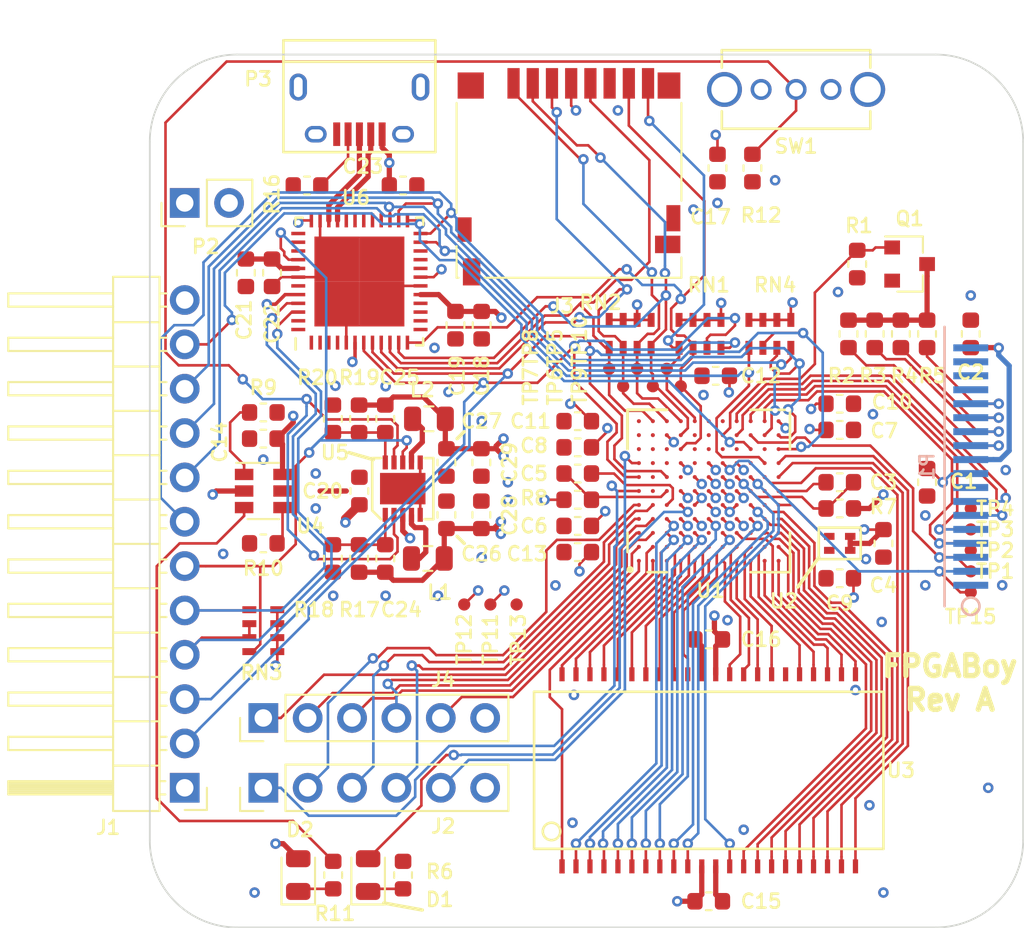
<source format=kicad_pcb>
(kicad_pcb (version 20171130) (host pcbnew 5.0.1-33cea8e~68~ubuntu18.10.1)
  (layers (0 F.Cu signal) (1 In1.Cu power hide) (2 In2.Cu power hide) (31 B.Cu signal) (34 B.Paste user hide) (35 F.Paste user hide) (36 B.SilkS user hide) (37 F.SilkS user) (38 B.Mask user hide) (39 F.Mask user) (44 Edge.Cuts user))
  (net 0 "")
  (net 1 GND)
  (net 2 +3V3)
  (net 3 +BATT)
  (net 4 "Net-(C3-Pad2)")
  (net 5 /VCCPLL0)
  (net 6 /VCCPLL1)
  (net 7 "Net-(C5-Pad2)")
  (net 8 +1V2)
  (net 9 +5V)
  (net 10 GNDPWR)
  (net 11 /VDDCORE)
  (net 12 "Net-(C24-Pad2)")
  (net 13 "Net-(C25-Pad2)")
  (net 14 /FPGA_UART_RX)
  (net 15 /FPGA_UART_TX)
  (net 16 /uC_SWD)
  (net 17 /uC_SWCLK)
  (net 18 /uC_~RST)
  (net 19 /FPGA_CFG_~RST)
  (net 20 /FPGA_CFG_DONE)
  (net 21 /FPGA_CFG_~SS)
  (net 22 /FPGA_CFG_SCK)
  (net 23 /FPGA_CFG_SI)
  (net 24 /GPIO_SW4)
  (net 25 /GPIO_SW3)
  (net 26 /GPIO_SW2)
  (net 27 /GPIO_SW1)
  (net 28 /GPIO_SW0)
  (net 29 /uSD_DAT1)
  (net 30 "Net-(J3-Pad9)")
  (net 31 /uSD_DAT0)
  (net 32 /uSD_CLK)
  (net 33 /uSD_CMD)
  (net 34 /uSD_DAT3)
  (net 35 /uSD_DAT2)
  (net 36 "Net-(J3-Pad10)")
  (net 37 /GPIO_SW5)
  (net 38 /GPIO_SW6)
  (net 39 /GPIO_SW7)
  (net 40 /GPIO_SW8)
  (net 41 /GPIO_SW9)
  (net 42 /LCD_RESET)
  (net 43 /LCD_SCL)
  (net 44 /LCD_CS)
  (net 45 /LCD_SDA)
  (net 46 /LCD_SDO)
  (net 47 "Net-(P1-Pad11)")
  (net 48 "Net-(P1-Pad12)")
  (net 49 "Net-(P1-Pad13)")
  (net 50 "Net-(P1-Pad14)")
  (net 51 "Net-(P1-Pad15)")
  (net 52 "Net-(P1-Pad16)")
  (net 53 "Net-(P1-Pad17)")
  (net 54 "Net-(P1-Pad18)")
  (net 55 /USB_DM)
  (net 56 /USB_DP)
  (net 57 "Net-(P3-Pad4)")
  (net 58 "Net-(R12-Pad1)")
  (net 59 /SRAM_DQ11)
  (net 60 /SRAM_DQ16)
  (net 61 /SRAM_A1)
  (net 62 /SRAM_A0)
  (net 63 /SRAM_A6)
  (net 64 /SRAM_A12)
  (net 65 /SRAM_A14)
  (net 66 /SRAM_A15)
  (net 67 /SRAM_DQ12)
  (net 68 /SRAM_DQ15)
  (net 69 /SRAM_A2)
  (net 70 /SRAM_A4)
  (net 71 /SRAM_A7)
  (net 72 /SRAM_A9)
  (net 73 /SRAM_A13)
  (net 74 /SRAM_A17)
  (net 75 /SRAM_A16)
  (net 76 /SRAM_~CE)
  (net 77 /SRAM_DQ14)
  (net 78 /SRAM_A3)
  (net 79 /SRAM_A5)
  (net 80 "Net-(U1-PadF3)")
  (net 81 /SRAM_A10)
  (net 82 /SRAM_A11)
  (net 83 "Net-(U1-PadJ3)")
  (net 84 /SRAM_~WE)
  (net 85 /SRAM_~UB)
  (net 86 /SRAM_DQ13)
  (net 87 /SRAM_A8)
  (net 88 /SRAM_~OE)
  (net 89 /SRAM_DQ1)
  (net 90 /SRAM_~LB)
  (net 91 /SRAM_DQ2)
  (net 92 /SRAM_DQ3)
  (net 93 /CLK_OSC)
  (net 94 "Net-(U1-PadB6)")
  (net 95 "Net-(U1-PadK6)")
  (net 96 "Net-(U1-PadB7)")
  (net 97 "Net-(U1-PadD7)")
  (net 98 /SRAM_DQ5)
  (net 99 /SRAM_DQ4)
  (net 100 /SRAM_DQ6)
  (net 101 /SRAM_DQ8)
  (net 102 /FPGA_HEARTBEAT)
  (net 103 "Net-(U1-PadB8)")
  (net 104 "Net-(U1-PadC8)")
  (net 105 /LCD_PWM)
  (net 106 /SRAM_DQ7)
  (net 107 /SRAM_DQ9)
  (net 108 "Net-(U1-PadA9)")
  (net 109 "Net-(U1-PadB9)")
  (net 110 "Net-(U1-PadC9)")
  (net 111 "Net-(U1-PadE9)")
  (net 112 "Net-(U1-PadF9)")
  (net 113 /SRAM_DQ10)
  (net 114 "Net-(U1-PadA10)")
  (net 115 "Net-(U1-PadB10)")
  (net 116 "Net-(U1-PadE10)")
  (net 117 "Net-(U1-PadF10)")
  (net 118 "Net-(U1-PadA11)")
  (net 119 "Net-(U1-PadF11)")
  (net 120 "Net-(U1-PadG11)")
  (net 121 "Net-(U3-Pad28)")
  (net 122 "Net-(L1-Pad1)")
  (net 123 "Net-(L2-Pad1)")
  (net 124 "Net-(U6-Pad1)")
  (net 125 "Net-(U6-Pad2)")
  (net 126 "Net-(U6-Pad3)")
  (net 127 "Net-(U6-Pad4)")
  (net 128 "Net-(U6-Pad13)")
  (net 129 "Net-(U6-Pad14)")
  (net 130 "Net-(U6-Pad15)")
  (net 131 "Net-(U6-Pad16)")
  (net 132 "Net-(U6-Pad20)")
  (net 133 "Net-(U6-Pad21)")
  (net 134 "Net-(U6-Pad22)")
  (net 135 "Net-(U6-Pad29)")
  (net 136 "Net-(U6-Pad30)")
  (net 137 "Net-(U6-Pad31)")
  (net 138 "Net-(U6-Pad32)")
  (net 139 "Net-(U6-Pad37)")
  (net 140 "Net-(U6-Pad38)")
  (net 141 "Net-(U6-Pad39)")
  (net 142 "Net-(U6-Pad43)")
  (net 143 "Net-(U6-Pad47)")
  (net 144 "Net-(U6-Pad48)")
  (net 145 "Net-(D1-Pad1)")
  (net 146 "Net-(D2-Pad1)")
  (net 147 "Net-(Q1-Pad3)")
  (net 148 "Net-(R9-Pad1)")
  (net 149 "Net-(R10-Pad1)")
  (net 150 /CHARGE)
  (net 151 "Net-(U1-PadE8)")
  (net 152 "Net-(U1-PadG9)")
  (net 153 "Net-(U1-PadH9)")
  (net 154 "Net-(U1-PadJ8)")
  (net 155 /LCD_D~C~)
  (net 156 "Net-(U1-PadK9)")
  (net 157 "Net-(U6-Pad28)")
  (module Capacitor_SMD:C_0603_1608Metric (layer F.Cu) (at 169.5 110 180)
    (fp_text reference C9 (at 0 -1.43 180) (layer F.SilkS) (effects (font (size 0.8 0.8))))
    (fp_text value 0.1u)
    (pad 2 smd roundrect (at 0.7875 0 180) (size 0.875 0.95) (layers F.Cu F.Paste F.Mask) (net 1 GND))
    (pad 1 smd roundrect (at -0.7875 0 180) (size 0.875 0.95) (layers F.Cu F.Paste F.Mask) (net 8 +1V2))
  )
  (module fpgaboy_parts:BGA-121_11x11_9.0x9.0mm (layer F.Cu) (at 162 105 90)
    (fp_text reference U1 (at -5.7 0.1 180) (layer F.SilkS) (effects (font (size 0.8 0.8))))
    (fp_text value iCE40-HX8k-BG121)
    (pad A1 smd circle (at -4 -4 90) (size 0.23 0.23) (layers F.Cu F.Paste F.Mask) (net 41 /GPIO_SW9))
    (pad B1 smd circle (at -4 -3.2 90) (size 0.23 0.23) (layers F.Cu F.Paste F.Mask) (net 79 /SRAM_A5))
    (pad C1 smd circle (at -4 -2.4 90) (size 0.23 0.23) (layers F.Cu F.Paste F.Mask) (net 71 /SRAM_A7))
    (pad D1 smd circle (at -4 -1.6 90) (size 0.23 0.23) (layers F.Cu F.Paste F.Mask) (net 85 /SRAM_~UB))
    (pad E1 smd circle (at -4 -0.8 90) (size 0.23 0.23) (layers F.Cu F.Paste F.Mask) (net 60 /SRAM_DQ16))
    (pad F1 smd circle (at -4 0 90) (size 0.23 0.23) (layers F.Cu F.Paste F.Mask) (net 77 /SRAM_DQ14))
    (pad G1 smd circle (at -4 0.8 90) (size 0.23 0.23) (layers F.Cu F.Paste F.Mask) (net 67 /SRAM_DQ12))
    (pad H1 smd circle (at -4 1.6 90) (size 0.23 0.23) (layers F.Cu F.Paste F.Mask) (net 113 /SRAM_DQ10))
    (pad J1 smd circle (at -4 2.4 90) (size 0.23 0.23) (layers F.Cu F.Paste F.Mask) (net 87 /SRAM_A8))
    (pad K1 smd circle (at -4 3.2 90) (size 0.23 0.23) (layers F.Cu F.Paste F.Mask) (net 81 /SRAM_A10))
    (pad L1 smd circle (at -4 4 90) (size 0.23 0.23) (layers F.Cu F.Paste F.Mask) (net 74 /SRAM_A17))
    (pad A2 smd circle (at -3.2 -4 90) (size 0.23 0.23) (layers F.Cu F.Paste F.Mask) (net 39 /GPIO_SW7))
    (pad B2 smd circle (at -3.2 -3.2 90) (size 0.23 0.23) (layers F.Cu F.Paste F.Mask) (net 70 /SRAM_A4))
    (pad C2 smd circle (at -3.2 -2.4 90) (size 0.23 0.23) (layers F.Cu F.Paste F.Mask) (net 63 /SRAM_A6))
    (pad D2 smd circle (at -3.2 -1.6 90) (size 0.23 0.23) (layers F.Cu F.Paste F.Mask) (net 88 /SRAM_~OE))
    (pad E2 smd circle (at -3.2 -0.8 90) (size 0.23 0.23) (layers F.Cu F.Paste F.Mask) (net 90 /SRAM_~LB))
    (pad F2 smd circle (at -3.2 0 90) (size 0.23 0.23) (layers F.Cu F.Paste F.Mask) (net 68 /SRAM_DQ15))
    (pad G2 smd circle (at -3.2 0.8 90) (size 0.23 0.23) (layers F.Cu F.Paste F.Mask) (net 86 /SRAM_DQ13))
    (pad H2 smd circle (at -3.2 1.6 90) (size 0.23 0.23) (layers F.Cu F.Paste F.Mask) (net 59 /SRAM_DQ11))
    (pad J2 smd circle (at -3.2 2.4 90) (size 0.23 0.23) (layers F.Cu F.Paste F.Mask) (net 107 /SRAM_DQ9))
    (pad K2 smd circle (at -3.2 3.2 90) (size 0.23 0.23) (layers F.Cu F.Paste F.Mask) (net 72 /SRAM_A9))
    (pad L2 smd circle (at -3.2 4 90) (size 0.23 0.23) (layers F.Cu F.Paste F.Mask) (net 100 /SRAM_DQ6))
    (pad A3 smd circle (at -2.4 -4 90) (size 0.23 0.23) (layers F.Cu F.Paste F.Mask) (net 40 /GPIO_SW8))
    (pad B3 smd circle (at -2.4 -3.2 90) (size 0.23 0.23) (layers F.Cu F.Paste F.Mask) (net 38 /GPIO_SW6))
    (pad C3 smd circle (at -2.4 -2.4 90) (size 0.23 0.23) (layers F.Cu F.Paste F.Mask) (net 69 /SRAM_A2))
    (pad D3 smd circle (at -2.4 -1.6 90) (size 0.23 0.23) (layers F.Cu F.Paste F.Mask) (net 61 /SRAM_A1))
    (pad E3 smd circle (at -2.4 -0.8 90) (size 0.23 0.23) (layers F.Cu F.Paste F.Mask) (net 62 /SRAM_A0))
    (pad F3 smd circle (at -2.4 0 90) (size 0.23 0.23) (layers F.Cu F.Paste F.Mask) (net 80 "Net-(U1-PadF3)"))
    (pad G3 smd circle (at -2.4 0.8 90) (size 0.23 0.23) (layers F.Cu F.Paste F.Mask) (net 89 /SRAM_DQ1))
    (pad H3 smd circle (at -2.4 1.6 90) (size 0.23 0.23) (layers F.Cu F.Paste F.Mask) (net 82 /SRAM_A11))
    (pad J3 smd circle (at -2.4 2.4 90) (size 0.23 0.23) (layers F.Cu F.Paste F.Mask) (net 83 "Net-(U1-PadJ3)"))
    (pad K3 smd circle (at -2.4 3.2 90) (size 0.23 0.23) (layers F.Cu F.Paste F.Mask) (net 106 /SRAM_DQ7))
    (pad L3 smd circle (at -2.4 4 90) (size 0.23 0.23) (layers F.Cu F.Paste F.Mask) (net 101 /SRAM_DQ8))
    (pad A4 smd circle (at -1.6 -4 90) (size 0.23 0.23) (layers F.Cu F.Paste F.Mask) (net 25 /GPIO_SW3))
    (pad B4 smd circle (at -1.6 -3.2 90) (size 0.23 0.23) (layers F.Cu F.Paste F.Mask) (net 37 /GPIO_SW5))
    (pad C4 smd circle (at -1.6 -2.4 90) (size 0.23 0.23) (layers F.Cu F.Paste F.Mask) (net 78 /SRAM_A3))
    (pad D4 smd circle (at -1.6 -1.6 90) (size 0.23 0.23) (layers F.Cu F.Paste F.Mask) (net 8 +1V2))
    (pad E4 smd circle (at -1.6 -0.8 90) (size 0.23 0.23) (layers F.Cu F.Paste F.Mask) (net 2 +3V3))
    (pad F4 smd circle (at -1.6 0 90) (size 0.23 0.23) (layers F.Cu F.Paste F.Mask) (net 76 /SRAM_~CE))
    (pad G4 smd circle (at -1.6 0.8 90) (size 0.23 0.23) (layers F.Cu F.Paste F.Mask) (net 2 +3V3))
    (pad H4 smd circle (at -1.6 1.6 90) (size 0.23 0.23) (layers F.Cu F.Paste F.Mask) (net 8 +1V2))
    (pad J4 smd circle (at -1.6 2.4 90) (size 0.23 0.23) (layers F.Cu F.Paste F.Mask) (net 91 /SRAM_DQ2))
    (pad K4 smd circle (at -1.6 3.2 90) (size 0.23 0.23) (layers F.Cu F.Paste F.Mask) (net 84 /SRAM_~WE))
    (pad L4 smd circle (at -1.6 4 90) (size 0.23 0.23) (layers F.Cu F.Paste F.Mask) (net 66 /SRAM_A15))
    (pad A5 smd circle (at -0.8 -4 90) (size 0.23 0.23) (layers F.Cu F.Paste F.Mask) (net 27 /GPIO_SW1))
    (pad B5 smd circle (at -0.8 -3.2 90) (size 0.23 0.23) (layers F.Cu F.Paste F.Mask) (net 26 /GPIO_SW2))
    (pad C5 smd circle (at -0.8 -2.4 90) (size 0.23 0.23) (layers F.Cu F.Paste F.Mask) (net 7 "Net-(C5-Pad2)"))
    (pad D5 smd circle (at -0.8 -1.6 90) (size 0.23 0.23) (layers F.Cu F.Paste F.Mask) (net 24 /GPIO_SW4))
    (pad E5 smd circle (at -0.8 -0.8 90) (size 0.23 0.23) (layers F.Cu F.Paste F.Mask) (net 1 GND))
    (pad F5 smd circle (at -0.8 0 90) (size 0.23 0.23) (layers F.Cu F.Paste F.Mask) (net 1 GND))
    (pad G5 smd circle (at -0.8 0.8 90) (size 0.23 0.23) (layers F.Cu F.Paste F.Mask) (net 1 GND))
    (pad H5 smd circle (at -0.8 1.6 90) (size 0.23 0.23) (layers F.Cu F.Paste F.Mask) (net 1 GND))
    (pad J5 smd circle (at -0.8 2.4 90) (size 0.23 0.23) (layers F.Cu F.Paste F.Mask) (net 92 /SRAM_DQ3))
    (pad K5 smd circle (at -0.8 3.2 90) (size 0.23 0.23) (layers F.Cu F.Paste F.Mask) (net 65 /SRAM_A14))
    (pad L5 smd circle (at -0.8 4 90) (size 0.23 0.23) (layers F.Cu F.Paste F.Mask) (net 93 /CLK_OSC))
    (pad A6 smd circle (at 0 -4 90) (size 0.23 0.23) (layers F.Cu F.Paste F.Mask) (net 28 /GPIO_SW0))
    (pad B6 smd circle (at 0 -3.2 90) (size 0.23 0.23) (layers F.Cu F.Paste F.Mask) (net 94 "Net-(U1-PadB6)"))
    (pad C6 smd circle (at 0 -2.4 90) (size 0.23 0.23) (layers F.Cu F.Paste F.Mask) (net 6 /VCCPLL1))
    (pad D6 smd circle (at 0 -1.6 90) (size 0.23 0.23) (layers F.Cu F.Paste F.Mask) (net 2 +3V3))
    (pad E6 smd circle (at 0 -0.8 90) (size 0.23 0.23) (layers F.Cu F.Paste F.Mask) (net 1 GND))
    (pad F6 smd circle (at 0 0 90) (size 0.23 0.23) (layers F.Cu F.Paste F.Mask) (net 1 GND))
    (pad G6 smd circle (at 0 0.8 90) (size 0.23 0.23) (layers F.Cu F.Paste F.Mask) (net 1 GND))
    (pad H6 smd circle (at 0 1.6 90) (size 0.23 0.23) (layers F.Cu F.Paste F.Mask) (net 2 +3V3))
    (pad J6 smd circle (at 0 2.4 90) (size 0.23 0.23) (layers F.Cu F.Paste F.Mask) (net 5 /VCCPLL0))
    (pad K6 smd circle (at 0 3.2 90) (size 0.23 0.23) (layers F.Cu F.Paste F.Mask) (net 95 "Net-(U1-PadK6)"))
    (pad L6 smd circle (at 0 4 90) (size 0.23 0.23) (layers F.Cu F.Paste F.Mask) (net 4 "Net-(C3-Pad2)"))
    (pad A7 smd circle (at 0.8 -4 90) (size 0.23 0.23) (layers F.Cu F.Paste F.Mask) (net 15 /FPGA_UART_TX))
    (pad B7 smd circle (at 0.8 -3.2 90) (size 0.23 0.23) (layers F.Cu F.Paste F.Mask) (net 96 "Net-(U1-PadB7)"))
    (pad C7 smd circle (at 0.8 -2.4 90) (size 0.23 0.23) (layers F.Cu F.Paste F.Mask) (net 14 /FPGA_UART_RX))
    (pad D7 smd circle (at 0.8 -1.6 90) (size 0.23 0.23) (layers F.Cu F.Paste F.Mask) (net 97 "Net-(U1-PadD7)"))
    (pad E7 smd circle (at 0.8 -0.8 90) (size 0.23 0.23) (layers F.Cu F.Paste F.Mask) (net 1 GND))
    (pad F7 smd circle (at 0.8 0 90) (size 0.23 0.23) (layers F.Cu F.Paste F.Mask) (net 1 GND))
    (pad G7 smd circle (at 0.8 0.8 90) (size 0.23 0.23) (layers F.Cu F.Paste F.Mask) (net 1 GND))
    (pad H7 smd circle (at 0.8 1.6 90) (size 0.23 0.23) (layers F.Cu F.Paste F.Mask) (net 99 /SRAM_DQ4))
    (pad J7 smd circle (at 0.8 2.4 90) (size 0.23 0.23) (layers F.Cu F.Paste F.Mask) (net 98 /SRAM_DQ5))
    (pad K7 smd circle (at 0.8 3.2 90) (size 0.23 0.23) (layers F.Cu F.Paste F.Mask) (net 73 /SRAM_A13))
    (pad L7 smd circle (at 0.8 4 90) (size 0.23 0.23) (layers F.Cu F.Paste F.Mask) (net 64 /SRAM_A12))
    (pad A8 smd circle (at 1.6 -4 90) (size 0.23 0.23) (layers F.Cu F.Paste F.Mask) (net 102 /FPGA_HEARTBEAT))
    (pad B8 smd circle (at 1.6 -3.2 90) (size 0.23 0.23) (layers F.Cu F.Paste F.Mask) (net 103 "Net-(U1-PadB8)"))
    (pad C8 smd circle (at 1.6 -2.4 90) (size 0.23 0.23) (layers F.Cu F.Paste F.Mask) (net 104 "Net-(U1-PadC8)"))
    (pad D8 smd circle (at 1.6 -1.6 90) (size 0.23 0.23) (layers F.Cu F.Paste F.Mask) (net 8 +1V2))
    (pad E8 smd circle (at 1.6 -0.8 90) (size 0.23 0.23) (layers F.Cu F.Paste F.Mask) (net 151 "Net-(U1-PadE8)"))
    (pad F8 smd circle (at 1.6 0 90) (size 0.23 0.23) (layers F.Cu F.Paste F.Mask) (net 2 +3V3))
    (pad G8 smd circle (at 1.6 0.8 90) (size 0.23 0.23) (layers F.Cu F.Paste F.Mask) (net 42 /LCD_RESET))
    (pad H8 smd circle (at 1.6 1.6 90) (size 0.23 0.23) (layers F.Cu F.Paste F.Mask) (net 8 +1V2))
    (pad J8 smd circle (at 1.6 2.4 90) (size 0.23 0.23) (layers F.Cu F.Paste F.Mask) (net 154 "Net-(U1-PadJ8)"))
    (pad K8 smd circle (at 1.6 3.2 90) (size 0.23 0.23) (layers F.Cu F.Paste F.Mask) (net 20 /FPGA_CFG_DONE))
    (pad L8 smd circle (at 1.6 4 90) (size 0.23 0.23) (layers F.Cu F.Paste F.Mask) (net 75 /SRAM_A16))
    (pad A9 smd circle (at 2.4 -4 90) (size 0.23 0.23) (layers F.Cu F.Paste F.Mask) (net 108 "Net-(U1-PadA9)"))
    (pad B9 smd circle (at 2.4 -3.2 90) (size 0.23 0.23) (layers F.Cu F.Paste F.Mask) (net 109 "Net-(U1-PadB9)"))
    (pad C9 smd circle (at 2.4 -2.4 90) (size 0.23 0.23) (layers F.Cu F.Paste F.Mask) (net 110 "Net-(U1-PadC9)"))
    (pad D9 smd circle (at 2.4 -1.6 90) (size 0.23 0.23) (layers F.Cu F.Paste F.Mask) (net 31 /uSD_DAT0))
    (pad E9 smd circle (at 2.4 -0.8 90) (size 0.23 0.23) (layers F.Cu F.Paste F.Mask) (net 111 "Net-(U1-PadE9)"))
    (pad F9 smd circle (at 2.4 0 90) (size 0.23 0.23) (layers F.Cu F.Paste F.Mask) (net 112 "Net-(U1-PadF9)"))
    (pad G9 smd circle (at 2.4 0.8 90) (size 0.23 0.23) (layers F.Cu F.Paste F.Mask) (net 152 "Net-(U1-PadG9)"))
    (pad H9 smd circle (at 2.4 1.6 90) (size 0.23 0.23) (layers F.Cu F.Paste F.Mask) (net 153 "Net-(U1-PadH9)"))
    (pad J9 smd circle (at 2.4 2.4 90) (size 0.23 0.23) (layers F.Cu F.Paste F.Mask) (net 23 /FPGA_CFG_SI))
    (pad K9 smd circle (at 2.4 3.2 90) (size 0.23 0.23) (layers F.Cu F.Paste F.Mask) (net 156 "Net-(U1-PadK9)"))
    (pad L9 smd circle (at 2.4 4 90) (size 0.23 0.23) (layers F.Cu F.Paste F.Mask) (net 19 /FPGA_CFG_~RST))
    (pad A10 smd circle (at 3.2 -4 90) (size 0.23 0.23) (layers F.Cu F.Paste F.Mask) (net 114 "Net-(U1-PadA10)"))
    (pad B10 smd circle (at 3.2 -3.2 90) (size 0.23 0.23) (layers F.Cu F.Paste F.Mask) (net 115 "Net-(U1-PadB10)"))
    (pad C10 smd circle (at 3.2 -2.4 90) (size 0.23 0.23) (layers F.Cu F.Paste F.Mask) (net 2 +3V3))
    (pad D10 smd circle (at 3.2 -1.6 90) (size 0.23 0.23) (layers F.Cu F.Paste F.Mask) (net 34 /uSD_DAT3))
    (pad E10 smd circle (at 3.2 -0.8 90) (size 0.23 0.23) (layers F.Cu F.Paste F.Mask) (net 116 "Net-(U1-PadE10)"))
    (pad F10 smd circle (at 3.2 0 90) (size 0.23 0.23) (layers F.Cu F.Paste F.Mask) (net 117 "Net-(U1-PadF10)"))
    (pad G10 smd circle (at 3.2 0.8 90) (size 0.23 0.23) (layers F.Cu F.Paste F.Mask) (net 105 /LCD_PWM))
    (pad H10 smd circle (at 3.2 1.6 90) (size 0.23 0.23) (layers F.Cu F.Paste F.Mask) (net 45 /LCD_SDA))
    (pad J10 smd circle (at 3.2 2.4 90) (size 0.23 0.23) (layers F.Cu F.Paste F.Mask) (net 43 /LCD_SCL))
    (pad K10 smd circle (at 3.2 3.2 90) (size 0.23 0.23) (layers F.Cu F.Paste F.Mask) (net 21 /FPGA_CFG_~SS))
    (pad L10 smd circle (at 3.2 4 90) (size 0.23 0.23) (layers F.Cu F.Paste F.Mask) (net 22 /FPGA_CFG_SCK))
    (pad A11 smd circle (at 4 -4 90) (size 0.23 0.23) (layers F.Cu F.Paste F.Mask) (net 118 "Net-(U1-PadA11)"))
    (pad B11 smd circle (at 4 -3.2 90) (size 0.23 0.23) (layers F.Cu F.Paste F.Mask) (net 32 /uSD_CLK))
    (pad C11 smd circle (at 4 -2.4 90) (size 0.23 0.23) (layers F.Cu F.Paste F.Mask) (net 33 /uSD_CMD))
    (pad D11 smd circle (at 4 -1.6 90) (size 0.23 0.23) (layers F.Cu F.Paste F.Mask) (net 35 /uSD_DAT2))
    (pad E11 smd circle (at 4 -0.8 90) (size 0.23 0.23) (layers F.Cu F.Paste F.Mask) (net 29 /uSD_DAT1))
    (pad F11 smd circle (at 4 0 90) (size 0.23 0.23) (layers F.Cu F.Paste F.Mask) (net 119 "Net-(U1-PadF11)"))
    (pad G11 smd circle (at 4 0.8 90) (size 0.23 0.23) (layers F.Cu F.Paste F.Mask) (net 120 "Net-(U1-PadG11)"))
    (pad H11 smd circle (at 4 1.6 90) (size 0.23 0.23) (layers F.Cu F.Paste F.Mask) (net 46 /LCD_SDO))
    (pad J11 smd circle (at 4 2.4 90) (size 0.23 0.23) (layers F.Cu F.Paste F.Mask) (net 44 /LCD_CS))
    (pad K11 smd circle (at 4 3.2 90) (size 0.23 0.23) (layers F.Cu F.Paste F.Mask) (net 155 /LCD_D~C~))
    (pad L11 smd circle (at 4 4 90) (size 0.23 0.23) (layers F.Cu F.Paste F.Mask) (net 2 +3V3))
  )
  (module MountingHole:MountingHole_2.2mm_M2_DIN965 (layer F.Cu) (at 176 84)
    (fp_text reference REF** hide)
    (fp_text value MountingHole_2.2mm_M2_DIN965)
    (pad 1 np_thru_hole circle (at 0 0) (size 2.2 2.2) (drill 2.2) (layers *.Cu *.Mask))
  )
  (module MountingHole:MountingHole_2.2mm_M2_DIN965 (layer F.Cu) (at 176 126)
    (fp_text reference REF** hide)
    (fp_text value MountingHole_2.2mm_M2_DIN965)
    (pad 1 np_thru_hole circle (at 0 0) (size 2.2 2.2) (drill 2.2) (layers *.Cu *.Mask))
  )
  (module MountingHole:MountingHole_2.2mm_M2_DIN965 (layer F.Cu) (at 134 126)
    (fp_text reference REF** hide)
    (fp_text value MountingHole_2.2mm_M2_DIN965)
    (pad 1 np_thru_hole circle (at 0 0) (size 2.2 2.2) (drill 2.2) (layers *.Cu *.Mask))
  )
  (module Capacitor_SMD:C_0603_1608Metric (layer F.Cu) (at 174.5 104.5 270)
    (fp_text reference C1 (at -0.05 -2.1) (layer F.SilkS) (effects (font (size 0.8 0.8))))
    (fp_text value 1u)
    (pad 2 smd roundrect (at 0.7875 0 270) (size 0.875 0.95) (layers F.Cu F.Paste F.Mask) (net 1 GND))
    (pad 1 smd roundrect (at -0.7875 0 270) (size 0.875 0.95) (layers F.Cu F.Paste F.Mask) (net 2 +3V3))
  )
  (module Capacitor_SMD:C_0603_1608Metric (layer F.Cu) (at 177 96 90)
    (fp_text reference C2 (at -2.2 0 180) (layer F.SilkS) (effects (font (size 0.8 0.8))))
    (fp_text value 1u)
    (pad 2 smd roundrect (at 0.7875 0 90) (size 0.875 0.95) (layers F.Cu F.Paste F.Mask) (net 1 GND))
    (pad 1 smd roundrect (at -0.7875 0 90) (size 0.875 0.95) (layers F.Cu F.Paste F.Mask) (net 3 +BATT))
  )
  (module Capacitor_SMD:C_0603_1608Metric (layer F.Cu) (at 169.5 104.5 180)
    (fp_text reference C3 (at -2.5 0 180) (layer F.SilkS) (effects (font (size 0.8 0.8))))
    (fp_text value 1u)
    (pad 2 smd roundrect (at 0.7875 0 180) (size 0.875 0.95) (layers F.Cu F.Paste F.Mask) (net 4 "Net-(C3-Pad2)"))
    (pad 1 smd roundrect (at -0.7875 0 180) (size 0.875 0.95) (layers F.Cu F.Paste F.Mask) (net 5 /VCCPLL0))
  )
  (module Capacitor_SMD:C_0603_1608Metric (layer F.Cu) (at 172 108 270)
    (fp_text reference C4 (at 2.4 0) (layer F.SilkS) (effects (font (size 0.8 0.8))))
    (fp_text value 0.1u)
    (pad 1 smd roundrect (at -0.7875 0 270) (size 0.875 0.95) (layers F.Cu F.Paste F.Mask) (net 2 +3V3))
    (pad 2 smd roundrect (at 0.7875 0 270) (size 0.875 0.95) (layers F.Cu F.Paste F.Mask) (net 1 GND))
  )
  (module Capacitor_SMD:C_0603_1608Metric (layer F.Cu) (at 154.5 104)
    (fp_text reference C5 (at -2.5 0) (layer F.SilkS) (effects (font (size 0.8 0.8))))
    (fp_text value 1u)
    (pad 1 smd roundrect (at -0.7875 0) (size 0.875 0.95) (layers F.Cu F.Paste F.Mask) (net 6 /VCCPLL1))
    (pad 2 smd roundrect (at 0.7875 0) (size 0.875 0.95) (layers F.Cu F.Paste F.Mask) (net 7 "Net-(C5-Pad2)"))
  )
  (module Capacitor_SMD:C_0603_1608Metric (layer F.Cu) (at 154.5 107 180)
    (fp_text reference C6 (at 2.5 0 180) (layer F.SilkS) (effects (font (size 0.8 0.8))))
    (fp_text value 0.1u)
    (pad 2 smd roundrect (at 0.7875 0 180) (size 0.875 0.95) (layers F.Cu F.Paste F.Mask) (net 1 GND))
    (pad 1 smd roundrect (at -0.7875 0 180) (size 0.875 0.95) (layers F.Cu F.Paste F.Mask) (net 2 +3V3))
  )
  (module Capacitor_SMD:C_0603_1608Metric (layer F.Cu) (at 169.5 101.5)
    (fp_text reference C7 (at 2.55 0.05) (layer F.SilkS) (effects (font (size 0.8 0.8))))
    (fp_text value 0.1u)
    (pad 1 smd roundrect (at -0.7875 0) (size 0.875 0.95) (layers F.Cu F.Paste F.Mask) (net 8 +1V2))
    (pad 2 smd roundrect (at 0.7875 0) (size 0.875 0.95) (layers F.Cu F.Paste F.Mask) (net 1 GND))
  )
  (module Capacitor_SMD:C_0603_1608Metric (layer F.Cu) (at 154.5 102.5 180)
    (fp_text reference C8 (at 2.5 0.1 180) (layer F.SilkS) (effects (font (size 0.8 0.8))))
    (fp_text value 0.1u)
    (pad 1 smd roundrect (at -0.7875 0 180) (size 0.875 0.95) (layers F.Cu F.Paste F.Mask) (net 2 +3V3))
    (pad 2 smd roundrect (at 0.7875 0 180) (size 0.875 0.95) (layers F.Cu F.Paste F.Mask) (net 1 GND))
  )
  (module Capacitor_SMD:C_0603_1608Metric (layer F.Cu) (at 169.5 100)
    (fp_text reference C10 (at 3 -0.1) (layer F.SilkS) (effects (font (size 0.8 0.8))))
    (fp_text value 0.1u)
    (pad 2 smd roundrect (at 0.7875 0) (size 0.875 0.95) (layers F.Cu F.Paste F.Mask) (net 1 GND))
    (pad 1 smd roundrect (at -0.7875 0) (size 0.875 0.95) (layers F.Cu F.Paste F.Mask) (net 2 +3V3))
  )
  (module Capacitor_SMD:C_0603_1608Metric (layer F.Cu) (at 154.5 101 180)
    (fp_text reference C11 (at 2.7 0 180) (layer F.SilkS) (effects (font (size 0.8 0.8))))
    (fp_text value 0.1u)
    (pad 1 smd roundrect (at -0.7875 0 180) (size 0.875 0.95) (layers F.Cu F.Paste F.Mask) (net 8 +1V2))
    (pad 2 smd roundrect (at 0.7875 0 180) (size 0.875 0.95) (layers F.Cu F.Paste F.Mask) (net 1 GND))
  )
  (module Capacitor_SMD:C_0603_1608Metric (layer F.Cu) (at 162.4 98.4 180)
    (fp_text reference C12 (at -2.6 0 180) (layer F.SilkS) (effects (font (size 0.8 0.8))))
    (fp_text value 0.1u)
    (pad 1 smd roundrect (at -0.7875 0 180) (size 0.875 0.95) (layers F.Cu F.Paste F.Mask) (net 2 +3V3))
    (pad 2 smd roundrect (at 0.7875 0 180) (size 0.875 0.95) (layers F.Cu F.Paste F.Mask) (net 1 GND))
  )
  (module Capacitor_SMD:C_0603_1608Metric (layer F.Cu) (at 154.5 108.5 180)
    (fp_text reference C13 (at 2.9 -0.1 180) (layer F.SilkS) (effects (font (size 0.8 0.8))))
    (fp_text value 0.1u)
    (pad 2 smd roundrect (at 0.7875 0 180) (size 0.875 0.95) (layers F.Cu F.Paste F.Mask) (net 1 GND))
    (pad 1 smd roundrect (at -0.7875 0 180) (size 0.875 0.95) (layers F.Cu F.Paste F.Mask) (net 8 +1V2))
  )
  (module Capacitor_SMD:C_0603_1608Metric (layer F.Cu) (at 136.5 102 180)
    (fp_text reference C14 (at 2.5 -0.2 270) (layer F.SilkS) (effects (font (size 0.8 0.8))))
    (fp_text value 1u)
    (pad 2 smd roundrect (at 0.7875 0 180) (size 0.875 0.95) (layers F.Cu F.Paste F.Mask) (net 1 GND))
    (pad 1 smd roundrect (at -0.7875 0 180) (size 0.875 0.95) (layers F.Cu F.Paste F.Mask) (net 9 +5V))
  )
  (module Capacitor_SMD:C_0603_1608Metric (layer F.Cu) (at 162 128.5)
    (fp_text reference C15 (at 3 0) (layer F.SilkS) (effects (font (size 0.8 0.8))))
    (fp_text value 1u)
    (pad 1 smd roundrect (at -0.7875 0) (size 0.875 0.95) (layers F.Cu F.Paste F.Mask) (net 2 +3V3))
    (pad 2 smd roundrect (at 0.7875 0) (size 0.875 0.95) (layers F.Cu F.Paste F.Mask) (net 1 GND))
  )
  (module Capacitor_SMD:C_0603_1608Metric (layer F.Cu) (at 162 113.5 180)
    (fp_text reference C16 (at -3 0 180) (layer F.SilkS) (effects (font (size 0.8 0.8))))
    (fp_text value 0.1u)
    (pad 1 smd roundrect (at -0.7875 0 180) (size 0.875 0.95) (layers F.Cu F.Paste F.Mask) (net 2 +3V3))
    (pad 2 smd roundrect (at 0.7875 0 180) (size 0.875 0.95) (layers F.Cu F.Paste F.Mask) (net 1 GND))
  )
  (module Capacitor_SMD:C_0603_1608Metric (layer F.Cu) (at 162.5 86.5 270)
    (fp_text reference C17 (at 2.8 0.4) (layer F.SilkS) (effects (font (size 0.8 0.8))))
    (fp_text value 0.1u)
    (pad 2 smd roundrect (at 0.7875 0 270) (size 0.875 0.95) (layers F.Cu F.Paste F.Mask) (net 1 GND))
    (pad 1 smd roundrect (at -0.7875 0 270) (size 0.875 0.95) (layers F.Cu F.Paste F.Mask) (net 2 +3V3))
  )
  (module Capacitor_SMD:C_0603_1608Metric (layer F.Cu) (at 149 95.5 270)
    (fp_text reference C18 (at 2.9 0 270) (layer F.SilkS) (effects (font (size 0.8 0.8))))
    (fp_text value 1u)
    (pad 1 smd roundrect (at -0.7875 0 270) (size 0.875 0.95) (layers F.Cu F.Paste F.Mask) (net 2 +3V3))
    (pad 2 smd roundrect (at 0.7875 0 270) (size 0.875 0.95) (layers F.Cu F.Paste F.Mask) (net 1 GND))
  )
  (module Capacitor_SMD:C_0603_1608Metric (layer F.Cu) (at 147.5 95.5 270)
    (fp_text reference C19 (at 2.9 -0.1 270) (layer F.SilkS) (effects (font (size 0.8 0.8))))
    (fp_text value 0.1u)
    (pad 2 smd roundrect (at 0.7875 0 270) (size 0.875 0.95) (layers F.Cu F.Paste F.Mask) (net 1 GND))
    (pad 1 smd roundrect (at -0.7875 0 270) (size 0.875 0.95) (layers F.Cu F.Paste F.Mask) (net 2 +3V3))
  )
  (module Capacitor_SMD:C_0603_1608Metric (layer F.Cu) (at 142 105 90)
    (fp_text reference C20 (at 0 -2.1 180) (layer F.SilkS) (effects (font (size 0.8 0.8))))
    (fp_text value 1u)
    (pad 1 smd roundrect (at -0.7875 0 90) (size 0.875 0.95) (layers F.Cu F.Paste F.Mask) (net 3 +BATT))
    (pad 2 smd roundrect (at 0.7875 0 90) (size 0.875 0.95) (layers F.Cu F.Paste F.Mask) (net 10 GNDPWR))
  )
  (module Capacitor_SMD:C_0603_1608Metric (layer F.Cu) (at 135.5 92.5 270)
    (fp_text reference C21 (at 2.7 0.1 270) (layer F.SilkS) (effects (font (size 0.8 0.8))))
    (fp_text value 1u)
    (pad 1 smd roundrect (at -0.7875 0 270) (size 0.875 0.95) (layers F.Cu F.Paste F.Mask) (net 11 /VDDCORE))
    (pad 2 smd roundrect (at 0.7875 0 270) (size 0.875 0.95) (layers F.Cu F.Paste F.Mask) (net 1 GND))
  )
  (module Capacitor_SMD:C_0603_1608Metric (layer F.Cu) (at 137 92.5 270)
    (fp_text reference C22 (at 2.9 0 270) (layer F.SilkS) (effects (font (size 0.8 0.8))))
    (fp_text value 0.1u)
    (pad 2 smd roundrect (at 0.7875 0 270) (size 0.875 0.95) (layers F.Cu F.Paste F.Mask) (net 1 GND))
    (pad 1 smd roundrect (at -0.7875 0 270) (size 0.875 0.95) (layers F.Cu F.Paste F.Mask) (net 11 /VDDCORE))
  )
  (module Capacitor_SMD:C_0603_1608Metric (layer F.Cu) (at 144.5 87.5)
    (fp_text reference C23 (at -2.3 -1.1) (layer F.SilkS) (effects (font (size 0.8 0.8))))
    (fp_text value 10u)
    (pad 1 smd roundrect (at -0.7875 0) (size 0.875 0.95) (layers F.Cu F.Paste F.Mask) (net 9 +5V))
    (pad 2 smd roundrect (at 0.7875 0) (size 0.875 0.95) (layers F.Cu F.Paste F.Mask) (net 1 GND))
  )
  (module Capacitor_SMD:C_0603_1608Metric (layer F.Cu) (at 143.481942 108.864309 90)
    (fp_text reference C24 (at -2.935691 0.918058 180) (layer F.SilkS) (effects (font (size 0.8 0.8))))
    (fp_text value 18p)
    (pad 2 smd roundrect (at 0.7875 0 90) (size 0.875 0.95) (layers F.Cu F.Paste F.Mask) (net 12 "Net-(C24-Pad2)"))
    (pad 1 smd roundrect (at -0.7875 0 90) (size 0.875 0.95) (layers F.Cu F.Paste F.Mask) (net 2 +3V3))
  )
  (module Capacitor_SMD:C_0603_1608Metric (layer F.Cu) (at 143.481942 100.864309 270)
    (fp_text reference C25 (at -2.364309 -0.818058) (layer F.SilkS) (effects (font (size 0.8 0.8))))
    (fp_text value 18p)
    (pad 2 smd roundrect (at 0.7875 0 270) (size 0.875 0.95) (layers F.Cu F.Paste F.Mask) (net 13 "Net-(C25-Pad2)"))
    (pad 1 smd roundrect (at -0.7875 0 270) (size 0.875 0.95) (layers F.Cu F.Paste F.Mask) (net 8 +1V2))
  )
  (module Capacitor_SMD:C_0603_1608Metric (layer F.Cu) (at 146.981942 106.364309 90)
    (fp_text reference C26 (at -2.235691 2.018058 180) (layer F.SilkS) (effects (font (size 0.8 0.8))))
    (fp_text value 10u)
    (pad 1 smd roundrect (at -0.7875 0 90) (size 0.875 0.95) (layers F.Cu F.Paste F.Mask) (net 2 +3V3))
    (pad 2 smd roundrect (at 0.7875 0 90) (size 0.875 0.95) (layers F.Cu F.Paste F.Mask) (net 10 GNDPWR))
  )
  (module Capacitor_SMD:C_0603_1608Metric (layer F.Cu) (at 146.981942 103.364309 270)
    (fp_text reference C27 (at -2.364309 -2.018058) (layer F.SilkS) (effects (font (size 0.8 0.8))))
    (fp_text value 10u)
    (pad 1 smd roundrect (at -0.7875 0 270) (size 0.875 0.95) (layers F.Cu F.Paste F.Mask) (net 8 +1V2))
    (pad 2 smd roundrect (at 0.7875 0 270) (size 0.875 0.95) (layers F.Cu F.Paste F.Mask) (net 10 GNDPWR))
  )
  (module Capacitor_SMD:C_0603_1608Metric (layer F.Cu) (at 148.981942 106.364309 90)
    (fp_text reference C28 (at -0.035691 1.618058 90) (layer F.SilkS) (effects (font (size 0.8 0.8))))
    (fp_text value 1u)
    (pad 1 smd roundrect (at -0.7875 0 90) (size 0.875 0.95) (layers F.Cu F.Paste F.Mask) (net 2 +3V3))
    (pad 2 smd roundrect (at 0.7875 0 90) (size 0.875 0.95) (layers F.Cu F.Paste F.Mask) (net 1 GND))
  )
  (module Capacitor_SMD:C_0603_1608Metric (layer F.Cu) (at 148.981942 103.364309 270)
    (fp_text reference C29 (at 0 -1.618058 270) (layer F.SilkS) (effects (font (size 0.8 0.8))))
    (fp_text value 1u)
    (pad 2 smd roundrect (at 0.7875 0 270) (size 0.875 0.95) (layers F.Cu F.Paste F.Mask) (net 1 GND))
    (pad 1 smd roundrect (at -0.7875 0 270) (size 0.875 0.95) (layers F.Cu F.Paste F.Mask) (net 8 +1V2))
  )
  (module Connector_PinHeader_2.54mm:PinHeader_1x12_P2.54mm_Horizontal (layer F.Cu) (at 132 122 180)
    (fp_text reference J1 (at 4.385 -2.27 180) (layer F.SilkS) (effects (font (size 0.8 0.8))))
    (fp_text value Conn_01x12)
    (pad 1 thru_hole rect (at 0 0 180) (size 1.7 1.7) (drill 1) (layers *.Cu *.Mask) (net 1 GND))
    (pad 2 thru_hole oval (at 0 2.54 180) (size 1.7 1.7) (drill 1) (layers *.Cu *.Mask) (net 14 /FPGA_UART_RX))
    (pad 3 thru_hole oval (at 0 5.08 180) (size 1.7 1.7) (drill 1) (layers *.Cu *.Mask) (net 15 /FPGA_UART_TX))
    (pad 4 thru_hole oval (at 0 7.62 180) (size 1.7 1.7) (drill 1) (layers *.Cu *.Mask) (net 16 /uC_SWD))
    (pad 5 thru_hole oval (at 0 10.16 180) (size 1.7 1.7) (drill 1) (layers *.Cu *.Mask) (net 17 /uC_SWCLK))
    (pad 6 thru_hole oval (at 0 12.7 180) (size 1.7 1.7) (drill 1) (layers *.Cu *.Mask) (net 18 /uC_~RST))
    (pad 7 thru_hole oval (at 0 15.24 180) (size 1.7 1.7) (drill 1) (layers *.Cu *.Mask) (net 19 /FPGA_CFG_~RST))
    (pad 8 thru_hole oval (at 0 17.78 180) (size 1.7 1.7) (drill 1) (layers *.Cu *.Mask) (net 20 /FPGA_CFG_DONE))
    (pad 9 thru_hole oval (at 0 20.32 180) (size 1.7 1.7) (drill 1) (layers *.Cu *.Mask) (net 21 /FPGA_CFG_~SS))
    (pad 10 thru_hole oval (at 0 22.86 180) (size 1.7 1.7) (drill 1) (layers *.Cu *.Mask) (net 22 /FPGA_CFG_SCK))
    (pad 11 thru_hole oval (at 0 25.4 180) (size 1.7 1.7) (drill 1) (layers *.Cu *.Mask) (net 23 /FPGA_CFG_SI))
    (pad 12 thru_hole oval (at 0 27.94 180) (size 1.7 1.7) (drill 1) (layers *.Cu *.Mask) (net 3 +BATT))
  )
  (module Connector_Card:microSD_HC_Hirose_DM3D-SF (layer F.Cu) (at 154 87 180)
    (fp_text reference J3 (at 0.4 -7.4 180) (layer F.SilkS) (effects (font (size 0.8 0.8))))
    (fp_text value Micro_SD_Card_Det)
    (pad 8 smd rect (at -4.525 5.35 180) (size 0.7 1.75) (layers F.Cu F.Paste F.Mask) (net 29 /uSD_DAT1))
    (pad 11 smd rect (at -5.725 5.225 180) (size 1.3 1.5) (layers F.Cu F.Paste F.Mask) (net 1 GND))
    (pad 11 smd rect (at -5.975 -2.375 180) (size 0.8 1.5) (layers F.Cu F.Paste F.Mask) (net 1 GND))
    (pad 9 smd rect (at -5.65 -3.875 180) (size 1.45 1) (layers F.Cu F.Paste F.Mask) (net 30 "Net-(J3-Pad9)"))
    (pad 11 smd rect (at 5.975 -3.025 180) (size 0.8 1.4) (layers F.Cu F.Paste F.Mask) (net 1 GND))
    (pad 7 smd rect (at -3.425 5.35 180) (size 0.7 1.75) (layers F.Cu F.Paste F.Mask) (net 31 /uSD_DAT0))
    (pad 6 smd rect (at -2.325 5.35 180) (size 0.7 1.75) (layers F.Cu F.Paste F.Mask) (net 1 GND))
    (pad 5 smd rect (at -1.225 5.35 180) (size 0.7 1.75) (layers F.Cu F.Paste F.Mask) (net 32 /uSD_CLK))
    (pad 4 smd rect (at -0.125 5.35 180) (size 0.7 1.75) (layers F.Cu F.Paste F.Mask) (net 2 +3V3))
    (pad 3 smd rect (at 0.975 5.35 180) (size 0.7 1.75) (layers F.Cu F.Paste F.Mask) (net 33 /uSD_CMD))
    (pad 2 smd rect (at 2.075 5.35 180) (size 0.7 1.75) (layers F.Cu F.Paste F.Mask) (net 34 /uSD_DAT3))
    (pad 1 smd rect (at 3.175 5.35 180) (size 0.7 1.75) (layers F.Cu F.Paste F.Mask) (net 35 /uSD_DAT2))
    (pad 11 smd rect (at 5.625 5.225 180) (size 1.5 1.5) (layers F.Cu F.Paste F.Mask) (net 1 GND))
    (pad 10 smd rect (at 5.575 -5.45 180) (size 1 1.55) (layers F.Cu F.Paste F.Mask) (net 36 "Net-(J3-Pad10)"))
  )
  (module fpgaboy_parts:FFC_18_0.8mm_solder (layer B.Cu) (at 177 103.6 90)
    (fp_text reference P1 (at 0 -2.5 90) (layer B.SilkS) (effects (font (size 0.8 0.8)) (justify mirror)))
    (fp_text value ILI9341)
    (pad 1 smd rect (at -6.8 0 90) (size 0.4 2) (layers B.Cu B.Paste B.Mask) (net 1 GND))
    (pad 2 smd rect (at -6 0 90) (size 0.4 2) (layers B.Cu B.Paste B.Mask) (net 42 /LCD_RESET))
    (pad 3 smd rect (at -5.2 0 90) (size 0.4 2) (layers B.Cu B.Paste B.Mask) (net 43 /LCD_SCL))
    (pad 4 smd rect (at -4.4 0 90) (size 0.4 2) (layers B.Cu B.Paste B.Mask) (net 155 /LCD_D~C~))
    (pad 5 smd rect (at -3.6 0 90) (size 0.4 2) (layers B.Cu B.Paste B.Mask) (net 44 /LCD_CS))
    (pad 6 smd rect (at -2.8 0 90) (size 0.4 2) (layers B.Cu B.Paste B.Mask) (net 45 /LCD_SDA))
    (pad 7 smd rect (at -2 0 90) (size 0.4 2) (layers B.Cu B.Paste B.Mask) (net 46 /LCD_SDO))
    (pad 8 smd rect (at -1.2 0 90) (size 0.4 2) (layers B.Cu B.Paste B.Mask) (net 1 GND))
    (pad 9 smd rect (at -0.4 0 90) (size 0.4 2) (layers B.Cu B.Paste B.Mask) (net 2 +3V3))
    (pad 10 smd rect (at 0.4 0 90) (size 0.4 2) (layers B.Cu B.Paste B.Mask) (net 3 +BATT))
    (pad 11 smd rect (at 1.2 0 90) (size 0.4 2) (layers B.Cu B.Paste B.Mask) (net 47 "Net-(P1-Pad11)"))
    (pad 12 smd rect (at 2 0 90) (size 0.4 2) (layers B.Cu B.Paste B.Mask) (net 48 "Net-(P1-Pad12)"))
    (pad 13 smd rect (at 2.8 0 90) (size 0.4 2) (layers B.Cu B.Paste B.Mask) (net 49 "Net-(P1-Pad13)"))
    (pad 14 smd rect (at 3.6 0 90) (size 0.4 2) (layers B.Cu B.Paste B.Mask) (net 50 "Net-(P1-Pad14)"))
    (pad 15 smd rect (at 4.4 0 90) (size 0.4 2) (layers B.Cu B.Paste B.Mask) (net 51 "Net-(P1-Pad15)"))
    (pad 16 smd rect (at 5.2 0 90) (size 0.4 2) (layers B.Cu B.Paste B.Mask) (net 52 "Net-(P1-Pad16)"))
    (pad 17 smd rect (at 6 0 90) (size 0.4 2) (layers B.Cu B.Paste B.Mask) (net 53 "Net-(P1-Pad17)"))
    (pad 18 smd rect (at 6.8 0 90) (size 0.4 2) (layers B.Cu B.Paste B.Mask) (net 54 "Net-(P1-Pad18)"))
  )
  (module fpgaboy_parts:USB_Micro-B (layer F.Cu) (at 142 83 180)
    (fp_text reference P3 (at 5.8 1.6 180) (layer F.SilkS) (effects (font (size 0.8 0.8))))
    (fp_text value USB_OTG)
    (pad 1 smd rect (at -1.3009 -1.56254 270) (size 1.35 0.4) (layers F.Cu F.Paste F.Mask) (net 9 +5V))
    (pad 2 smd rect (at -0.6509 -1.56254 270) (size 1.35 0.4) (layers F.Cu F.Paste F.Mask) (net 55 /USB_DM))
    (pad 3 smd rect (at -0.0009 -1.56254 270) (size 1.35 0.4) (layers F.Cu F.Paste F.Mask) (net 56 /USB_DP))
    (pad 4 smd rect (at 0.6491 -1.56254 270) (size 1.35 0.4) (layers F.Cu F.Paste F.Mask) (net 57 "Net-(P3-Pad4)"))
    (pad 5 smd rect (at 1.2991 -1.56254 270) (size 1.35 0.4) (layers F.Cu F.Paste F.Mask) (net 1 GND))
    (pad 6 thru_hole oval (at -2.5009 -1.56254 270) (size 0.95 1.25) (drill oval 0.55 0.85) (layers *.Cu *.Mask) (net 1 GND))
    (pad 6 thru_hole oval (at 2.4991 -1.56254 270) (size 0.95 1.25) (drill oval 0.55 0.85) (layers *.Cu *.Mask) (net 1 GND))
    (pad 6 thru_hole oval (at -3.5009 1.13746 270) (size 1.55 1) (drill oval 1.15 0.5) (layers *.Cu *.Mask) (net 1 GND))
    (pad 6 thru_hole oval (at 3.4991 1.13746 270) (size 1.55 1) (drill oval 1.15 0.5) (layers *.Cu *.Mask) (net 1 GND))
  )
  (module fpgaboy_parts:RN4-1206 (layer F.Cu) (at 161.5 96)
    (fp_text reference RN1 (at 0.5 -2.8 180) (layer F.SilkS) (effects (font (size 0.8 0.8))))
    (fp_text value 10k)
    (pad 4 smd rect (at 1.2 0.8) (size 0.4 0.8) (layers F.Cu F.Paste F.Mask) (net 14 /FPGA_UART_RX))
    (pad 5 smd rect (at 1.2 -0.8) (size 0.4 0.8) (layers F.Cu F.Paste F.Mask) (net 2 +3V3))
    (pad 3 smd rect (at 0.4 0.8) (size 0.4 0.8) (layers F.Cu F.Paste F.Mask) (net 15 /FPGA_UART_TX))
    (pad 6 smd rect (at 0.4 -0.8) (size 0.4 0.8) (layers F.Cu F.Paste F.Mask) (net 2 +3V3))
    (pad 2 smd rect (at -0.4 0.8) (size 0.4 0.8) (layers F.Cu F.Paste F.Mask) (net 31 /uSD_DAT0))
    (pad 7 smd rect (at -0.4 -0.8) (size 0.4 0.8) (layers F.Cu F.Paste F.Mask) (net 2 +3V3))
    (pad 1 smd rect (at -1.2 0.8) (size 0.4 0.8) (layers F.Cu F.Paste F.Mask) (net 29 /uSD_DAT1))
    (pad 8 smd rect (at -1.2 -0.8) (size 0.4 0.8) (layers F.Cu F.Paste F.Mask) (net 2 +3V3))
  )
  (module fpgaboy_parts:RN4-1206 (layer F.Cu) (at 157.5 96)
    (fp_text reference RN2 (at -1.7 -1.8 180) (layer F.SilkS) (effects (font (size 0.8 0.8))))
    (fp_text value 10k)
    (pad 8 smd rect (at -1.2 -0.8) (size 0.4 0.8) (layers F.Cu F.Paste F.Mask) (net 2 +3V3))
    (pad 1 smd rect (at -1.2 0.8) (size 0.4 0.8) (layers F.Cu F.Paste F.Mask) (net 32 /uSD_CLK))
    (pad 7 smd rect (at -0.4 -0.8) (size 0.4 0.8) (layers F.Cu F.Paste F.Mask) (net 2 +3V3))
    (pad 2 smd rect (at -0.4 0.8) (size 0.4 0.8) (layers F.Cu F.Paste F.Mask) (net 33 /uSD_CMD))
    (pad 6 smd rect (at 0.4 -0.8) (size 0.4 0.8) (layers F.Cu F.Paste F.Mask) (net 2 +3V3))
    (pad 3 smd rect (at 0.4 0.8) (size 0.4 0.8) (layers F.Cu F.Paste F.Mask) (net 35 /uSD_DAT2))
    (pad 5 smd rect (at 1.2 -0.8) (size 0.4 0.8) (layers F.Cu F.Paste F.Mask) (net 2 +3V3))
    (pad 4 smd rect (at 1.2 0.8) (size 0.4 0.8) (layers F.Cu F.Paste F.Mask) (net 34 /uSD_DAT3))
  )
  (module fpgaboy_parts:RN4-1206 (layer F.Cu) (at 136.5 113 270)
    (fp_text reference RN3 (at 2.4 0.1) (layer F.SilkS) (effects (font (size 0.8 0.8))))
    (fp_text value 10k)
    (pad 8 smd rect (at -1.2 -0.8 270) (size 0.4 0.8) (layers F.Cu F.Paste F.Mask) (net 2 +3V3))
    (pad 1 smd rect (at -1.2 0.8 270) (size 0.4 0.8) (layers F.Cu F.Paste F.Mask) (net 17 /uC_SWCLK))
    (pad 7 smd rect (at -0.4 -0.8 270) (size 0.4 0.8) (layers F.Cu F.Paste F.Mask) (net 2 +3V3))
    (pad 2 smd rect (at -0.4 0.8 270) (size 0.4 0.8) (layers F.Cu F.Paste F.Mask) (net 16 /uC_SWD))
    (pad 6 smd rect (at 0.4 -0.8 270) (size 0.4 0.8) (layers F.Cu F.Paste F.Mask) (net 2 +3V3))
    (pad 3 smd rect (at 0.4 0.8 270) (size 0.4 0.8) (layers F.Cu F.Paste F.Mask) (net 16 /uC_SWD))
    (pad 5 smd rect (at 1.2 -0.8 270) (size 0.4 0.8) (layers F.Cu F.Paste F.Mask) (net 2 +3V3))
    (pad 4 smd rect (at 1.2 0.8 270) (size 0.4 0.8) (layers F.Cu F.Paste F.Mask) (net 18 /uC_~RST))
  )
  (module fpgaboy_parts:RN4-1206 (layer F.Cu) (at 165.5 96)
    (fp_text reference RN4 (at 0.3 -2.8 180) (layer F.SilkS) (effects (font (size 0.8 0.8))))
    (fp_text value 10k)
    (pad 4 smd rect (at 1.2 0.8) (size 0.4 0.8) (layers F.Cu F.Paste F.Mask) (net 21 /FPGA_CFG_~SS))
    (pad 5 smd rect (at 1.2 -0.8) (size 0.4 0.8) (layers F.Cu F.Paste F.Mask) (net 2 +3V3))
    (pad 3 smd rect (at 0.4 0.8) (size 0.4 0.8) (layers F.Cu F.Paste F.Mask) (net 22 /FPGA_CFG_SCK))
    (pad 6 smd rect (at 0.4 -0.8) (size 0.4 0.8) (layers F.Cu F.Paste F.Mask) (net 2 +3V3))
    (pad 2 smd rect (at -0.4 0.8) (size 0.4 0.8) (layers F.Cu F.Paste F.Mask) (net 19 /FPGA_CFG_~RST))
    (pad 7 smd rect (at -0.4 -0.8) (size 0.4 0.8) (layers F.Cu F.Paste F.Mask) (net 2 +3V3))
    (pad 1 smd rect (at -1.2 0.8) (size 0.4 0.8) (layers F.Cu F.Paste F.Mask) (net 20 /FPGA_CFG_DONE))
    (pad 8 smd rect (at -1.2 -0.8) (size 0.4 0.8) (layers F.Cu F.Paste F.Mask) (net 2 +3V3))
  )
  (module fpgaboy_parts:SPDT_SLIDE_SWITCH (layer F.Cu) (at 167 82)
    (fp_text reference SW1 (at 0 3.25) (layer F.SilkS) (effects (font (size 0.8 0.8))))
    (fp_text value SWITCH_SPST)
    (pad 1 thru_hole circle (at -2 0) (size 1.2 1.2) (drill 0.8) (layers *.Cu *.Mask) (net 3 +BATT))
    (pad 2 thru_hole circle (at 0 0) (size 1.2 1.2) (drill 0.8) (layers *.Cu *.Mask) (net 58 "Net-(R12-Pad1)"))
    (pad 3 thru_hole circle (at 2 0) (size 1.2 1.2) (drill 0.8) (layers *.Cu *.Mask))
    (pad "" thru_hole circle (at -4.1 0) (size 2 2) (drill 1.5) (layers *.Cu *.Mask))
    (pad "" thru_hole circle (at 4.1 0) (size 2 2) (drill 1.5) (layers *.Cu *.Mask))
  )
  (module fpgaboy_parts:tiepoint-0.5 (layer F.Cu) (at 140.481942 105)
    (fp_text reference TP14 hide)
    (fp_text value Tie_point)
    (fp_line (start -0.25 0) (end 0.25 0) (layer F.Cu) (width 0.3))
    (pad 1 smd circle (at -0.25 0) (size 0.3 0.3) (layers F.Cu) (net 1 GND))
    (pad 2 smd circle (at 0.25 0) (size 0.3 0.3) (layers F.Cu) (net 10 GNDPWR))
  )
  (module fpgaboy_parts:LGA4_1.6x1.2mm (layer F.Cu) (at 169.5 108 180)
    (fp_text reference U2 (at 3.2 -3.3 180) (layer F.SilkS) (effects (font (size 0.8 0.8))))
    (fp_text value DSC60XX)
    (pad 2 smd rect (at 0.6 -0.4 180) (size 0.6 0.4) (layers F.Cu F.Paste F.Mask) (net 1 GND))
    (pad 1 smd rect (at -0.6 -0.4 180) (size 0.6 0.4) (layers F.Cu F.Paste F.Mask) (net 2 +3V3))
    (pad 3 smd rect (at 0.6 0.4 180) (size 0.6 0.4) (layers F.Cu F.Paste F.Mask) (net 93 /CLK_OSC))
    (pad 4 smd rect (at -0.6 0.4 180) (size 0.6 0.4) (layers F.Cu F.Paste F.Mask) (net 2 +3V3))
  )
  (module fpgaboy_parts:TSOP_II_44 (layer F.Cu) (at 162 121)
    (fp_text reference U3 (at 11 0 180) (layer F.SilkS) (effects (font (size 0.8 0.8))))
    (fp_text value GS74116AGP/)
    (pad 1 smd rect (at -8.4 5.5) (size 0.3 0.8) (layers F.Cu F.Paste F.Mask) (net 70 /SRAM_A4))
    (pad 1 smd rect (at -8.4 5.5) (size 0.3 0.8) (layers F.Cu F.Paste F.Mask) (net 70 /SRAM_A4))
    (pad 2 smd rect (at -7.6 5.5) (size 0.3 0.8) (layers F.Cu F.Paste F.Mask) (net 78 /SRAM_A3))
    (pad 3 smd rect (at -6.8 5.5) (size 0.3 0.8) (layers F.Cu F.Paste F.Mask) (net 69 /SRAM_A2))
    (pad 4 smd rect (at -6 5.5) (size 0.3 0.8) (layers F.Cu F.Paste F.Mask) (net 61 /SRAM_A1))
    (pad 5 smd rect (at -5.2 5.5) (size 0.3 0.8) (layers F.Cu F.Paste F.Mask) (net 62 /SRAM_A0))
    (pad 6 smd rect (at -4.4 5.5) (size 0.3 0.8) (layers F.Cu F.Paste F.Mask) (net 76 /SRAM_~CE))
    (pad 7 smd rect (at -3.6 5.5) (size 0.3 0.8) (layers F.Cu F.Paste F.Mask) (net 89 /SRAM_DQ1))
    (pad 8 smd rect (at -2.8 5.5) (size 0.3 0.8) (layers F.Cu F.Paste F.Mask) (net 91 /SRAM_DQ2))
    (pad 9 smd rect (at -2 5.5) (size 0.3 0.8) (layers F.Cu F.Paste F.Mask) (net 92 /SRAM_DQ3))
    (pad 10 smd rect (at -1.2 5.5) (size 0.3 0.8) (layers F.Cu F.Paste F.Mask) (net 99 /SRAM_DQ4))
    (pad 11 smd rect (at -0.4 5.5) (size 0.3 0.8) (layers F.Cu F.Paste F.Mask) (net 2 +3V3))
    (pad 12 smd rect (at 0.4 5.5) (size 0.3 0.8) (layers F.Cu F.Paste F.Mask) (net 1 GND))
    (pad 13 smd rect (at 1.2 5.5) (size 0.3 0.8) (layers F.Cu F.Paste F.Mask) (net 98 /SRAM_DQ5))
    (pad 14 smd rect (at 2 5.5) (size 0.3 0.8) (layers F.Cu F.Paste F.Mask) (net 100 /SRAM_DQ6))
    (pad 15 smd rect (at 2.8 5.5) (size 0.3 0.8) (layers F.Cu F.Paste F.Mask) (net 106 /SRAM_DQ7))
    (pad 16 smd rect (at 3.6 5.5) (size 0.3 0.8) (layers F.Cu F.Paste F.Mask) (net 101 /SRAM_DQ8))
    (pad 17 smd rect (at 4.4 5.5) (size 0.3 0.8) (layers F.Cu F.Paste F.Mask) (net 84 /SRAM_~WE))
    (pad 18 smd rect (at 5.2 5.5) (size 0.3 0.8) (layers F.Cu F.Paste F.Mask) (net 66 /SRAM_A15))
    (pad 19 smd rect (at 6 5.5) (size 0.3 0.8) (layers F.Cu F.Paste F.Mask) (net 65 /SRAM_A14))
    (pad 20 smd rect (at 6.8 5.5) (size 0.3 0.8) (layers F.Cu F.Paste F.Mask) (net 73 /SRAM_A13))
    (pad 21 smd rect (at 7.6 5.5) (size 0.3 0.8) (layers F.Cu F.Paste F.Mask) (net 64 /SRAM_A12))
    (pad 22 smd rect (at 8.4 5.5) (size 0.3 0.8) (layers F.Cu F.Paste F.Mask) (net 75 /SRAM_A16))
    (pad 23 smd rect (at 8.4 -5.5) (size 0.3 0.8) (layers F.Cu F.Paste F.Mask) (net 74 /SRAM_A17))
    (pad 24 smd rect (at 7.6 -5.5) (size 0.3 0.8) (layers F.Cu F.Paste F.Mask) (net 82 /SRAM_A11))
    (pad 25 smd rect (at 6.8 -5.5) (size 0.3 0.8) (layers F.Cu F.Paste F.Mask) (net 81 /SRAM_A10))
    (pad 26 smd rect (at 6 -5.5) (size 0.3 0.8) (layers F.Cu F.Paste F.Mask) (net 72 /SRAM_A9))
    (pad 27 smd rect (at 5.2 -5.5) (size 0.3 0.8) (layers F.Cu F.Paste F.Mask) (net 87 /SRAM_A8))
    (pad 28 smd rect (at 4.4 -5.5) (size 0.3 0.8) (layers F.Cu F.Paste F.Mask) (net 121 "Net-(U3-Pad28)"))
    (pad 29 smd rect (at 3.6 -5.5) (size 0.3 0.8) (layers F.Cu F.Paste F.Mask) (net 107 /SRAM_DQ9))
    (pad 30 smd rect (at 2.8 -5.5) (size 0.3 0.8) (layers F.Cu F.Paste F.Mask) (net 113 /SRAM_DQ10))
    (pad 31 smd rect (at 2 -5.5) (size 0.3 0.8) (layers F.Cu F.Paste F.Mask) (net 59 /SRAM_DQ11))
    (pad 32 smd rect (at 1.2 -5.5) (size 0.3 0.8) (layers F.Cu F.Paste F.Mask) (net 67 /SRAM_DQ12))
    (pad 33 smd rect (at 0.4 -5.5) (size 0.3 0.8) (layers F.Cu F.Paste F.Mask) (net 2 +3V3))
    (pad 34 smd rect (at -0.4 -5.5) (size 0.3 0.8) (layers F.Cu F.Paste F.Mask) (net 1 GND))
    (pad 35 smd rect (at -1.2 -5.5) (size 0.3 0.8) (layers F.Cu F.Paste F.Mask) (net 86 /SRAM_DQ13))
    (pad 36 smd rect (at -2 -5.5) (size 0.3 0.8) (layers F.Cu F.Paste F.Mask) (net 77 /SRAM_DQ14))
    (pad 37 smd rect (at -2.8 -5.5) (size 0.3 0.8) (layers F.Cu F.Paste F.Mask) (net 68 /SRAM_DQ15))
    (pad 38 smd rect (at -3.6 -5.5) (size 0.3 0.8) (layers F.Cu F.Paste F.Mask) (net 60 /SRAM_DQ16))
    (pad 39 smd rect (at -4.4 -5.5) (size 0.3 0.8) (layers F.Cu F.Paste F.Mask) (net 90 /SRAM_~LB))
    (pad 40 smd rect (at -5.2 -5.5) (size 0.3 0.8) (layers F.Cu F.Paste F.Mask) (net 85 /SRAM_~UB))
    (pad 41 smd rect (at -6 -5.5) (size 0.3 0.8) (layers F.Cu F.Paste F.Mask) (net 88 /SRAM_~OE))
    (pad 42 smd rect (at -6.8 -5.5) (size 0.3 0.8) (layers F.Cu F.Paste F.Mask) (net 71 /SRAM_A7))
    (pad 43 smd rect (at -7.6 -5.5) (size 0.3 0.8) (layers F.Cu F.Paste F.Mask) (net 63 /SRAM_A6))
    (pad 44 smd rect (at -8.4 -5.5) (size 0.3 0.8) (layers F.Cu F.Paste F.Mask) (net 79 /SRAM_A5))
  )
  (module fpgaboy_parts:UDFN-10 (layer F.Cu) (at 144.481942 104.864309)
    (fp_text reference U5 (at -3.881942 -2.064309 180) (layer F.SilkS) (effects (font (size 0.8 0.8))))
    (fp_text value NCP1532)
    (pad 1 smd rect (at -1 1.5) (size 0.3008 0.8) (layers F.Cu F.Paste F.Mask) (net 12 "Net-(C24-Pad2)"))
    (pad 5 smd rect (at 0 0) (size 2.602 1.8) (layers F.Cu F.Paste F.Mask) (net 10 GNDPWR))
    (pad 2 smd rect (at -0.5 1.5) (size 0.3008 0.8) (layers F.Cu F.Paste F.Mask) (net 58 "Net-(R12-Pad1)"))
    (pad 3 smd rect (at 0 1.5) (size 0.3008 0.8) (layers F.Cu F.Paste F.Mask) (net 3 +BATT))
    (pad 4 smd rect (at 0.5 1.5) (size 0.3008 0.8) (layers F.Cu F.Paste F.Mask) (net 122 "Net-(L1-Pad1)"))
    (pad 5 smd rect (at 1 1.5) (size 0.3008 0.8) (layers F.Cu F.Paste F.Mask) (net 10 GNDPWR))
    (pad 6 smd rect (at 1 -1.5) (size 0.3008 0.8) (layers F.Cu F.Paste F.Mask) (net 10 GNDPWR))
    (pad 7 smd rect (at 0.5 -1.5) (size 0.3008 0.8) (layers F.Cu F.Paste F.Mask) (net 123 "Net-(L2-Pad1)"))
    (pad 8 smd rect (at 0 -1.5) (size 0.3008 0.8) (layers F.Cu F.Paste F.Mask) (net 18 /uC_~RST))
    (pad 9 smd rect (at -0.5 -1.5) (size 0.3008 0.8) (layers F.Cu F.Paste F.Mask) (net 58 "Net-(R12-Pad1)"))
    (pad 10 smd rect (at -1 -1.5) (size 0.3008 0.8) (layers F.Cu F.Paste F.Mask) (net 13 "Net-(C25-Pad2)"))
  )
  (module fpgaboy_parts:QFN-48_EP_7x7_Pitch0.5mm (layer F.Cu) (at 142 93 90)
    (fp_text reference U6 (at 4.8 -0.2 180) (layer F.SilkS) (effects (font (size 0.8 0.8))))
    (fp_text value SAML22G18A)
    (pad 1 smd rect (at -3.5 -2.75 180) (size 0.2 0.8) (layers F.Cu F.Paste F.Mask) (net 124 "Net-(U6-Pad1)"))
    (pad 2 smd rect (at -3.5 -2.25 180) (size 0.2 0.8) (layers F.Cu F.Paste F.Mask) (net 125 "Net-(U6-Pad2)"))
    (pad 3 smd rect (at -3.5 -1.75 180) (size 0.2 0.8) (layers F.Cu F.Paste F.Mask) (net 126 "Net-(U6-Pad3)"))
    (pad 4 smd rect (at -3.5 -1.25 180) (size 0.2 0.8) (layers F.Cu F.Paste F.Mask) (net 127 "Net-(U6-Pad4)"))
    (pad 5 smd rect (at -3.5 -0.75 180) (size 0.2 0.8) (layers F.Cu F.Paste F.Mask) (net 1 GND))
    (pad 6 smd rect (at -3.5 -0.25 180) (size 0.2 0.8) (layers F.Cu F.Paste F.Mask) (net 2 +3V3))
    (pad 7 smd rect (at -3.5 0.25 180) (size 0.2 0.8) (layers F.Cu F.Paste F.Mask) (net 15 /FPGA_UART_TX))
    (pad 8 smd rect (at -3.5 0.75 180) (size 0.2 0.8) (layers F.Cu F.Paste F.Mask) (net 14 /FPGA_UART_RX))
    (pad 9 smd rect (at -3.5 1.25 180) (size 0.2 0.8) (layers F.Cu F.Paste F.Mask) (net 33 /uSD_CMD))
    (pad 10 smd rect (at -3.5 1.75 180) (size 0.2 0.8) (layers F.Cu F.Paste F.Mask) (net 32 /uSD_CLK))
    (pad 11 smd rect (at -3.5 2.25 180) (size 0.2 0.8) (layers F.Cu F.Paste F.Mask) (net 34 /uSD_DAT3))
    (pad 12 smd rect (at -3.5 2.75 180) (size 0.2 0.8) (layers F.Cu F.Paste F.Mask) (net 31 /uSD_DAT0))
    (pad 13 smd rect (at -2.75 3.5 90) (size 0.2 0.8) (layers F.Cu F.Paste F.Mask) (net 128 "Net-(U6-Pad13)"))
    (pad 14 smd rect (at -2.25 3.5 90) (size 0.2 0.8) (layers F.Cu F.Paste F.Mask) (net 129 "Net-(U6-Pad14)"))
    (pad 15 smd rect (at -1.75 3.5 90) (size 0.2 0.8) (layers F.Cu F.Paste F.Mask) (net 130 "Net-(U6-Pad15)"))
    (pad 16 smd rect (at -1.25 3.5 90) (size 0.2 0.8) (layers F.Cu F.Paste F.Mask) (net 131 "Net-(U6-Pad16)"))
    (pad 17 smd rect (at -0.75 3.5 90) (size 0.2 0.8) (layers F.Cu F.Paste F.Mask) (net 2 +3V3))
    (pad 18 smd rect (at -0.25 3.5 90) (size 0.2 0.8) (layers F.Cu F.Paste F.Mask) (net 1 GND))
    (pad 19 smd rect (at 0.25 3.5 90) (size 0.2 0.8) (layers F.Cu F.Paste F.Mask) (net 2 +3V3))
    (pad 20 smd rect (at 0.75 3.5 90) (size 0.2 0.8) (layers F.Cu F.Paste F.Mask) (net 132 "Net-(U6-Pad20)"))
    (pad 21 smd rect (at 1.25 3.5 90) (size 0.2 0.8) (layers F.Cu F.Paste F.Mask) (net 133 "Net-(U6-Pad21)"))
    (pad 22 smd rect (at 1.75 3.5 90) (size 0.2 0.8) (layers F.Cu F.Paste F.Mask) (net 134 "Net-(U6-Pad22)"))
    (pad 23 smd rect (at 2.25 3.5 90) (size 0.2 0.8) (layers F.Cu F.Paste F.Mask) (net 20 /FPGA_CFG_DONE))
    (pad 24 smd rect (at 2.75 3.5 90) (size 0.2 0.8) (layers F.Cu F.Paste F.Mask) (net 19 /FPGA_CFG_~RST))
    (pad 25 smd rect (at 3.5 2.75 180) (size 0.2 0.8) (layers F.Cu F.Paste F.Mask) (net 23 /FPGA_CFG_SI))
    (pad 26 smd rect (at 3.5 2.25 180) (size 0.2 0.8) (layers F.Cu F.Paste F.Mask) (net 22 /FPGA_CFG_SCK))
    (pad 27 smd rect (at 3.5 1.75 180) (size 0.2 0.8) (layers F.Cu F.Paste F.Mask) (net 21 /FPGA_CFG_~SS))
    (pad 28 smd rect (at 3.5 1.25 180) (size 0.2 0.8) (layers F.Cu F.Paste F.Mask) (net 157 "Net-(U6-Pad28)"))
    (pad 29 smd rect (at 3.5 0.75 180) (size 0.2 0.8) (layers F.Cu F.Paste F.Mask) (net 135 "Net-(U6-Pad29)"))
    (pad 30 smd rect (at 3.5 0.25 180) (size 0.2 0.8) (layers F.Cu F.Paste F.Mask) (net 136 "Net-(U6-Pad30)"))
    (pad 31 smd rect (at 3.5 -0.25 180) (size 0.2 0.8) (layers F.Cu F.Paste F.Mask) (net 137 "Net-(U6-Pad31)"))
    (pad 32 smd rect (at 3.5 -0.75 180) (size 0.2 0.8) (layers F.Cu F.Paste F.Mask) (net 138 "Net-(U6-Pad32)"))
    (pad 33 smd rect (at 3.5 -1.25 180) (size 0.2 0.8) (layers F.Cu F.Paste F.Mask) (net 55 /USB_DM))
    (pad 34 smd rect (at 3.5 -1.75 180) (size 0.2 0.8) (layers F.Cu F.Paste F.Mask) (net 56 /USB_DP))
    (pad 35 smd rect (at 3.5 -2.25 180) (size 0.2 0.8) (layers F.Cu F.Paste F.Mask) (net 1 GND))
    (pad 36 smd rect (at 3.5 -2.75 180) (size 0.2 0.8) (layers F.Cu F.Paste F.Mask) (net 2 +3V3))
    (pad 37 smd rect (at 2.75 -3.5 90) (size 0.2 0.8) (layers F.Cu F.Paste F.Mask) (net 139 "Net-(U6-Pad37)"))
    (pad 38 smd rect (at 2.25 -3.5 90) (size 0.2 0.8) (layers F.Cu F.Paste F.Mask) (net 140 "Net-(U6-Pad38)"))
    (pad 39 smd rect (at 1.75 -3.5 90) (size 0.2 0.8) (layers F.Cu F.Paste F.Mask) (net 141 "Net-(U6-Pad39)"))
    (pad 40 smd rect (at 1.25 -3.5 90) (size 0.2 0.8) (layers F.Cu F.Paste F.Mask) (net 18 /uC_~RST))
    (pad 41 smd rect (at 0.75 -3.5 90) (size 0.2 0.8) (layers F.Cu F.Paste F.Mask) (net 11 /VDDCORE))
    (pad 42 smd rect (at 0.25 -3.5 90) (size 0.2 0.8) (layers F.Cu F.Paste F.Mask) (net 1 GND))
    (pad 43 smd rect (at -0.25 -3.5 90) (size 0.2 0.8) (layers F.Cu F.Paste F.Mask) (net 142 "Net-(U6-Pad43)"))
    (pad 44 smd rect (at -0.75 -3.5 90) (size 0.2 0.8) (layers F.Cu F.Paste F.Mask) (net 2 +3V3))
    (pad 45 smd rect (at -1.25 -3.5 90) (size 0.2 0.8) (layers F.Cu F.Paste F.Mask) (net 17 /uC_SWCLK))
    (pad 46 smd rect (at -1.75 -3.5 90) (size 0.2 0.8) (layers F.Cu F.Paste F.Mask) (net 16 /uC_SWD))
    (pad 47 smd rect (at -2.25 -3.5 90) (size 0.2 0.8) (layers F.Cu F.Paste F.Mask) (net 143 "Net-(U6-Pad47)"))
    (pad 48 smd rect (at -2.75 -3.5 90) (size 0.2 0.8) (layers F.Cu F.Paste F.Mask) (net 144 "Net-(U6-Pad48)"))
    (pad 49 smd rect (at -1.2875 -1.2875 90) (size 2.575 2.575) (layers F.Cu F.Paste F.Mask) (net 1 GND))
    (pad 49 smd rect (at -1.2875 1.2875 90) (size 2.575 2.575) (layers F.Cu F.Paste F.Mask) (net 1 GND))
    (pad 49 smd rect (at 1.2875 -1.2875 90) (size 2.575 2.575) (layers F.Cu F.Paste F.Mask) (net 1 GND))
    (pad 49 smd rect (at 1.2875 1.2875 90) (size 2.575 2.575) (layers F.Cu F.Paste F.Mask) (net 1 GND))
  )
  (module MountingHole:MountingHole_2.2mm_M2_DIN965 (layer F.Cu) (at 134 84)
    (fp_text reference REF** hide)
    (fp_text value MountingHole_2.2mm_M2_DIN965)
    (pad 1 np_thru_hole circle (at 0 0) (size 2.2 2.2) (drill 2.2) (layers *.Cu *.Mask))
  )
  (module LED_SMD:LED_0805_2012Metric (layer F.Cu) (at 142.5 127 90)
    (fp_text reference D1 (at -1.4 4.1 180) (layer F.SilkS) (effects (font (size 0.8 0.8))))
    (fp_text value LED)
    (pad 2 smd roundrect (at 0.9375 0 90) (size 0.975 1.4) (layers F.Cu F.Paste F.Mask) (net 102 /FPGA_HEARTBEAT))
    (pad 1 smd roundrect (at -0.9375 0 90) (size 0.975 1.4) (layers F.Cu F.Paste F.Mask) (net 145 "Net-(D1-Pad1)"))
  )
  (module LED_SMD:LED_0805_2012Metric (layer F.Cu) (at 138.5 127 90)
    (fp_text reference D2 (at 2.6 0.1 180) (layer F.SilkS) (effects (font (size 0.8 0.8))))
    (fp_text value LED)
    (pad 1 smd roundrect (at -0.9375 0 90) (size 0.975 1.4) (layers F.Cu F.Paste F.Mask) (net 146 "Net-(D2-Pad1)"))
    (pad 2 smd roundrect (at 0.9375 0 90) (size 0.975 1.4) (layers F.Cu F.Paste F.Mask) (net 3 +BATT))
  )
  (module Resistor_SMD:R_0805_2012Metric (layer F.Cu) (at 145.919442 108.864309)
    (fp_text reference L1 (at 0.680558 1.935691) (layer F.SilkS) (effects (font (size 0.8 0.8))))
    (fp_text value 2u2)
    (pad 1 smd roundrect (at -0.9375 0) (size 0.975 1.4) (layers F.Cu F.Paste F.Mask) (net 122 "Net-(L1-Pad1)"))
    (pad 2 smd roundrect (at 0.9375 0) (size 0.975 1.4) (layers F.Cu F.Paste F.Mask) (net 2 +3V3))
  )
  (module Resistor_SMD:R_0805_2012Metric (layer F.Cu) (at 145.981942 100.864309)
    (fp_text reference L2 (at -0.381942 -1.664309) (layer F.SilkS) (effects (font (size 0.8 0.8))))
    (fp_text value 2u2)
    (pad 2 smd roundrect (at 0.9375 0) (size 0.975 1.4) (layers F.Cu F.Paste F.Mask) (net 8 +1V2))
    (pad 1 smd roundrect (at -0.9375 0) (size 0.975 1.4) (layers F.Cu F.Paste F.Mask) (net 123 "Net-(L2-Pad1)"))
  )
  (module Resistor_SMD:R_0603_1608Metric (layer F.Cu) (at 170.5 92 270)
    (fp_text reference R1 (at -2.2 -0.1) (layer F.SilkS) (effects (font (size 0.8 0.8))))
    (fp_text value 10k)
    (pad 1 smd roundrect (at -0.7875 0 270) (size 0.875 0.95) (layers F.Cu F.Paste F.Mask) (net 105 /LCD_PWM))
    (pad 2 smd roundrect (at 0.7875 0 270) (size 0.875 0.95) (layers F.Cu F.Paste F.Mask) (net 1 GND))
  )
  (module Resistor_SMD:R_0603_1608Metric (layer F.Cu) (at 170 96 90)
    (fp_text reference R2 (at -2.4 -0.4 180) (layer F.SilkS) (effects (font (size 0.8 0.8))))
    (fp_text value 220)
    (pad 2 smd roundrect (at 0.7875 0 90) (size 0.875 0.95) (layers F.Cu F.Paste F.Mask) (net 147 "Net-(Q1-Pad3)"))
    (pad 1 smd roundrect (at -0.7875 0 90) (size 0.875 0.95) (layers F.Cu F.Paste F.Mask) (net 47 "Net-(P1-Pad11)"))
  )
  (module Resistor_SMD:R_0603_1608Metric (layer F.Cu) (at 171.5 96 90)
    (fp_text reference R3 (at -2.4 -0.1 180) (layer F.SilkS) (effects (font (size 0.8 0.8))))
    (fp_text value 220)
    (pad 1 smd roundrect (at -0.7875 0 90) (size 0.875 0.95) (layers F.Cu F.Paste F.Mask) (net 48 "Net-(P1-Pad12)"))
    (pad 2 smd roundrect (at 0.7875 0 90) (size 0.875 0.95) (layers F.Cu F.Paste F.Mask) (net 147 "Net-(Q1-Pad3)"))
  )
  (module Resistor_SMD:R_0603_1608Metric (layer F.Cu) (at 173 96 90)
    (fp_text reference R4 (at -2.4 0.2 180) (layer F.SilkS) (effects (font (size 0.8 0.8))))
    (fp_text value 220)
    (pad 2 smd roundrect (at 0.7875 0 90) (size 0.875 0.95) (layers F.Cu F.Paste F.Mask) (net 147 "Net-(Q1-Pad3)"))
    (pad 1 smd roundrect (at -0.7875 0 90) (size 0.875 0.95) (layers F.Cu F.Paste F.Mask) (net 49 "Net-(P1-Pad13)"))
  )
  (module Resistor_SMD:R_0603_1608Metric (layer F.Cu) (at 174.5 96 90)
    (fp_text reference R5 (at -2.4 0.3 180) (layer F.SilkS) (effects (font (size 0.8 0.8))))
    (fp_text value 220)
    (pad 1 smd roundrect (at -0.7875 0 90) (size 0.875 0.95) (layers F.Cu F.Paste F.Mask) (net 50 "Net-(P1-Pad14)"))
    (pad 2 smd roundrect (at 0.7875 0 90) (size 0.875 0.95) (layers F.Cu F.Paste F.Mask) (net 147 "Net-(Q1-Pad3)"))
  )
  (module Resistor_SMD:R_0603_1608Metric (layer F.Cu) (at 144.5 127 90)
    (fp_text reference R6 (at 0.2 2.1 180) (layer F.SilkS) (effects (font (size 0.8 0.8))))
    (fp_text value 680)
    (pad 2 smd roundrect (at 0.7875 0 90) (size 0.875 0.95) (layers F.Cu F.Paste F.Mask) (net 1 GND))
    (pad 1 smd roundrect (at -0.7875 0 90) (size 0.875 0.95) (layers F.Cu F.Paste F.Mask) (net 145 "Net-(D1-Pad1)"))
  )
  (module Resistor_SMD:R_0603_1608Metric (layer F.Cu) (at 169.5 106)
    (fp_text reference R7 (at 2.5 -0.1) (layer F.SilkS) (effects (font (size 0.8 0.8))))
    (fp_text value 10)
    (pad 2 smd roundrect (at 0.7875 0) (size 0.875 0.95) (layers F.Cu F.Paste F.Mask) (net 8 +1V2))
    (pad 1 smd roundrect (at -0.7875 0) (size 0.875 0.95) (layers F.Cu F.Paste F.Mask) (net 5 /VCCPLL0))
  )
  (module Resistor_SMD:R_0603_1608Metric (layer F.Cu) (at 154.5 105.5 180)
    (fp_text reference R8 (at 2.5 0.1 180) (layer F.SilkS) (effects (font (size 0.8 0.8))))
    (fp_text value 10)
    (pad 1 smd roundrect (at -0.7875 0 180) (size 0.875 0.95) (layers F.Cu F.Paste F.Mask) (net 6 /VCCPLL1))
    (pad 2 smd roundrect (at 0.7875 0 180) (size 0.875 0.95) (layers F.Cu F.Paste F.Mask) (net 8 +1V2))
  )
  (module Resistor_SMD:R_0603_1608Metric (layer F.Cu) (at 136.5 100.5)
    (fp_text reference R9 (at 0 -1.43) (layer F.SilkS) (effects (font (size 0.8 0.8))))
    (fp_text value 10k)
    (pad 2 smd roundrect (at 0.7875 0) (size 0.875 0.95) (layers F.Cu F.Paste F.Mask) (net 1 GND))
    (pad 1 smd roundrect (at -0.7875 0) (size 0.875 0.95) (layers F.Cu F.Paste F.Mask) (net 148 "Net-(R9-Pad1)"))
  )
  (module Resistor_SMD:R_0603_1608Metric (layer F.Cu) (at 136.5 108 180)
    (fp_text reference R10 (at 0 -1.43 180) (layer F.SilkS) (effects (font (size 0.8 0.8))))
    (fp_text value 680)
    (pad 1 smd roundrect (at -0.7875 0 180) (size 0.875 0.95) (layers F.Cu F.Paste F.Mask) (net 149 "Net-(R10-Pad1)"))
    (pad 2 smd roundrect (at 0.7875 0 180) (size 0.875 0.95) (layers F.Cu F.Paste F.Mask) (net 1 GND))
  )
  (module Resistor_SMD:R_0603_1608Metric (layer F.Cu) (at 140.5 127 90)
    (fp_text reference R11 (at -2.2 0.1 180) (layer F.SilkS) (effects (font (size 0.8 0.8))))
    (fp_text value 680)
    (pad 2 smd roundrect (at 0.7875 0 90) (size 0.875 0.95) (layers F.Cu F.Paste F.Mask) (net 150 /CHARGE))
    (pad 1 smd roundrect (at -0.7875 0 90) (size 0.875 0.95) (layers F.Cu F.Paste F.Mask) (net 146 "Net-(D2-Pad1)"))
  )
  (module Resistor_SMD:R_0603_1608Metric (layer F.Cu) (at 164.5 86.5 270)
    (fp_text reference R12 (at 2.7 -0.5) (layer F.SilkS) (effects (font (size 0.8 0.8))))
    (fp_text value 10k)
    (pad 1 smd roundrect (at -0.7875 0 270) (size 0.875 0.95) (layers F.Cu F.Paste F.Mask) (net 58 "Net-(R12-Pad1)"))
    (pad 2 smd roundrect (at 0.7875 0 270) (size 0.875 0.95) (layers F.Cu F.Paste F.Mask) (net 1 GND))
  )
  (module Resistor_SMD:R_0603_1608Metric (layer F.Cu) (at 139 87.5 180)
    (fp_text reference R16 (at 2 -0.5 270) (layer F.SilkS) (effects (font (size 0.8 0.8))))
    (fp_text value NF)
    (pad 1 smd roundrect (at -0.7875 0 180) (size 0.875 0.95) (layers F.Cu F.Paste F.Mask) (net 57 "Net-(P3-Pad4)"))
    (pad 2 smd roundrect (at 0.7875 0 180) (size 0.875 0.95) (layers F.Cu F.Paste F.Mask) (net 1 GND))
  )
  (module Resistor_SMD:R_0603_1608Metric (layer F.Cu) (at 141.981942 108.864309 90)
    (fp_text reference R17 (at -2.935691 0.018058 180) (layer F.SilkS) (effects (font (size 0.8 0.8))))
    (fp_text value 450k)
    (pad 2 smd roundrect (at 0.7875 0 90) (size 0.875 0.95) (layers F.Cu F.Paste F.Mask) (net 12 "Net-(C24-Pad2)"))
    (pad 1 smd roundrect (at -0.7875 0 90) (size 0.875 0.95) (layers F.Cu F.Paste F.Mask) (net 2 +3V3))
  )
  (module Resistor_SMD:R_0603_1608Metric (layer F.Cu) (at 140.481942 108.864309 270)
    (fp_text reference R18 (at 2.935691 1.081942) (layer F.SilkS) (effects (font (size 0.8 0.8))))
    (fp_text value 100k)
    (pad 1 smd roundrect (at -0.7875 0 270) (size 0.875 0.95) (layers F.Cu F.Paste F.Mask) (net 12 "Net-(C24-Pad2)"))
    (pad 2 smd roundrect (at 0.7875 0 270) (size 0.875 0.95) (layers F.Cu F.Paste F.Mask) (net 1 GND))
  )
  (module Resistor_SMD:R_0603_1608Metric (layer F.Cu) (at 141.981942 100.864309 270)
    (fp_text reference R19 (at -2.364309 -0.018058 180) (layer F.SilkS) (effects (font (size 0.8 0.8))))
    (fp_text value 100k)
    (pad 2 smd roundrect (at 0.7875 0 270) (size 0.875 0.95) (layers F.Cu F.Paste F.Mask) (net 13 "Net-(C25-Pad2)"))
    (pad 1 smd roundrect (at -0.7875 0 270) (size 0.875 0.95) (layers F.Cu F.Paste F.Mask) (net 8 +1V2))
  )
  (module Resistor_SMD:R_0603_1608Metric (layer F.Cu) (at 140.481942 100.864309 90)
    (fp_text reference R20 (at 2.364309 -0.881942 180) (layer F.SilkS) (effects (font (size 0.8 0.8))))
    (fp_text value 100k)
    (pad 1 smd roundrect (at -0.7875 0 90) (size 0.875 0.95) (layers F.Cu F.Paste F.Mask) (net 13 "Net-(C25-Pad2)"))
    (pad 2 smd roundrect (at 0.7875 0 90) (size 0.875 0.95) (layers F.Cu F.Paste F.Mask) (net 1 GND))
  )
  (module Package_TO_SOT_SMD:SOT-23-6 (layer F.Cu) (at 136.5 105)
    (fp_text reference U4 (at 2.7 2 180) (layer F.SilkS) (effects (font (size 0.8 0.8))))
    (fp_text value BQ21040)
    (pad 1 smd rect (at -1.1 -0.95) (size 1.06 0.65) (layers F.Cu F.Paste F.Mask) (net 148 "Net-(R9-Pad1)"))
    (pad 2 smd rect (at -1.1 0) (size 1.06 0.65) (layers F.Cu F.Paste F.Mask) (net 3 +BATT))
    (pad 3 smd rect (at -1.1 0.95) (size 1.06 0.65) (layers F.Cu F.Paste F.Mask) (net 150 /CHARGE))
    (pad 4 smd rect (at 1.1 0.95) (size 1.06 0.65) (layers F.Cu F.Paste F.Mask) (net 149 "Net-(R10-Pad1)"))
    (pad 6 smd rect (at 1.1 -0.95) (size 1.06 0.65) (layers F.Cu F.Paste F.Mask) (net 9 +5V))
    (pad 5 smd rect (at 1.1 0) (size 1.06 0.65) (layers F.Cu F.Paste F.Mask) (net 1 GND))
  )
  (module Connector_PinHeader_2.54mm:PinHeader_1x02_P2.54mm_Vertical (layer F.Cu) (at 132 88.5 90)
    (fp_text reference P2 (at -2.5 1.2 180) (layer F.SilkS) (effects (font (size 0.8 0.8))))
    (fp_text value CONN_01X02)
    (pad 1 thru_hole rect (at 0 0 90) (size 1.7 1.7) (drill 1) (layers *.Cu *.Mask) (net 3 +BATT))
    (pad 2 thru_hole oval (at 0 2.54 90) (size 1.7 1.7) (drill 1) (layers *.Cu *.Mask) (net 1 GND))
  )
  (module Package_TO_SOT_SMD:SOT-23 (layer F.Cu) (at 173.5 92)
    (fp_text reference Q1 (at 0 -2.6) (layer F.SilkS) (effects (font (size 0.8 0.8))))
    (fp_text value BSS816NW)
    (pad 1 smd rect (at -1 -0.95) (size 0.9 0.8) (layers F.Cu F.Paste F.Mask) (net 105 /LCD_PWM))
    (pad 2 smd rect (at -1 0.95) (size 0.9 0.8) (layers F.Cu F.Paste F.Mask) (net 1 GND))
    (pad 3 smd rect (at 1 0) (size 0.9 0.8) (layers F.Cu F.Paste F.Mask) (net 147 "Net-(Q1-Pad3)"))
  )
  (module fpgaboy_parts:Testpoint_d0.7mm (layer F.Cu) (at 177 109.6)
    (fp_text reference TP1 (at 1.4 0) (layer F.SilkS) (effects (font (size 0.8 0.8))))
    (fp_text value TestPoint)
    (pad 1 smd circle (at 0 0) (size 0.7 0.7) (layers F.Cu F.Mask) (net 43 /LCD_SCL))
  )
  (module fpgaboy_parts:Testpoint_d0.7mm (layer F.Cu) (at 177 108.4)
    (fp_text reference TP2 (at 1.4 0) (layer F.SilkS) (effects (font (size 0.8 0.8))))
    (fp_text value TestPoint)
    (pad 1 smd circle (at 0 0) (size 0.7 0.7) (layers F.Cu F.Mask) (net 155 /LCD_D~C~))
  )
  (module fpgaboy_parts:Testpoint_d0.7mm (layer F.Cu) (at 177 107.2)
    (fp_text reference TP3 (at 1.4 0) (layer F.SilkS) (effects (font (size 0.8 0.8))))
    (fp_text value TestPoint)
    (pad 1 smd circle (at 0 0) (size 0.7 0.7) (layers F.Cu F.Mask) (net 44 /LCD_CS))
  )
  (module fpgaboy_parts:Testpoint_d0.7mm (layer F.Cu) (at 177 106)
    (fp_text reference TP4 (at 1.4 0) (layer F.SilkS) (effects (font (size 0.8 0.8))))
    (fp_text value TestPoint)
    (pad 1 smd circle (at 0 0) (size 0.7 0.7) (layers F.Cu F.Mask) (net 45 /LCD_SDA))
  )
  (module fpgaboy_parts:Testpoint_d0.7mm (layer F.Cu) (at 157.9 98)
    (fp_text reference TP5 (at -4.7 -1.2 90) (layer F.SilkS) (effects (font (size 0.8 0.8))))
    (fp_text value TestPoint)
    (pad 1 smd circle (at 0 0) (size 0.7 0.7) (layers F.Cu F.Mask) (net 35 /uSD_DAT2))
  )
  (module fpgaboy_parts:Testpoint_d0.7mm (layer F.Cu) (at 158.8 99)
    (fp_text reference TP6 (at -5.6 0 90) (layer F.SilkS) (effects (font (size 0.8 0.8))))
    (fp_text value TestPoint)
    (pad 1 smd circle (at 0 0) (size 0.7 0.7) (layers F.Cu F.Mask) (net 34 /uSD_DAT3))
  )
  (module fpgaboy_parts:Testpoint_d0.7mm (layer F.Cu) (at 157.1 99)
    (fp_text reference TP7 (at -5.3 0 90) (layer F.SilkS) (effects (font (size 0.8 0.8))))
    (fp_text value TestPoint)
    (pad 1 smd circle (at 0 0) (size 0.7 0.7) (layers F.Cu F.Mask) (net 33 /uSD_CMD))
  )
  (module fpgaboy_parts:Testpoint_d0.7mm (layer F.Cu) (at 156.3 98)
    (fp_text reference TP8 (at -4.5 -1.2 270) (layer F.SilkS) (effects (font (size 0.8 0.8))))
    (fp_text value TestPoint)
    (pad 1 smd circle (at 0 0) (size 0.7 0.7) (layers F.Cu F.Mask) (net 32 /uSD_CLK))
  )
  (module fpgaboy_parts:Testpoint_d0.7mm (layer F.Cu) (at 160.4 99)
    (fp_text reference TP9 (at -5.8 0 90) (layer F.SilkS) (effects (font (size 0.8 0.8))))
    (fp_text value TestPoint)
    (pad 1 smd circle (at 0 0) (size 0.7 0.7) (layers F.Cu F.Mask) (net 31 /uSD_DAT0))
  )
  (module fpgaboy_parts:Testpoint_d0.7mm (layer F.Cu) (at 159.6 98)
    (fp_text reference TP10 (at -5 -1.6 90) (layer F.SilkS) (effects (font (size 0.8 0.8))))
    (fp_text value TestPoint)
    (pad 1 smd circle (at 0 0) (size 0.7 0.7) (layers F.Cu F.Mask) (net 29 /uSD_DAT1))
  )
  (module fpgaboy_parts:Testpoint_d0.7mm (layer F.Cu) (at 149.5 111.5 270)
    (fp_text reference TP11 (at 2 0 270) (layer F.SilkS) (effects (font (size 0.8 0.8))))
    (fp_text value TestPoint)
    (pad 1 smd circle (at 0 0 270) (size 0.7 0.7) (layers F.Cu F.Mask) (net 8 +1V2))
  )
  (module fpgaboy_parts:Testpoint_d0.7mm (layer F.Cu) (at 148 111.5 270)
    (fp_text reference TP12 (at 2 0 270) (layer F.SilkS) (effects (font (size 0.8 0.8))))
    (fp_text value TestPoint)
    (pad 1 smd circle (at 0 0 270) (size 0.7 0.7) (layers F.Cu F.Mask) (net 2 +3V3))
  )
  (module fpgaboy_parts:Testpoint_d0.7mm (layer F.Cu) (at 151 111.5 270)
    (fp_text reference TP13 (at 2 -0.1 270) (layer F.SilkS) (effects (font (size 0.8 0.8))))
    (fp_text value TestPoint)
    (pad 1 smd circle (at 0 0 270) (size 0.7 0.7) (layers F.Cu F.Mask) (net 1 GND))
  )
  (module fpgaboy_parts:Testpoint_d0.7mm (layer F.Cu) (at 177 110.8)
    (fp_text reference TP15 (at 0 1.4) (layer F.SilkS) (effects (font (size 0.8 0.8))))
    (fp_text value TestPoint)
    (pad 1 smd circle (at 0 0) (size 0.7 0.7) (layers F.Cu F.Mask) (net 42 /LCD_RESET))
  )
  (module Connector_PinHeader_2.54mm:PinHeader_1x06_P2.54mm_Vertical (layer F.Cu) (at 136.5 122 90)
    (fp_text reference J2 (at -2.2 10.3 180) (layer F.SilkS) (effects (font (size 0.8 0.8))))
    (fp_text value Conn_01x06)
    (pad 6 thru_hole oval (at 0 12.7 90) (size 1.7 1.7) (drill 1) (layers *.Cu *.Mask) (net 1 GND))
    (pad 5 thru_hole oval (at 0 10.16 90) (size 1.7 1.7) (drill 1) (layers *.Cu *.Mask) (net 24 /GPIO_SW4))
    (pad 4 thru_hole oval (at 0 7.62 90) (size 1.7 1.7) (drill 1) (layers *.Cu *.Mask) (net 25 /GPIO_SW3))
    (pad 3 thru_hole oval (at 0 5.08 90) (size 1.7 1.7) (drill 1) (layers *.Cu *.Mask) (net 26 /GPIO_SW2))
    (pad 2 thru_hole oval (at 0 2.54 90) (size 1.7 1.7) (drill 1) (layers *.Cu *.Mask) (net 27 /GPIO_SW1))
    (pad 1 thru_hole rect (at 0 0 90) (size 1.7 1.7) (drill 1) (layers *.Cu *.Mask) (net 28 /GPIO_SW0))
  )
  (module Connector_PinHeader_2.54mm:PinHeader_1x06_P2.54mm_Vertical (layer F.Cu) (at 136.5 118 90)
    (fp_text reference J4 (at 2.2 10.3 180) (layer F.SilkS) (effects (font (size 0.8 0.8))))
    (fp_text value Conn_01x06)
    (pad 1 thru_hole rect (at 0 0 90) (size 1.7 1.7) (drill 1) (layers *.Cu *.Mask) (net 37 /GPIO_SW5))
    (pad 2 thru_hole oval (at 0 2.54 90) (size 1.7 1.7) (drill 1) (layers *.Cu *.Mask) (net 38 /GPIO_SW6))
    (pad 3 thru_hole oval (at 0 5.08 90) (size 1.7 1.7) (drill 1) (layers *.Cu *.Mask) (net 39 /GPIO_SW7))
    (pad 4 thru_hole oval (at 0 7.62 90) (size 1.7 1.7) (drill 1) (layers *.Cu *.Mask) (net 40 /GPIO_SW8))
    (pad 5 thru_hole oval (at 0 10.16 90) (size 1.7 1.7) (drill 1) (layers *.Cu *.Mask) (net 41 /GPIO_SW9))
    (pad 6 thru_hole oval (at 0 12.7 90) (size 1.7 1.7) (drill 1) (layers *.Cu *.Mask) (net 1 GND))
  )
  (gr_line (start 141.4 102.8) (end 142.8 103.2) (layer F.SilkS) (width 0.2))
  (gr_line (start 148 108) (end 147.6 107.6) (layer F.SilkS) (width 0.2))
  (gr_text "FPGABoy\nRev A\n" (at 175.8 116) (layer F.SilkS) (effects (font (size 1.2 1.2) (thickness 0.3))))
  (gr_line (start 145.6 129) (end 143.4 128.6) (layer F.SilkS) (width 0.2))
  (gr_line (start 148 101.6) (end 147.6 102) (layer F.SilkS) (width 0.2))
  (gr_line (start 167.1 110.5) (end 168.3 108.8) (layer F.SilkS) (width 0.2))
  (gr_line (start 175 80) (end 135 80) (layer Edge.Cuts) (width 0.1))
  (gr_line (start 180 125) (end 180 85) (layer Edge.Cuts) (width 0.1))
  (gr_line (start 135 130) (end 175 130) (layer Edge.Cuts) (width 0.1))
  (gr_line (start 130 85) (end 130 125) (layer Edge.Cuts) (width 0.1))
  (gr_arc (start 135 85) (end 135 80) (angle -90) (layer Edge.Cuts) (width 0.1))
  (gr_arc (start 175 85) (end 180 85) (angle -90) (layer Edge.Cuts) (width 0.1))
  (gr_arc (start 175 125) (end 175 130) (angle -90) (layer Edge.Cuts) (width 0.1))
  (gr_arc (start 135 125) (end 130 125) (angle -90) (layer Edge.Cuts) (width 0.1))
  (segment (start 140.231942 105) (end 139.75 105) (width 0.3) (layer F.Cu) (net 1))
  (via (at 163.199999 106.200967) (size 0.6) (drill 0.3) (layers F.Cu B.Cu) (net 1))
  (segment (start 162.8 105.8) (end 162.8 105.800968) (width 0.15) (layer F.Cu) (net 1))
  (segment (start 162.8 105.800968) (end 163.199999 106.200967) (width 0.15) (layer F.Cu) (net 1))
  (via (at 162.4 106.200968) (size 0.6) (drill 0.3) (layers F.Cu B.Cu) (net 1))
  (segment (start 162 105.800968) (end 162.4 106.200968) (width 0.15) (layer F.Cu) (net 1))
  (segment (start 161.2 105.8) (end 161.2 105.800968) (width 0.15) (layer F.Cu) (net 1))
  (segment (start 163.6 105.8) (end 163.6 105.800967) (width 0.15) (layer F.Cu) (net 1))
  (via (at 161.6 105.4) (size 0.6) (drill 0.3) (layers F.Cu B.Cu) (net 1))
  (segment (start 161.2 105) (end 161.6 105.4) (width 0.15) (layer F.Cu) (net 1))
  (via (at 162.4 105.4) (size 0.6) (drill 0.3) (layers F.Cu B.Cu) (net 1))
  (segment (start 162 105) (end 162.4 105.4) (width 0.15) (layer F.Cu) (net 1))
  (via (at 163.2 105.4) (size 0.6) (drill 0.3) (layers F.Cu B.Cu) (net 1))
  (segment (start 162.8 105) (end 163.2 105.4) (width 0.15) (layer F.Cu) (net 1))
  (via (at 161.6 104.6) (size 0.6) (drill 0.3) (layers F.Cu B.Cu) (net 1))
  (segment (start 161.2 104.2) (end 161.6 104.6) (width 0.15) (layer F.Cu) (net 1))
  (via (at 162.4 104.6) (size 0.6) (drill 0.3) (layers F.Cu B.Cu) (net 1))
  (segment (start 162 104.2) (end 162.4 104.6) (width 0.15) (layer F.Cu) (net 1))
  (via (at 163.2 104.6) (size 0.6) (drill 0.3) (layers F.Cu B.Cu) (net 1))
  (segment (start 162.8 104.2) (end 163.2 104.6) (width 0.15) (layer F.Cu) (net 1))
  (segment (start 162.4 128.1125) (end 162.7875 128.5) (width 0.3) (layer F.Cu) (net 1))
  (segment (start 162.4 126.5) (end 162.4 128.1125) (width 0.3) (layer F.Cu) (net 1))
  (segment (start 161.6 113.8875) (end 161.6 115.5) (width 0.3) (layer F.Cu) (net 1))
  (segment (start 161.2125 113.5) (end 161.6 113.8875) (width 0.3) (layer F.Cu) (net 1))
  (segment (start 163.6 105.800966) (end 163.199999 106.200967) (width 0.15) (layer F.Cu) (net 1))
  (segment (start 163.6 105.8) (end 163.6 105.800966) (width 0.15) (layer F.Cu) (net 1))
  (segment (start 161.2 105.8) (end 161.6 105.4) (width 0.15) (layer F.Cu) (net 1))
  (via (at 154.2 124) (size 0.6) (drill 0.3) (layers F.Cu B.Cu) (net 1))
  (via (at 170.4 116.4) (size 0.6) (drill 0.3) (layers F.Cu B.Cu) (net 1))
  (via (at 164 124.4) (size 0.6) (drill 0.3) (layers F.Cu B.Cu) (net 1))
  (via (at 172 128) (size 0.6) (drill 0.3) (layers F.Cu B.Cu) (net 1))
  (via (at 178 122) (size 0.6) (drill 0.3) (layers F.Cu B.Cu) (net 1))
  (via (at 136 128) (size 0.6) (drill 0.3) (layers F.Cu B.Cu) (net 1))
  (via (at 165.8 87.2) (size 0.6) (drill 0.3) (layers F.Cu B.Cu) (net 1))
  (via (at 169.4 93.6) (size 0.6) (drill 0.3) (layers F.Cu B.Cu) (net 1))
  (via (at 179 103.8) (size 0.6) (drill 0.3) (layers F.Cu B.Cu) (net 1))
  (via (at 178.8 110.4) (size 0.6) (drill 0.3) (layers F.Cu B.Cu) (net 1))
  (via (at 174.4 106.4) (size 0.6) (drill 0.3) (layers F.Cu B.Cu) (net 1))
  (via (at 171.4 100.6) (size 0.6) (drill 0.3) (layers F.Cu B.Cu) (net 1))
  (via (at 171.2 123) (size 0.6) (drill 0.3) (layers F.Cu B.Cu) (net 1))
  (via (at 174.4 110.4) (size 0.6) (drill 0.3) (layers F.Cu B.Cu) (net 1))
  (via (at 163.07499 112.4) (size 0.6) (drill 0.3) (layers F.Cu B.Cu) (net 1))
  (via (at 177 93.8) (size 0.6) (drill 0.3) (layers F.Cu B.Cu) (net 1))
  (via (at 140.5 111) (size 0.6) (drill 0.3) (layers F.Cu B.Cu) (net 1))
  (via (at 139.5 104) (size 0.6) (drill 0.3) (layers F.Cu B.Cu) (net 1))
  (via (at 150.5 105.500002) (size 0.6) (drill 0.3) (layers F.Cu B.Cu) (net 1))
  (via (at 150.5 104.5) (size 0.6) (drill 0.3) (layers F.Cu B.Cu) (net 1))
  (via (at 143.5 111) (size 0.6) (drill 0.3) (layers F.Cu B.Cu) (net 1))
  (via (at 146.5 111) (size 0.6) (drill 0.3) (layers F.Cu B.Cu) (net 1))
  (via (at 143.5 99) (size 0.6) (drill 0.3) (layers F.Cu B.Cu) (net 1))
  (via (at 139.5 106) (size 0.6) (drill 0.3) (layers F.Cu B.Cu) (net 1))
  (via (at 161.7 99.5) (size 0.6) (drill 0.3) (layers F.Cu B.Cu) (net 1))
  (via (at 161.12499 88.877656) (size 0.6) (drill 0.3) (layers F.Cu B.Cu) (net 1))
  (via (at 147.1 99.325054) (size 0.6) (drill 0.3) (layers F.Cu B.Cu) (net 1))
  (via (at 146.3 96.8) (size 0.6) (drill 0.3) (layers F.Cu B.Cu) (net 1))
  (segment (start 139.75 90.75) (end 140.7125 91.7125) (width 0.15) (layer F.Cu) (net 1))
  (segment (start 139.75 89.5) (end 139.75 90.75) (width 0.15) (layer F.Cu) (net 1))
  (segment (start 141.25 94.825) (end 140.7125 94.2875) (width 0.15) (layer F.Cu) (net 1))
  (segment (start 141.25 96.5) (end 141.25 94.825) (width 0.15) (layer F.Cu) (net 1))
  (segment (start 144.325 93.25) (end 143.2875 94.2875) (width 0.15) (layer F.Cu) (net 1))
  (segment (start 145.5 93.25) (end 144.325 93.25) (width 0.15) (layer F.Cu) (net 1))
  (segment (start 137.5375 92.75) (end 137 93.2875) (width 0.15) (layer F.Cu) (net 1))
  (segment (start 138.5 92.75) (end 137.5375 92.75) (width 0.15) (layer F.Cu) (net 1))
  (segment (start 140.7125 92.65) (end 140.7125 91.7125) (width 0.15) (layer F.Cu) (net 1))
  (segment (start 140.6125 92.75) (end 140.7125 92.65) (width 0.15) (layer F.Cu) (net 1))
  (segment (start 138.5 92.75) (end 140.6125 92.75) (width 0.15) (layer F.Cu) (net 1))
  (via (at 162.5 88.5) (size 0.6) (drill 0.3) (layers F.Cu B.Cu) (net 1))
  (via (at 171 108.9) (size 0.6) (drill 0.3) (layers F.Cu B.Cu) (net 1))
  (via (at 140.62502 98.971629) (size 0.6) (drill 0.3) (layers F.Cu B.Cu) (net 1))
  (via (at 134.2 108.6) (size 0.6) (drill 0.3) (layers F.Cu B.Cu) (net 1))
  (via (at 136.5 103.2) (size 0.6) (drill 0.3) (layers F.Cu B.Cu) (net 1))
  (via (at 154.283378 116.683378) (size 0.6) (drill 0.3) (layers F.Cu B.Cu) (net 1))
  (via (at 153.225021 110.406863) (size 0.6) (drill 0.3) (layers F.Cu B.Cu) (net 1))
  (via (at 156.8 83.2) (size 0.6) (drill 0.3) (layers F.Cu B.Cu) (net 1))
  (via (at 149 108.8) (size 0.6) (drill 0.3) (layers F.Cu B.Cu) (net 1))
  (via (at 149 101) (size 0.6) (drill 0.3) (layers F.Cu B.Cu) (net 1))
  (via (at 171.9 112.5) (size 0.6) (drill 0.3) (layers F.Cu B.Cu) (net 1))
  (segment (start 141.981942 109.651809) (end 143.481942 109.651809) (width 0.3) (layer F.Cu) (net 2))
  (segment (start 145.60783 110.113421) (end 146.300705 109.420546) (width 0.3) (layer F.Cu) (net 2))
  (segment (start 146.300705 109.420546) (end 146.856942 108.864309) (width 0.3) (layer F.Cu) (net 2))
  (segment (start 143.943554 110.113421) (end 145.60783 110.113421) (width 0.3) (layer F.Cu) (net 2))
  (segment (start 143.481942 109.651809) (end 143.943554 110.113421) (width 0.3) (layer F.Cu) (net 2))
  (segment (start 146.856942 107.276809) (end 146.981942 107.151809) (width 0.3) (layer F.Cu) (net 2))
  (segment (start 146.856942 108.864309) (end 146.856942 107.276809) (width 0.3) (layer F.Cu) (net 2))
  (segment (start 146.981942 107.151809) (end 148.981942 107.151809) (width 0.3) (layer F.Cu) (net 2))
  (via (at 163.999997 105.400956) (size 0.6) (drill 0.3) (layers F.Cu B.Cu) (net 2))
  (segment (start 163.999997 105.399997) (end 163.999997 105.400956) (width 0.15) (layer F.Cu) (net 2))
  (segment (start 163.6 105) (end 163.999997 105.399997) (width 0.15) (layer F.Cu) (net 2))
  (segment (start 162.8 106.6) (end 162.914999 106.714999) (width 0.15) (layer F.Cu) (net 2))
  (segment (start 162.914999 106.714999) (end 163.199999 106.999999) (width 0.15) (layer F.Cu) (net 2))
  (via (at 163.200968 106.999999) (size 0.6) (drill 0.3) (layers F.Cu B.Cu) (net 2))
  (segment (start 163.199999 106.999999) (end 163.200968 106.999999) (width 0.15) (layer F.Cu) (net 2))
  (via (at 161.6 107.000967) (size 0.6) (drill 0.3) (layers F.Cu B.Cu) (net 2))
  (segment (start 161.2 106.6) (end 161.2 106.600967) (width 0.15) (layer F.Cu) (net 2))
  (segment (start 161.2 106.600967) (end 161.6 107.000967) (width 0.15) (layer F.Cu) (net 2))
  (via (at 162.399999 103.800967) (size 0.6) (drill 0.3) (layers F.Cu B.Cu) (net 2))
  (segment (start 162 103.4) (end 162 103.400968) (width 0.15) (layer F.Cu) (net 2))
  (segment (start 162 103.400968) (end 162.399999 103.800967) (width 0.15) (layer F.Cu) (net 2))
  (via (at 159.999999 102.200967) (size 0.6) (drill 0.3) (layers F.Cu B.Cu) (net 2))
  (segment (start 159.6 101.8) (end 159.6 101.800968) (width 0.15) (layer F.Cu) (net 2))
  (segment (start 159.6 101.800968) (end 159.999999 102.200967) (width 0.15) (layer F.Cu) (net 2))
  (via (at 160.8 105.400967) (size 0.6) (drill 0.3) (layers F.Cu B.Cu) (net 2))
  (segment (start 160.4 105) (end 160.4 105.000967) (width 0.15) (layer F.Cu) (net 2))
  (segment (start 160.4 105.000967) (end 160.8 105.400967) (width 0.15) (layer F.Cu) (net 2))
  (via (at 166.399517 101.400483) (size 0.6) (drill 0.3) (layers F.Cu B.Cu) (net 2))
  (segment (start 166 101) (end 166 101.000966) (width 0.15) (layer F.Cu) (net 2))
  (segment (start 166 101.000966) (end 166.399517 101.400483) (width 0.15) (layer F.Cu) (net 2))
  (segment (start 171.2125 108) (end 172 107.2125) (width 0.3) (layer F.Cu) (net 2))
  (segment (start 170.1 108) (end 171.2125 108) (width 0.3) (layer F.Cu) (net 2))
  (segment (start 170.1 108.4) (end 170.1 108) (width 0.3) (layer F.Cu) (net 2))
  (segment (start 170.1 108) (end 170.1 107.6) (width 0.3) (layer F.Cu) (net 2))
  (via (at 170.9 107.2) (size 0.6) (drill 0.3) (layers F.Cu B.Cu) (net 2))
  (segment (start 172 107.2125) (end 170.9125 107.2125) (width 0.15) (layer F.Cu) (net 2))
  (segment (start 170.9125 107.2125) (end 170.9 107.2) (width 0.15) (layer F.Cu) (net 2))
  (segment (start 174.5 103.7125) (end 174.6125 103.7125) (width 0.15) (layer F.Cu) (net 2))
  (via (at 175.4 104.5) (size 0.6) (drill 0.3) (layers F.Cu B.Cu) (net 2))
  (segment (start 174.6125 103.7125) (end 175.4 104.5) (width 0.15) (layer F.Cu) (net 2))
  (segment (start 175.9 104) (end 177 104) (width 0.15) (layer B.Cu) (net 2))
  (segment (start 175.4 104.5) (end 175.9 104) (width 0.15) (layer B.Cu) (net 2))
  (segment (start 161.6 128.1125) (end 161.2125 128.5) (width 0.3) (layer F.Cu) (net 2))
  (segment (start 161.6 126.5) (end 161.6 128.1125) (width 0.3) (layer F.Cu) (net 2))
  (via (at 160.2 128.5) (size 0.6) (drill 0.3) (layers F.Cu B.Cu) (net 2))
  (segment (start 161.2125 128.5) (end 160.2 128.5) (width 0.3) (layer F.Cu) (net 2))
  (segment (start 162.4 113.8875) (end 162.7875 113.5) (width 0.3) (layer F.Cu) (net 2))
  (segment (start 162.4 115.5) (end 162.4 113.8875) (width 0.3) (layer F.Cu) (net 2))
  (via (at 162.32501 112.139639) (size 0.6) (drill 0.3) (layers F.Cu B.Cu) (net 2))
  (segment (start 162.32501 113.03751) (end 162.32501 112.563903) (width 0.3) (layer F.Cu) (net 2))
  (segment (start 162.32501 112.563903) (end 162.32501 112.139639) (width 0.3) (layer F.Cu) (net 2))
  (segment (start 162.7875 113.5) (end 162.32501 113.03751) (width 0.3) (layer F.Cu) (net 2))
  (segment (start 156.3 95.2) (end 157.1 95.2) (width 0.15) (layer F.Cu) (net 2))
  (segment (start 157.1 95.2) (end 157.9 95.2) (width 0.15) (layer F.Cu) (net 2))
  (segment (start 157.9 95.2) (end 158.7 95.2) (width 0.15) (layer F.Cu) (net 2))
  (segment (start 160.3 95.2) (end 161.1 95.2) (width 0.15) (layer F.Cu) (net 2))
  (segment (start 161.1 95.2) (end 161.9 95.2) (width 0.15) (layer F.Cu) (net 2))
  (segment (start 161.9 95.2) (end 162.7 95.2) (width 0.15) (layer F.Cu) (net 2))
  (segment (start 164.3 95.2) (end 165.1 95.2) (width 0.15) (layer F.Cu) (net 2))
  (segment (start 165.1 95.2) (end 165.9 95.2) (width 0.15) (layer F.Cu) (net 2))
  (segment (start 165.9 95.2) (end 166.7 95.2) (width 0.15) (layer F.Cu) (net 2))
  (via (at 166.8 94.2) (size 0.6) (drill 0.3) (layers F.Cu B.Cu) (net 2))
  (segment (start 166.7 95.2) (end 166.7 94.3) (width 0.15) (layer F.Cu) (net 2))
  (segment (start 166.7 94.3) (end 166.8 94.2) (width 0.15) (layer F.Cu) (net 2))
  (segment (start 149 94.7125) (end 147.5 94.7125) (width 0.3) (layer F.Cu) (net 2))
  (segment (start 146.5375 93.75) (end 145.5 93.75) (width 0.3) (layer F.Cu) (net 2))
  (segment (start 147.5 94.7125) (end 146.5375 93.75) (width 0.3) (layer F.Cu) (net 2))
  (via (at 156.2 101.4) (size 0.6) (drill 0.3) (layers F.Cu B.Cu) (net 2))
  (segment (start 156.2 101.5875) (end 156.2 101.4) (width 0.15) (layer F.Cu) (net 2))
  (segment (start 155.2875 102.5) (end 156.2 101.5875) (width 0.15) (layer F.Cu) (net 2))
  (via (at 162.4 84.6) (size 0.6) (drill 0.3) (layers F.Cu B.Cu) (net 2))
  (segment (start 162.5 85.7125) (end 162.5 84.7) (width 0.15) (layer F.Cu) (net 2))
  (segment (start 162.5 84.7) (end 162.4 84.6) (width 0.15) (layer F.Cu) (net 2))
  (via (at 154.4 83.2) (size 0.6) (drill 0.3) (layers F.Cu B.Cu) (net 2))
  (segment (start 154.125 81.65) (end 154.125 82.925) (width 0.15) (layer F.Cu) (net 2))
  (segment (start 154.125 82.925) (end 154.4 83.2) (width 0.15) (layer F.Cu) (net 2))
  (segment (start 137.3 111.8) (end 137.3 112.6) (width 0.15) (layer F.Cu) (net 2))
  (segment (start 137.3 112.6) (end 137.3 113.4) (width 0.15) (layer F.Cu) (net 2))
  (segment (start 137.3 113.4) (end 137.3 114.2) (width 0.15) (layer F.Cu) (net 2))
  (via (at 137.2 115) (size 0.6) (drill 0.3) (layers F.Cu B.Cu) (net 2))
  (segment (start 137.3 114.2) (end 137.3 114.9) (width 0.15) (layer F.Cu) (net 2))
  (segment (start 137.3 114.9) (end 137.2 115) (width 0.15) (layer F.Cu) (net 2))
  (via (at 141.6 97.6) (size 0.6) (drill 0.3) (layers F.Cu B.Cu) (net 2))
  (segment (start 141.75 96.5) (end 141.75 97.45) (width 0.2) (layer F.Cu) (net 2))
  (segment (start 141.75 97.45) (end 141.6 97.6) (width 0.2) (layer F.Cu) (net 2))
  (via (at 150.100002 106.75) (size 0.6) (drill 0.3) (layers F.Cu B.Cu) (net 2))
  (segment (start 149.698193 107.151809) (end 149.800003 107.049999) (width 0.3) (layer F.Cu) (net 2))
  (segment (start 149.800003 107.049999) (end 150.100002 106.75) (width 0.3) (layer F.Cu) (net 2))
  (segment (start 148.981942 107.151809) (end 149.698193 107.151809) (width 0.3) (layer F.Cu) (net 2))
  (segment (start 149.801819 107.151809) (end 150.10001 107.45) (width 0.3) (layer F.Cu) (net 2))
  (via (at 150.10001 107.45) (size 0.6) (drill 0.3) (layers F.Cu B.Cu) (net 2))
  (segment (start 148.981942 107.151809) (end 149.801819 107.151809) (width 0.3) (layer F.Cu) (net 2))
  (via (at 167.856404 100.300294) (size 0.6) (drill 0.3) (layers F.Cu B.Cu) (net 2))
  (segment (start 168.156403 100.000295) (end 167.856404 100.300294) (width 0.15) (layer F.Cu) (net 2))
  (segment (start 168.156698 100) (end 168.156403 100.000295) (width 0.15) (layer F.Cu) (net 2))
  (segment (start 168.7125 100) (end 168.156698 100) (width 0.15) (layer F.Cu) (net 2))
  (segment (start 162.7 94.237487) (end 162.711715 94.225772) (width 0.15) (layer F.Cu) (net 2))
  (via (at 162.711715 94.225772) (size 0.6) (drill 0.3) (layers F.Cu B.Cu) (net 2))
  (segment (start 162.7 95.2) (end 162.7 94.237487) (width 0.15) (layer F.Cu) (net 2))
  (segment (start 163.1875 99.312492) (end 163.15 99.349992) (width 0.15) (layer F.Cu) (net 2))
  (segment (start 163.1875 98.4) (end 163.1875 99.312492) (width 0.15) (layer F.Cu) (net 2))
  (via (at 163.15 99.349992) (size 0.6) (drill 0.3) (layers F.Cu B.Cu) (net 2))
  (via (at 157.9 94.32501) (size 0.6) (drill 0.3) (layers F.Cu B.Cu) (net 2))
  (segment (start 157.9 95.2) (end 157.9 94.32501) (width 0.15) (layer F.Cu) (net 2))
  (via (at 136.7 94.3) (size 0.6) (drill 0.3) (layers F.Cu B.Cu) (net 2))
  (segment (start 138.5 93.75) (end 137.75 93.75) (width 0.2) (layer F.Cu) (net 2))
  (segment (start 137.75 93.75) (end 137.2 94.3) (width 0.2) (layer F.Cu) (net 2))
  (segment (start 137.124264 94.3) (end 136.7 94.3) (width 0.2) (layer F.Cu) (net 2))
  (segment (start 137.2 94.3) (end 137.124264 94.3) (width 0.2) (layer F.Cu) (net 2))
  (segment (start 138.625032 89.5) (end 138.5 89.625032) (width 0.15) (layer F.Cu) (net 2))
  (segment (start 139.25 89.5) (end 138.625032 89.5) (width 0.15) (layer F.Cu) (net 2))
  (via (at 138.5 89.625032) (size 0.6) (drill 0.3) (layers F.Cu B.Cu) (net 2))
  (segment (start 149.77291 94.7125) (end 149.830206 94.769796) (width 0.3) (layer F.Cu) (net 2))
  (segment (start 149.830206 94.769796) (end 150.130205 95.069795) (width 0.3) (layer F.Cu) (net 2))
  (segment (start 149 94.7125) (end 149.77291 94.7125) (width 0.3) (layer F.Cu) (net 2))
  (via (at 150.130205 95.069795) (size 0.6) (drill 0.3) (layers F.Cu B.Cu) (net 2))
  (via (at 146.7 92.300008) (size 0.6) (drill 0.3) (layers F.Cu B.Cu) (net 2))
  (segment (start 146.400001 92.600007) (end 146.7 92.300008) (width 0.15) (layer F.Cu) (net 2))
  (segment (start 145.5 92.75) (end 146.250008 92.75) (width 0.15) (layer F.Cu) (net 2))
  (segment (start 146.250008 92.75) (end 146.400001 92.600007) (width 0.15) (layer F.Cu) (net 2))
  (via (at 156.07499 106.156318) (size 0.6) (drill 0.3) (layers F.Cu B.Cu) (net 2))
  (segment (start 156.07499 106.21251) (end 156.07499 106.156318) (width 0.15) (layer F.Cu) (net 2))
  (segment (start 155.2875 107) (end 156.07499 106.21251) (width 0.15) (layer F.Cu) (net 2))
  (via (at 148.800008 110.7) (size 0.6) (drill 0.3) (layers F.Cu B.Cu) (net 2))
  (segment (start 148.8 110.7) (end 148.800008 110.7) (width 0.15) (layer F.Cu) (net 2))
  (segment (start 148 111.5) (end 148.8 110.7) (width 0.15) (layer F.Cu) (net 2))
  (via (at 178.6 96.8) (size 0.6) (drill 0.3) (layers F.Cu B.Cu) (net 3))
  (segment (start 177 96.7875) (end 178.5875 96.7875) (width 0.3) (layer F.Cu) (net 3))
  (segment (start 178.5875 96.7875) (end 178.6 96.8) (width 0.3) (layer F.Cu) (net 3))
  (segment (start 178.3 103.2) (end 177 103.2) (width 0.3) (layer B.Cu) (net 3))
  (segment (start 179.200001 102.688001) (end 178.688002 103.2) (width 0.3) (layer B.Cu) (net 3))
  (segment (start 179.200001 97.824265) (end 179.200001 102.688001) (width 0.3) (layer B.Cu) (net 3))
  (segment (start 178.6 97.224264) (end 179.200001 97.824265) (width 0.3) (layer B.Cu) (net 3))
  (segment (start 178.688002 103.2) (end 178.3 103.2) (width 0.3) (layer B.Cu) (net 3))
  (segment (start 178.6 96.8) (end 178.6 97.224264) (width 0.3) (layer B.Cu) (net 3))
  (via (at 141.2 106.8) (size 0.6) (drill 0.3) (layers F.Cu B.Cu) (net 3))
  (segment (start 141.2 106.5875) (end 142 105.7875) (width 0.5) (layer F.Cu) (net 3))
  (segment (start 141.2 106.8) (end 141.2 106.5875) (width 0.5) (layer F.Cu) (net 3))
  (via (at 133.6 105.2) (size 0.6) (drill 0.3) (layers F.Cu B.Cu) (net 3))
  (segment (start 133.6 105.2) (end 133.8 105) (width 0.3) (layer F.Cu) (net 3))
  (segment (start 133.8 105) (end 135.4 105) (width 0.3) (layer F.Cu) (net 3))
  (via (at 137.2 125.2) (size 0.6) (drill 0.3) (layers F.Cu B.Cu) (net 3))
  (segment (start 137.6375 125.2) (end 138.5 126.0625) (width 0.3) (layer F.Cu) (net 3))
  (segment (start 137.2 125.2) (end 137.6375 125.2) (width 0.3) (layer F.Cu) (net 3))
  (segment (start 144.481942 106.364309) (end 144.481942 107.281954) (width 0.3) (layer F.Cu) (net 3))
  (segment (start 144.481942 107.281954) (end 144.599989 107.400001) (width 0.3) (layer F.Cu) (net 3))
  (segment (start 144.599989 107.400001) (end 144.899988 107.7) (width 0.3) (layer F.Cu) (net 3))
  (via (at 144.899988 107.7) (size 0.6) (drill 0.3) (layers F.Cu B.Cu) (net 3))
  (segment (start 168.6125 104.6) (end 168.7125 104.5) (width 0.15) (layer F.Cu) (net 4))
  (segment (start 168 104.6) (end 168.6125 104.6) (width 0.15) (layer F.Cu) (net 4))
  (segment (start 166 105) (end 167.6 105) (width 0.15) (layer F.Cu) (net 4))
  (segment (start 167.6 105) (end 168 104.6) (width 0.15) (layer F.Cu) (net 4))
  (segment (start 164.4 105) (end 164.4 105.000969) (width 0.15) (layer F.Cu) (net 5))
  (segment (start 168.7875 106) (end 168.7125 106) (width 0.15) (layer F.Cu) (net 5))
  (segment (start 170.2875 104.5) (end 168.7875 106) (width 0.15) (layer F.Cu) (net 5))
  (segment (start 168 106) (end 168.7125 106) (width 0.15) (layer F.Cu) (net 5))
  (segment (start 167.340001 105.340001) (end 168 106) (width 0.15) (layer F.Cu) (net 5))
  (segment (start 164.4 105) (end 164.740001 105.340001) (width 0.15) (layer F.Cu) (net 5))
  (segment (start 164.740001 105.340001) (end 167.340001 105.340001) (width 0.15) (layer F.Cu) (net 5))
  (segment (start 153.7875 104) (end 153.7125 104) (width 0.15) (layer F.Cu) (net 6))
  (segment (start 155.2875 105.5) (end 153.7875 104) (width 0.15) (layer F.Cu) (net 6))
  (segment (start 159.259999 105.340001) (end 155.447499 105.340001) (width 0.15) (layer F.Cu) (net 6))
  (segment (start 159.6 105) (end 159.259999 105.340001) (width 0.15) (layer F.Cu) (net 6))
  (segment (start 155.447499 105.340001) (end 155.2875 105.5) (width 0.15) (layer F.Cu) (net 6))
  (segment (start 159.763201 104.659999) (end 159.940001 104.836799) (width 0.15) (layer F.Cu) (net 7))
  (segment (start 159.940001 105.459999) (end 159.714999 105.685001) (width 0.15) (layer F.Cu) (net 7))
  (segment (start 155.2875 104) (end 156.577004 104) (width 0.15) (layer F.Cu) (net 7))
  (segment (start 159.714999 105.685001) (end 159.6 105.8) (width 0.15) (layer F.Cu) (net 7))
  (segment (start 157.237003 104.659999) (end 159.763201 104.659999) (width 0.15) (layer F.Cu) (net 7))
  (segment (start 159.940001 104.836799) (end 159.940001 105.459999) (width 0.15) (layer F.Cu) (net 7))
  (segment (start 156.577004 104) (end 157.237003 104.659999) (width 0.15) (layer F.Cu) (net 7))
  (segment (start 141.981942 100.076809) (end 143.481942 100.076809) (width 0.3) (layer F.Cu) (net 8))
  (segment (start 146.363205 100.308072) (end 146.919442 100.864309) (width 0.3) (layer F.Cu) (net 8))
  (segment (start 145.67033 99.615197) (end 146.363205 100.308072) (width 0.3) (layer F.Cu) (net 8))
  (segment (start 143.943554 99.615197) (end 145.67033 99.615197) (width 0.3) (layer F.Cu) (net 8))
  (segment (start 143.481942 100.076809) (end 143.943554 99.615197) (width 0.3) (layer F.Cu) (net 8))
  (segment (start 146.919442 102.514309) (end 146.981942 102.576809) (width 0.3) (layer F.Cu) (net 8))
  (segment (start 146.919442 100.864309) (end 146.919442 102.514309) (width 0.3) (layer F.Cu) (net 8))
  (segment (start 148.981942 102.576809) (end 146.981942 102.576809) (width 0.3) (layer F.Cu) (net 8))
  (via (at 164 107.000968) (size 0.6) (drill 0.3) (layers F.Cu B.Cu) (net 8))
  (segment (start 163.6 106.6) (end 163.6 106.600968) (width 0.15) (layer F.Cu) (net 8))
  (segment (start 163.6 106.600968) (end 164 107.000968) (width 0.15) (layer F.Cu) (net 8))
  (via (at 160.799999 107.000968) (size 0.6) (drill 0.3) (layers F.Cu B.Cu) (net 8))
  (segment (start 160.4 106.6) (end 160.4 106.600969) (width 0.15) (layer F.Cu) (net 8))
  (segment (start 160.4 106.600969) (end 160.799999 107.000968) (width 0.15) (layer F.Cu) (net 8))
  (via (at 160.8 103.800968) (size 0.6) (drill 0.3) (layers F.Cu B.Cu) (net 8))
  (segment (start 160.4 103.4) (end 160.4 103.400968) (width 0.15) (layer F.Cu) (net 8))
  (segment (start 160.4 103.400968) (end 160.8 103.800968) (width 0.15) (layer F.Cu) (net 8))
  (via (at 164 103.800968) (size 0.6) (drill 0.3) (layers F.Cu B.Cu) (net 8))
  (segment (start 163.6 103.4) (end 163.6 103.400968) (width 0.15) (layer F.Cu) (net 8))
  (segment (start 163.6 103.400968) (end 164 103.800968) (width 0.15) (layer F.Cu) (net 8))
  (via (at 150.25 103) (size 0.6) (drill 0.3) (layers F.Cu B.Cu) (net 8))
  (segment (start 148.981942 102.576809) (end 149.826809 102.576809) (width 0.3) (layer F.Cu) (net 8))
  (segment (start 149.826809 102.576809) (end 150.25 103) (width 0.3) (layer F.Cu) (net 8))
  (via (at 170.3 111.1) (size 0.6) (drill 0.3) (layers F.Cu B.Cu) (net 8))
  (segment (start 170.2875 110) (end 170.2875 111.0875) (width 0.15) (layer F.Cu) (net 8))
  (segment (start 170.2875 111.0875) (end 170.3 111.1) (width 0.15) (layer F.Cu) (net 8))
  (via (at 152.6 105.5) (size 0.6) (drill 0.3) (layers F.Cu B.Cu) (net 8))
  (segment (start 153.7125 105.5) (end 152.6 105.5) (width 0.15) (layer F.Cu) (net 8))
  (via (at 172 105.19999) (size 0.6) (drill 0.3) (layers F.Cu B.Cu) (net 8))
  (segment (start 171.19999 106) (end 172 105.19999) (width 0.3) (layer F.Cu) (net 8))
  (segment (start 170.2875 106) (end 171.19999 106) (width 0.3) (layer F.Cu) (net 8))
  (segment (start 155.2875 101) (end 154.290443 100.002943) (width 0.15) (layer F.Cu) (net 8))
  (segment (start 154.290443 100.002943) (end 154.07499 100.002943) (width 0.15) (layer F.Cu) (net 8))
  (via (at 154.07499 100.002943) (size 0.6) (drill 0.3) (layers F.Cu B.Cu) (net 8))
  (segment (start 150.25 103) (end 150.25 103.15) (width 0.2) (layer F.Cu) (net 8))
  (via (at 150.250023 101.999977) (size 0.6) (drill 0.3) (layers F.Cu B.Cu) (net 8))
  (segment (start 149.826809 102.576809) (end 149.826809 102.423191) (width 0.3) (layer F.Cu) (net 8))
  (segment (start 149.950024 102.299976) (end 150.250023 101.999977) (width 0.3) (layer F.Cu) (net 8))
  (segment (start 149.826809 102.423191) (end 149.950024 102.299976) (width 0.3) (layer F.Cu) (net 8))
  (segment (start 167.822987 101.5) (end 167.77501 101.452023) (width 0.15) (layer F.Cu) (net 8))
  (via (at 167.77501 101.452023) (size 0.6) (drill 0.3) (layers F.Cu B.Cu) (net 8))
  (segment (start 168.7125 101.5) (end 167.822987 101.5) (width 0.15) (layer F.Cu) (net 8))
  (segment (start 154.6 109.1875) (end 154.6 109.6) (width 0.15) (layer F.Cu) (net 8))
  (segment (start 155.2875 108.5) (end 154.6 109.1875) (width 0.15) (layer F.Cu) (net 8))
  (via (at 154.6 109.6) (size 0.6) (drill 0.3) (layers F.Cu B.Cu) (net 8))
  (segment (start 149.5 111.5) (end 150.3 110.7) (width 0.15) (layer F.Cu) (net 8))
  (via (at 150.3 110.7) (size 0.6) (drill 0.3) (layers F.Cu B.Cu) (net 8))
  (segment (start 143.3009 84.56254) (end 143.3009 85.327542) (width 0.3) (layer F.Cu) (net 9))
  (segment (start 143.3009 85.327542) (end 143.7125 85.739142) (width 0.3) (layer F.Cu) (net 9))
  (via (at 143.7125 86.2) (size 0.6) (drill 0.3) (layers F.Cu B.Cu) (net 9))
  (segment (start 143.7125 86.2) (end 143.7125 87.5) (width 0.3) (layer F.Cu) (net 9))
  (segment (start 143.7125 85.739142) (end 143.7125 86.2) (width 0.3) (layer F.Cu) (net 9))
  (segment (start 137.6 102.3125) (end 137.2875 102) (width 0.3) (layer F.Cu) (net 9))
  (segment (start 137.6 104.05) (end 137.6 102.3125) (width 0.3) (layer F.Cu) (net 9))
  (via (at 138.209495 100.69947) (size 0.6) (drill 0.3) (layers F.Cu B.Cu) (net 9))
  (segment (start 137.2875 102) (end 138.209495 101.078005) (width 0.3) (layer F.Cu) (net 9))
  (segment (start 138.209495 101.078005) (end 138.209495 100.69947) (width 0.3) (layer F.Cu) (net 9))
  (segment (start 140.731942 105) (end 141.25 105) (width 0.3) (layer F.Cu) (net 10))
  (segment (start 144.828193 104.864309) (end 144.481942 104.864309) (width 0.15) (layer F.Cu) (net 10))
  (segment (start 145.481942 106.364309) (end 145.481942 105.518058) (width 0.15) (layer F.Cu) (net 10))
  (segment (start 145.481942 105.518058) (end 144.828193 104.864309) (width 0.15) (layer F.Cu) (net 10))
  (segment (start 145.481942 103.864309) (end 145.481942 103.364309) (width 0.15) (layer F.Cu) (net 10))
  (segment (start 145.481942 104.71056) (end 145.481942 103.864309) (width 0.15) (layer F.Cu) (net 10))
  (segment (start 144.481942 104.864309) (end 145.328193 104.864309) (width 0.15) (layer F.Cu) (net 10))
  (segment (start 145.328193 104.864309) (end 145.481942 104.71056) (width 0.15) (layer F.Cu) (net 10))
  (segment (start 135.5 91.7125) (end 137 91.7125) (width 0.3) (layer F.Cu) (net 11))
  (segment (start 137.5375 92.25) (end 138.5 92.25) (width 0.3) (layer F.Cu) (net 11))
  (segment (start 137 91.7125) (end 137.5375 92.25) (width 0.3) (layer F.Cu) (net 11))
  (segment (start 140.481942 108.076809) (end 141.981942 108.076809) (width 0.15) (layer F.Cu) (net 12))
  (segment (start 142.556942 108.076809) (end 143.481942 108.076809) (width 0.15) (layer F.Cu) (net 12))
  (segment (start 141.981942 108.076809) (end 142.556942 108.076809) (width 0.15) (layer F.Cu) (net 12))
  (segment (start 143.481942 107.539309) (end 143.481942 106.364309) (width 0.15) (layer F.Cu) (net 12))
  (segment (start 143.481942 108.076809) (end 143.481942 107.539309) (width 0.15) (layer F.Cu) (net 12))
  (segment (start 140.481942 101.651809) (end 141.981942 101.651809) (width 0.15) (layer F.Cu) (net 13))
  (segment (start 141.981942 101.651809) (end 143.481942 101.651809) (width 0.15) (layer F.Cu) (net 13))
  (segment (start 143.481942 102.189309) (end 143.481942 103.364309) (width 0.15) (layer F.Cu) (net 13))
  (segment (start 143.481942 101.651809) (end 143.481942 102.189309) (width 0.15) (layer F.Cu) (net 13))
  (segment (start 163.200001 96.799943) (end 163.5 96.499944) (width 0.15) (layer F.Cu) (net 14))
  (segment (start 163.199944 96.8) (end 163.200001 96.799943) (width 0.15) (layer F.Cu) (net 14))
  (segment (start 162.7 96.8) (end 163.199944 96.8) (width 0.15) (layer F.Cu) (net 14))
  (via (at 163.5 96.499944) (size 0.6) (drill 0.3) (layers F.Cu B.Cu) (net 14))
  (segment (start 160.974334 96.499944) (end 160.274331 97.199945) (width 0.15) (layer B.Cu) (net 14))
  (segment (start 163.5 96.499944) (end 160.974334 96.499944) (width 0.15) (layer B.Cu) (net 14))
  (segment (start 160.274331 97.199945) (end 155.849263 97.199945) (width 0.15) (layer B.Cu) (net 14))
  (segment (start 155.849263 97.199945) (end 155.624264 96.974946) (width 0.15) (layer B.Cu) (net 14))
  (segment (start 155.624264 96.974946) (end 155.2 96.974946) (width 0.15) (layer B.Cu) (net 14))
  (via (at 155.2 96.974946) (size 0.6) (drill 0.3) (layers F.Cu B.Cu) (net 14))
  (segment (start 142.75 97.05) (end 143.975043 98.275043) (width 0.15) (layer F.Cu) (net 14))
  (segment (start 150.492995 98.275043) (end 152.637381 96.130657) (width 0.15) (layer F.Cu) (net 14))
  (segment (start 154.779975 96.130657) (end 155.2 96.550682) (width 0.15) (layer F.Cu) (net 14))
  (segment (start 142.75 96.5) (end 142.75 97.05) (width 0.15) (layer F.Cu) (net 14))
  (segment (start 152.637381 96.130657) (end 154.779975 96.130657) (width 0.15) (layer F.Cu) (net 14))
  (segment (start 143.975043 98.275043) (end 150.492995 98.275043) (width 0.15) (layer F.Cu) (net 14))
  (segment (start 155.2 96.550682) (end 155.2 96.974946) (width 0.15) (layer F.Cu) (net 14))
  (via (at 150.492995 98.275043) (size 0.6) (drill 0.3) (layers F.Cu B.Cu) (net 14))
  (segment (start 148.3 100.468038) (end 150.192996 98.575042) (width 0.15) (layer B.Cu) (net 14))
  (segment (start 132 119.46) (end 132.849999 118.610001) (width 0.15) (layer B.Cu) (net 14))
  (segment (start 150.192996 98.575042) (end 150.492995 98.275043) (width 0.15) (layer B.Cu) (net 14))
  (segment (start 148.3 102.448557) (end 148.3 100.468038) (width 0.15) (layer B.Cu) (net 14))
  (segment (start 139.10002 111.648537) (end 148.3 102.448557) (width 0.15) (layer B.Cu) (net 14))
  (segment (start 132.849999 118.610001) (end 132.849999 118.598558) (width 0.15) (layer B.Cu) (net 14))
  (segment (start 139.10002 112.348537) (end 139.10002 111.648537) (width 0.15) (layer B.Cu) (net 14))
  (segment (start 132.849999 118.598558) (end 139.10002 112.348537) (width 0.15) (layer B.Cu) (net 14))
  (segment (start 155.2 98.85) (end 155.2 97.39921) (width 0.15) (layer F.Cu) (net 14))
  (segment (start 157.025011 101.974989) (end 157.025011 100.675011) (width 0.15) (layer F.Cu) (net 14))
  (segment (start 159.259999 103.859999) (end 157.28556 103.859999) (width 0.15) (layer F.Cu) (net 14))
  (segment (start 159.6 104.2) (end 159.259999 103.859999) (width 0.15) (layer F.Cu) (net 14))
  (segment (start 156.6 103.174439) (end 156.6 102.4) (width 0.15) (layer F.Cu) (net 14))
  (segment (start 157.025011 100.675011) (end 155.2 98.85) (width 0.15) (layer F.Cu) (net 14))
  (segment (start 155.2 97.39921) (end 155.2 96.974946) (width 0.15) (layer F.Cu) (net 14))
  (segment (start 156.6 102.4) (end 157.025011 101.974989) (width 0.15) (layer F.Cu) (net 14))
  (segment (start 157.28556 103.859999) (end 156.6 103.174439) (width 0.15) (layer F.Cu) (net 14))
  (via (at 163.5 95.1) (size 0.6) (drill 0.3) (layers F.Cu B.Cu) (net 15))
  (segment (start 161.9 96.25) (end 161.9 96.8) (width 0.15) (layer F.Cu) (net 15))
  (segment (start 162.1 96.05) (end 161.9 96.25) (width 0.15) (layer F.Cu) (net 15))
  (segment (start 162.974264 96.05) (end 162.1 96.05) (width 0.15) (layer F.Cu) (net 15))
  (segment (start 163.5 95.1) (end 163.5 95.524264) (width 0.15) (layer F.Cu) (net 15))
  (segment (start 163.5 95.524264) (end 162.974264 96.05) (width 0.15) (layer F.Cu) (net 15))
  (via (at 154.3 96.7) (size 0.6) (drill 0.3) (layers F.Cu B.Cu) (net 15))
  (segment (start 142.25 96.974279) (end 144.075765 98.800044) (width 0.15) (layer F.Cu) (net 15))
  (segment (start 154.000001 96.999999) (end 154.3 96.7) (width 0.15) (layer F.Cu) (net 15))
  (segment (start 142.25 96.5) (end 142.25 96.974279) (width 0.15) (layer F.Cu) (net 15))
  (segment (start 152.199956 98.800044) (end 154.000001 96.999999) (width 0.15) (layer F.Cu) (net 15))
  (segment (start 161.95 95.1) (end 160.150063 96.899934) (width 0.15) (layer B.Cu) (net 15))
  (segment (start 156.000001 96.400001) (end 154.599999 96.400001) (width 0.15) (layer B.Cu) (net 15))
  (segment (start 154.599999 96.400001) (end 154.3 96.7) (width 0.15) (layer B.Cu) (net 15))
  (segment (start 163.5 95.1) (end 161.95 95.1) (width 0.15) (layer B.Cu) (net 15))
  (segment (start 156.499934 96.899934) (end 156.000001 96.400001) (width 0.15) (layer B.Cu) (net 15))
  (segment (start 160.150063 96.899934) (end 156.499934 96.899934) (width 0.15) (layer B.Cu) (net 15))
  (segment (start 144.075765 98.800044) (end 149.1 98.800044) (width 0.15) (layer F.Cu) (net 15))
  (via (at 149.1 98.800044) (size 0.6) (drill 0.3) (layers F.Cu B.Cu) (net 15))
  (segment (start 149.1 98.800044) (end 152.199956 98.800044) (width 0.15) (layer F.Cu) (net 15))
  (segment (start 133.504278 116.92) (end 133.202081 116.92) (width 0.15) (layer B.Cu) (net 15))
  (segment (start 147.999989 99.900055) (end 147.999989 102.324289) (width 0.15) (layer B.Cu) (net 15))
  (segment (start 133.202081 116.92) (end 132 116.92) (width 0.15) (layer B.Cu) (net 15))
  (segment (start 147.999989 102.324289) (end 138.800009 111.524269) (width 0.15) (layer B.Cu) (net 15))
  (segment (start 149.1 98.800044) (end 147.999989 99.900055) (width 0.15) (layer B.Cu) (net 15))
  (segment (start 138.800009 111.524269) (end 138.800009 111.624269) (width 0.15) (layer B.Cu) (net 15))
  (segment (start 138.800009 111.624269) (end 133.504278 116.92) (width 0.15) (layer B.Cu) (net 15))
  (segment (start 154.3 97.124264) (end 154.3 96.7) (width 0.15) (layer F.Cu) (net 15))
  (segment (start 154.3 98.724278) (end 154.3 97.124264) (width 0.15) (layer F.Cu) (net 15))
  (segment (start 156.725001 101.149279) (end 154.3 98.724278) (width 0.15) (layer F.Cu) (net 15))
  (segment (start 156.725001 101.652001) (end 156.725001 101.149279) (width 0.15) (layer F.Cu) (net 15))
  (segment (start 158 104.2) (end 157.201283 104.2) (width 0.15) (layer F.Cu) (net 15))
  (segment (start 157.201283 104.2) (end 156.2 103.198717) (width 0.15) (layer F.Cu) (net 15))
  (segment (start 156.2 102.177002) (end 156.725001 101.652001) (width 0.15) (layer F.Cu) (net 15))
  (segment (start 156.2 103.198717) (end 156.2 102.177002) (width 0.15) (layer F.Cu) (net 15))
  (segment (start 132.98 113.4) (end 135.7 113.4) (width 0.15) (layer F.Cu) (net 16))
  (segment (start 132 114.38) (end 132.98 113.4) (width 0.15) (layer F.Cu) (net 16))
  (segment (start 135.7 113.4) (end 135.7 112.6) (width 0.15) (layer F.Cu) (net 16))
  (segment (start 132.849999 113.530001) (end 136.269999 113.530001) (width 0.15) (layer B.Cu) (net 16))
  (segment (start 132 114.38) (end 132.849999 113.530001) (width 0.15) (layer B.Cu) (net 16))
  (segment (start 136.269999 113.530001) (end 140.4 109.4) (width 0.15) (layer B.Cu) (net 16))
  (segment (start 140.4 109.4) (end 140.4 108.1) (width 0.15) (layer B.Cu) (net 16))
  (segment (start 140.4 108.1) (end 138.5 106.2) (width 0.15) (layer B.Cu) (net 16))
  (segment (start 138.5 106.2) (end 138.5 101.999999) (width 0.15) (layer B.Cu) (net 16))
  (segment (start 138.5 101.999999) (end 139.799999 100.7) (width 0.15) (layer B.Cu) (net 16))
  (segment (start 139.799999 100.7) (end 139.799999 99.299999) (width 0.15) (layer B.Cu) (net 16))
  (segment (start 137.3 96.8) (end 137.3 96) (width 0.15) (layer B.Cu) (net 16))
  (segment (start 139.799999 99.299999) (end 137.3 96.8) (width 0.15) (layer B.Cu) (net 16))
  (via (at 137.3 96) (size 0.6) (drill 0.3) (layers F.Cu B.Cu) (net 16))
  (segment (start 138.125736 94.75) (end 138.5 94.75) (width 0.15) (layer F.Cu) (net 16))
  (segment (start 137.3 95.575736) (end 138.125736 94.75) (width 0.15) (layer F.Cu) (net 16))
  (segment (start 137.3 96) (end 137.3 95.575736) (width 0.15) (layer F.Cu) (net 16))
  (segment (start 135.66 111.84) (end 135.7 111.8) (width 0.15) (layer F.Cu) (net 17))
  (segment (start 132 111.84) (end 135.66 111.84) (width 0.15) (layer F.Cu) (net 17))
  (segment (start 137.299999 94.800001) (end 137 95.1) (width 0.15) (layer F.Cu) (net 17))
  (segment (start 137.85 94.25) (end 137.299999 94.800001) (width 0.15) (layer F.Cu) (net 17))
  (via (at 137 95.1) (size 0.6) (drill 0.3) (layers F.Cu B.Cu) (net 17))
  (segment (start 138.5 94.25) (end 137.85 94.25) (width 0.15) (layer F.Cu) (net 17))
  (segment (start 138.199989 106.324268) (end 138.199989 101.875732) (width 0.15) (layer B.Cu) (net 17))
  (segment (start 132 111.84) (end 137.535722 111.84) (width 0.15) (layer B.Cu) (net 17))
  (segment (start 137.535722 111.84) (end 140 109.375722) (width 0.15) (layer B.Cu) (net 17))
  (segment (start 136.700001 95.399999) (end 137 95.1) (width 0.15) (layer B.Cu) (net 17))
  (segment (start 136.700001 96.624279) (end 136.700001 95.399999) (width 0.15) (layer B.Cu) (net 17))
  (segment (start 139.499988 99.424266) (end 136.700001 96.624279) (width 0.15) (layer B.Cu) (net 17))
  (segment (start 140 109.375722) (end 140 108.124278) (width 0.15) (layer B.Cu) (net 17))
  (segment (start 138.199989 101.875732) (end 139.499988 100.575733) (width 0.15) (layer B.Cu) (net 17))
  (segment (start 139.499988 100.575733) (end 139.499988 99.424266) (width 0.15) (layer B.Cu) (net 17))
  (segment (start 140 108.124278) (end 138.199989 106.324268) (width 0.15) (layer B.Cu) (net 17))
  (segment (start 144.481942 102.749284) (end 144.706962 102.524264) (width 0.15) (layer F.Cu) (net 18))
  (segment (start 144.481942 103.364309) (end 144.481942 102.749284) (width 0.15) (layer F.Cu) (net 18))
  (segment (start 144.706962 102.524264) (end 144.706962 102.1) (width 0.15) (layer F.Cu) (net 18))
  (via (at 144.706962 102.1) (size 0.6) (drill 0.3) (layers F.Cu B.Cu) (net 18))
  (via (at 137.5 90.2) (size 0.6) (drill 0.3) (layers F.Cu B.Cu) (net 18))
  (segment (start 137.70001 91.50001) (end 137.95 91.75) (width 0.15) (layer F.Cu) (net 18))
  (segment (start 137.70001 91.3) (end 137.70001 91.50001) (width 0.15) (layer F.Cu) (net 18))
  (segment (start 137.5 90.2) (end 137.5 91.09999) (width 0.15) (layer F.Cu) (net 18))
  (segment (start 137.95 91.75) (end 138.5 91.75) (width 0.15) (layer F.Cu) (net 18))
  (segment (start 137.5 91.09999) (end 137.70001 91.3) (width 0.15) (layer F.Cu) (net 18))
  (segment (start 136.325001 109.3) (end 133.202081 109.3) (width 0.15) (layer F.Cu) (net 18))
  (segment (start 136.325001 113.774999) (end 136.325001 109.3) (width 0.15) (layer F.Cu) (net 18))
  (segment (start 133.202081 109.3) (end 132 109.3) (width 0.15) (layer F.Cu) (net 18))
  (segment (start 135.7 114.2) (end 135.9 114.2) (width 0.15) (layer F.Cu) (net 18))
  (segment (start 135.9 114.2) (end 136.325001 113.774999) (width 0.15) (layer F.Cu) (net 18))
  (segment (start 132 109.3) (end 137.1 109.3) (width 0.15) (layer F.Cu) (net 18))
  (segment (start 137.1 109.3) (end 138.355001 108.044999) (width 0.15) (layer F.Cu) (net 18))
  (segment (start 144.706962 102.1) (end 139.72501 102.1) (width 0.15) (layer B.Cu) (net 18))
  (segment (start 138.355001 103.570009) (end 138.825011 103.099999) (width 0.15) (layer F.Cu) (net 18))
  (segment (start 138.825011 103.099999) (end 139.12501 102.8) (width 0.15) (layer F.Cu) (net 18))
  (segment (start 138.355001 108.044999) (end 138.355001 103.570009) (width 0.15) (layer F.Cu) (net 18))
  (via (at 139.12501 102.8) (size 0.6) (drill 0.3) (layers F.Cu B.Cu) (net 18))
  (segment (start 139.72501 102.1) (end 139.325009 102.500001) (width 0.15) (layer B.Cu) (net 18))
  (segment (start 139.12501 102.7) (end 139.12501 102.8) (width 0.15) (layer B.Cu) (net 18))
  (segment (start 139.325009 102.500001) (end 139.12501 102.7) (width 0.15) (layer B.Cu) (net 18))
  (segment (start 137.5 90.2) (end 140.10001 92.80001) (width 0.15) (layer B.Cu) (net 18))
  (segment (start 140.10001 92.80001) (end 140.10001 101.725) (width 0.15) (layer B.Cu) (net 18))
  (segment (start 140.10001 101.725) (end 139.325009 102.500001) (width 0.15) (layer B.Cu) (net 18))
  (via (at 167.291266 102.466256) (size 0.6) (drill 0.3) (layers F.Cu B.Cu) (net 19))
  (segment (start 167.157522 102.6) (end 167.291266 102.466256) (width 0.15) (layer F.Cu) (net 19))
  (segment (start 166 102.6) (end 167.157522 102.6) (width 0.15) (layer F.Cu) (net 19))
  (segment (start 168.525002 101.656784) (end 168.525002 97.074992) (width 0.15) (layer B.Cu) (net 19))
  (segment (start 167.700009 96.249999) (end 167.40001 95.95) (width 0.15) (layer B.Cu) (net 19))
  (segment (start 167.71553 102.466256) (end 168.525002 101.656784) (width 0.15) (layer B.Cu) (net 19))
  (segment (start 165.1 96.8) (end 165.1 96.6) (width 0.15) (layer F.Cu) (net 19))
  (segment (start 165.1 96.6) (end 165.75 95.95) (width 0.15) (layer F.Cu) (net 19))
  (segment (start 166.975746 95.95) (end 167.40001 95.95) (width 0.15) (layer F.Cu) (net 19))
  (segment (start 167.291266 102.466256) (end 167.71553 102.466256) (width 0.15) (layer B.Cu) (net 19))
  (segment (start 168.525002 97.074992) (end 167.700009 96.249999) (width 0.15) (layer B.Cu) (net 19))
  (via (at 167.40001 95.95) (size 0.6) (drill 0.3) (layers F.Cu B.Cu) (net 19))
  (segment (start 165.75 95.95) (end 166.975746 95.95) (width 0.15) (layer F.Cu) (net 19))
  (segment (start 146.072986 90.25) (end 146.957006 89.36598) (width 0.15) (layer F.Cu) (net 19))
  (segment (start 146.957006 89.36598) (end 147.257005 89.065981) (width 0.15) (layer F.Cu) (net 19))
  (segment (start 145.5 90.25) (end 146.072986 90.25) (width 0.15) (layer F.Cu) (net 19))
  (via (at 147.257005 89.065981) (size 0.6) (drill 0.3) (layers F.Cu B.Cu) (net 19))
  (segment (start 137.075722 87.9) (end 146.6 87.9) (width 0.15) (layer B.Cu) (net 19))
  (segment (start 133.075005 91.900717) (end 137.075722 87.9) (width 0.15) (layer B.Cu) (net 19))
  (segment (start 131.4 95.5) (end 132.5 95.5) (width 0.15) (layer B.Cu) (net 19))
  (segment (start 146.6 87.9) (end 147.257005 88.557005) (width 0.15) (layer B.Cu) (net 19))
  (segment (start 130.624988 105.384988) (end 130.624988 96.275012) (width 0.15) (layer B.Cu) (net 19))
  (segment (start 132 106.76) (end 130.624988 105.384988) (width 0.15) (layer B.Cu) (net 19))
  (segment (start 132.5 95.5) (end 133.075005 94.924995) (width 0.15) (layer B.Cu) (net 19))
  (segment (start 133.075005 94.924995) (end 133.075005 91.900717) (width 0.15) (layer B.Cu) (net 19))
  (segment (start 130.624988 96.275012) (end 131.4 95.5) (width 0.15) (layer B.Cu) (net 19))
  (segment (start 147.257005 88.557005) (end 147.257005 89.065981) (width 0.15) (layer B.Cu) (net 19))
  (segment (start 152.474999 94.974999) (end 147.557004 90.057004) (width 0.15) (layer B.Cu) (net 19))
  (segment (start 160.398557 97.5) (end 154.222996 97.5) (width 0.15) (layer B.Cu) (net 19))
  (segment (start 152.474999 95.752003) (end 152.474999 94.974999) (width 0.15) (layer B.Cu) (net 19))
  (segment (start 160.873504 97.025053) (end 160.398557 97.5) (width 0.15) (layer B.Cu) (net 19))
  (segment (start 163.752 97.025053) (end 160.873504 97.025053) (width 0.15) (layer B.Cu) (net 19))
  (segment (start 164.827054 95.95) (end 163.752 97.025053) (width 0.15) (layer B.Cu) (net 19))
  (segment (start 167.40001 95.95) (end 164.827054 95.95) (width 0.15) (layer B.Cu) (net 19))
  (segment (start 154.222996 97.5) (end 152.474999 95.752003) (width 0.15) (layer B.Cu) (net 19))
  (segment (start 147.557004 90.057004) (end 147.557004 89.36598) (width 0.15) (layer B.Cu) (net 19))
  (segment (start 147.557004 89.36598) (end 147.257005 89.065981) (width 0.15) (layer B.Cu) (net 19))
  (segment (start 164.3 97.8) (end 164.3 96.8) (width 0.15) (layer F.Cu) (net 20))
  (segment (start 164.3 98.2) (end 164.3 97.8) (width 0.15) (layer F.Cu) (net 20))
  (via (at 164.3 98.2) (size 0.6) (drill 0.3) (layers F.Cu B.Cu) (net 20))
  (segment (start 164.3 98.624264) (end 164.3 98.2) (width 0.15) (layer F.Cu) (net 20))
  (segment (start 165.2 103.4) (end 164.859999 103.059999) (width 0.15) (layer F.Cu) (net 20))
  (segment (start 162.45 100.827004) (end 164.3 98.977004) (width 0.15) (layer F.Cu) (net 20))
  (segment (start 162.756797 103.059999) (end 162.45 102.753202) (width 0.15) (layer F.Cu) (net 20))
  (segment (start 162.45 102.753202) (end 162.45 100.827004) (width 0.15) (layer F.Cu) (net 20))
  (segment (start 164.859999 103.059999) (end 162.756797 103.059999) (width 0.15) (layer F.Cu) (net 20))
  (segment (start 164.3 98.977004) (end 164.3 98.624264) (width 0.15) (layer F.Cu) (net 20))
  (segment (start 137.572823 88.800011) (end 142.997999 88.800011) (width 0.15) (layer B.Cu) (net 20))
  (segment (start 147.477153 91.249989) (end 147.316254 91.249989) (width 0.15) (layer B.Cu) (net 20))
  (segment (start 163.675703 98.400033) (end 153.850192 98.400033) (width 0.15) (layer B.Cu) (net 20))
  (segment (start 146.591991 90.94999) (end 146.89199 91.249989) (width 0.15) (layer B.Cu) (net 20))
  (segment (start 145.5 90.75) (end 146.392001 90.75) (width 0.15) (layer F.Cu) (net 20))
  (segment (start 143.447999 89.250011) (end 143.952001 89.250011) (width 0.15) (layer B.Cu) (net 20))
  (segment (start 132 104.22) (end 133.999989 102.220011) (width 0.15) (layer B.Cu) (net 20))
  (segment (start 146.392001 90.75) (end 146.591991 90.94999) (width 0.15) (layer F.Cu) (net 20))
  (segment (start 145.677175 89.150011) (end 146.591991 90.064827) (width 0.15) (layer B.Cu) (net 20))
  (segment (start 143.952001 89.250011) (end 144.052001 89.150011) (width 0.15) (layer B.Cu) (net 20))
  (segment (start 146.591991 90.064827) (end 146.591991 90.94999) (width 0.15) (layer B.Cu) (net 20))
  (segment (start 151.574966 95.347802) (end 147.477153 91.249989) (width 0.15) (layer B.Cu) (net 20))
  (segment (start 153.850192 98.400033) (end 151.574966 96.124807) (width 0.15) (layer B.Cu) (net 20))
  (segment (start 163.875736 98.2) (end 163.675703 98.400033) (width 0.15) (layer B.Cu) (net 20))
  (segment (start 133.999989 92.372845) (end 137.572823 88.800011) (width 0.15) (layer B.Cu) (net 20))
  (segment (start 164.3 98.2) (end 163.875736 98.2) (width 0.15) (layer B.Cu) (net 20))
  (segment (start 146.591991 90.94999) (end 146.89199 91.249989) (width 0.15) (layer F.Cu) (net 20))
  (segment (start 144.052001 89.150011) (end 145.677175 89.150011) (width 0.15) (layer B.Cu) (net 20))
  (segment (start 142.997999 88.800011) (end 143.447999 89.250011) (width 0.15) (layer B.Cu) (net 20))
  (segment (start 151.574966 96.124807) (end 151.574966 95.347802) (width 0.15) (layer B.Cu) (net 20))
  (segment (start 147.316254 91.249989) (end 146.89199 91.249989) (width 0.15) (layer B.Cu) (net 20))
  (segment (start 133.999989 102.220011) (end 133.999989 92.372845) (width 0.15) (layer B.Cu) (net 20))
  (via (at 146.89199 91.249989) (size 0.6) (drill 0.3) (layers F.Cu B.Cu) (net 20))
  (segment (start 166.244864 97.644864) (end 166.25 97.65) (width 0.15) (layer B.Cu) (net 21))
  (segment (start 166.244864 97.655136) (end 166.15 97.75) (width 0.15) (layer B.Cu) (net 21))
  (segment (start 166.244864 97.644864) (end 166.244864 97.655136) (width 0.15) (layer B.Cu) (net 21))
  (via (at 166.15 97.75) (size 0.6) (drill 0.3) (layers F.Cu B.Cu) (net 21))
  (segment (start 166.7 97.4) (end 166.7 96.8) (width 0.15) (layer F.Cu) (net 21))
  (segment (start 166.15 97.75) (end 166.35 97.75) (width 0.15) (layer F.Cu) (net 21))
  (segment (start 166.35 97.75) (end 166.7 97.4) (width 0.15) (layer F.Cu) (net 21))
  (segment (start 166.15 97.75) (end 165.774074 98.125926) (width 0.15) (layer B.Cu) (net 21))
  (segment (start 165.6 100.590875) (end 165.798963 100.391912) (width 0.15) (layer F.Cu) (net 21))
  (segment (start 165.6 101.4) (end 165.6 100.590875) (width 0.15) (layer F.Cu) (net 21))
  (segment (start 165.774074 98.125926) (end 165.774074 100.366803) (width 0.15) (layer B.Cu) (net 21))
  (segment (start 165.774074 100.366803) (end 165.798963 100.391692) (width 0.15) (layer B.Cu) (net 21))
  (segment (start 165.798963 100.391692) (end 165.798963 100.391912) (width 0.15) (layer B.Cu) (net 21))
  (segment (start 165.2 101.8) (end 165.6 101.4) (width 0.15) (layer F.Cu) (net 21))
  (via (at 165.798963 100.391912) (size 0.6) (drill 0.3) (layers F.Cu B.Cu) (net 21))
  (segment (start 143.75 89.5) (end 143.75 88.77501) (width 0.15) (layer F.Cu) (net 21))
  (segment (start 133.675023 92.273533) (end 137.448545 88.500011) (width 0.15) (layer B.Cu) (net 21))
  (segment (start 137.448545 88.500011) (end 143.475001 88.500011) (width 0.15) (layer B.Cu) (net 21))
  (segment (start 143.475001 88.500011) (end 143.7 88.72501) (width 0.15) (layer B.Cu) (net 21))
  (via (at 143.7 88.72501) (size 0.6) (drill 0.3) (layers F.Cu B.Cu) (net 21))
  (segment (start 133.675023 100.004977) (end 133.675023 92.273533) (width 0.15) (layer B.Cu) (net 21))
  (segment (start 132 101.68) (end 133.675023 100.004977) (width 0.15) (layer B.Cu) (net 21))
  (segment (start 143.75 88.77501) (end 143.7 88.72501) (width 0.15) (layer F.Cu) (net 21))
  (segment (start 146.956982 90.005539) (end 145.676453 88.72501) (width 0.15) (layer B.Cu) (net 21))
  (segment (start 153.97446 98.100022) (end 151.874977 96.000539) (width 0.15) (layer B.Cu) (net 21))
  (segment (start 151.874977 95.223534) (end 146.956982 90.30554) (width 0.15) (layer B.Cu) (net 21))
  (segment (start 151.874977 96.000539) (end 151.874977 95.223534) (width 0.15) (layer B.Cu) (net 21))
  (segment (start 144.124264 88.72501) (end 143.7 88.72501) (width 0.15) (layer B.Cu) (net 21))
  (segment (start 160.647093 98.100022) (end 153.97446 98.100022) (width 0.15) (layer B.Cu) (net 21))
  (segment (start 161.102251 97.644864) (end 160.647093 98.100022) (width 0.15) (layer B.Cu) (net 21))
  (segment (start 166.244864 97.644864) (end 161.102251 97.644864) (width 0.15) (layer B.Cu) (net 21))
  (segment (start 146.956982 90.30554) (end 146.956982 90.005539) (width 0.15) (layer B.Cu) (net 21))
  (segment (start 145.676453 88.72501) (end 144.124264 88.72501) (width 0.15) (layer B.Cu) (net 21))
  (via (at 167.200016 97.699984) (size 0.6) (drill 0.3) (layers F.Cu B.Cu) (net 22))
  (segment (start 166.900017 97.999983) (end 167.200016 97.699984) (width 0.15) (layer F.Cu) (net 22))
  (segment (start 165.9 97.25) (end 165.55 97.6) (width 0.15) (layer F.Cu) (net 22))
  (segment (start 165.897999 98.275001) (end 166.624999 98.275001) (width 0.15) (layer F.Cu) (net 22))
  (segment (start 165.9 96.8) (end 165.9 97.25) (width 0.15) (layer F.Cu) (net 22))
  (segment (start 165.55 97.6) (end 165.55 97.927002) (width 0.15) (layer F.Cu) (net 22))
  (segment (start 165.55 97.927002) (end 165.897999 98.275001) (width 0.15) (layer F.Cu) (net 22))
  (segment (start 166.624999 98.275001) (end 166.900017 97.999983) (width 0.15) (layer F.Cu) (net 22))
  (segment (start 166.949987 100.72751) (end 166.845834 100.623357) (width 0.15) (layer F.Cu) (net 22))
  (segment (start 166.845834 100.623357) (end 166.545835 100.323358) (width 0.15) (layer F.Cu) (net 22))
  (segment (start 166.630756 101.925483) (end 166.949987 101.606252) (width 0.15) (layer F.Cu) (net 22))
  (segment (start 167.200016 99.669177) (end 166.845834 100.023359) (width 0.15) (layer B.Cu) (net 22))
  (segment (start 166.949987 101.606252) (end 166.949987 100.72751) (width 0.15) (layer F.Cu) (net 22))
  (segment (start 166.125483 101.925483) (end 166.630756 101.925483) (width 0.15) (layer F.Cu) (net 22))
  (segment (start 166.845834 100.023359) (end 166.545835 100.323358) (width 0.15) (layer B.Cu) (net 22))
  (segment (start 167.200016 97.699984) (end 167.200016 99.669177) (width 0.15) (layer B.Cu) (net 22))
  (segment (start 166 101.8) (end 166.125483 101.925483) (width 0.15) (layer F.Cu) (net 22))
  (via (at 166.545835 100.323358) (size 0.6) (drill 0.3) (layers F.Cu B.Cu) (net 22))
  (segment (start 146.191314 88.233792) (end 146.491313 88.533791) (width 0.15) (layer B.Cu) (net 22))
  (segment (start 144.666209 88.533791) (end 146.067049 88.533791) (width 0.15) (layer F.Cu) (net 22))
  (segment (start 137.324278 88.2) (end 146.157522 88.2) (width 0.15) (layer B.Cu) (net 22))
  (via (at 146.491313 88.533791) (size 0.6) (drill 0.3) (layers F.Cu B.Cu) (net 22))
  (segment (start 146.157522 88.2) (end 146.191314 88.233792) (width 0.15) (layer B.Cu) (net 22))
  (segment (start 132 99.14) (end 133.375012 97.764988) (width 0.15) (layer B.Cu) (net 22))
  (segment (start 133.375012 92.149266) (end 137.324278 88.2) (width 0.15) (layer B.Cu) (net 22))
  (segment (start 133.375012 97.764988) (end 133.375012 92.149266) (width 0.15) (layer B.Cu) (net 22))
  (segment (start 146.067049 88.533791) (end 146.491313 88.533791) (width 0.15) (layer F.Cu) (net 22))
  (segment (start 144.25 88.95) (end 144.666209 88.533791) (width 0.15) (layer F.Cu) (net 22))
  (segment (start 144.25 89.5) (end 144.25 88.95) (width 0.15) (layer F.Cu) (net 22))
  (segment (start 167.200016 97.699984) (end 166.319105 96.819073) (width 0.15) (layer B.Cu) (net 22))
  (segment (start 146.491313 89.115591) (end 146.491313 88.958055) (width 0.15) (layer B.Cu) (net 22))
  (segment (start 163.876268 97.325064) (end 160.997772 97.325064) (width 0.15) (layer B.Cu) (net 22))
  (segment (start 147.256993 90.181272) (end 147.256993 89.881271) (width 0.15) (layer B.Cu) (net 22))
  (segment (start 154.098728 97.800011) (end 152.174988 95.876271) (width 0.15) (layer B.Cu) (net 22))
  (segment (start 160.522825 97.800011) (end 154.098728 97.800011) (width 0.15) (layer B.Cu) (net 22))
  (segment (start 147.256993 89.881271) (end 146.491313 89.115591) (width 0.15) (layer B.Cu) (net 22))
  (segment (start 160.997772 97.325064) (end 160.522825 97.800011) (width 0.15) (layer B.Cu) (net 22))
  (segment (start 152.174988 95.099266) (end 147.256993 90.181272) (width 0.15) (layer B.Cu) (net 22))
  (segment (start 164.382259 96.819073) (end 163.876268 97.325064) (width 0.15) (layer B.Cu) (net 22))
  (segment (start 146.491313 88.958055) (end 146.491313 88.533791) (width 0.15) (layer B.Cu) (net 22))
  (segment (start 166.319105 96.819073) (end 164.382259 96.819073) (width 0.15) (layer B.Cu) (net 22))
  (segment (start 152.174988 95.876271) (end 152.174988 95.099266) (width 0.15) (layer B.Cu) (net 22))
  (via (at 163.20095 102.199997) (size 0.6) (drill 0.3) (layers F.Cu B.Cu) (net 23))
  (segment (start 164.4 102.6) (end 163.999997 102.199997) (width 0.15) (layer F.Cu) (net 23))
  (segment (start 163.625214 102.199997) (end 163.20095 102.199997) (width 0.15) (layer F.Cu) (net 23))
  (segment (start 163.999997 102.199997) (end 163.625214 102.199997) (width 0.15) (layer F.Cu) (net 23))
  (via (at 145.459946 89.699999) (size 0.6) (drill 0.3) (layers F.Cu B.Cu) (net 23))
  (segment (start 145.259947 89.5) (end 145.459946 89.699999) (width 0.15) (layer F.Cu) (net 23))
  (segment (start 144.75 89.5) (end 145.259947 89.5) (width 0.15) (layer F.Cu) (net 23))
  (via (at 134.7 95.2) (size 0.6) (drill 0.3) (layers F.Cu B.Cu) (net 23))
  (segment (start 134.400001 95.499999) (end 134.7 95.2) (width 0.15) (layer F.Cu) (net 23))
  (segment (start 132 96.6) (end 133.3 96.6) (width 0.15) (layer F.Cu) (net 23))
  (segment (start 133.3 96.6) (end 134.400001 95.499999) (width 0.15) (layer F.Cu) (net 23))
  (segment (start 134.7 94.775736) (end 134.7 95.2) (width 0.15) (layer B.Cu) (net 23))
  (segment (start 142.698741 89.100022) (end 137.697091 89.100022) (width 0.15) (layer B.Cu) (net 23))
  (segment (start 134.3 92.497113) (end 134.3 94.375736) (width 0.15) (layer B.Cu) (net 23))
  (segment (start 137.697091 89.100022) (end 134.3 92.497113) (width 0.15) (layer B.Cu) (net 23))
  (segment (start 143.298718 89.699999) (end 142.698741 89.100022) (width 0.15) (layer B.Cu) (net 23))
  (segment (start 145.459946 89.699999) (end 143.298718 89.699999) (width 0.15) (layer B.Cu) (net 23))
  (segment (start 134.3 94.375736) (end 134.7 94.775736) (width 0.15) (layer B.Cu) (net 23))
  (segment (start 147.577877 91.774991) (end 146.597987 91.774991) (width 0.15) (layer B.Cu) (net 23))
  (segment (start 151.274955 96.249075) (end 151.274955 95.472069) (width 0.15) (layer B.Cu) (net 23))
  (segment (start 153.725924 98.700044) (end 151.274955 96.249075) (width 0.15) (layer B.Cu) (net 23))
  (segment (start 159.700997 98.700044) (end 153.725924 98.700044) (width 0.15) (layer B.Cu) (net 23))
  (segment (start 145.459946 90.63695) (end 145.459946 90.124263) (width 0.15) (layer B.Cu) (net 23))
  (segment (start 145.459946 90.124263) (end 145.459946 89.699999) (width 0.15) (layer B.Cu) (net 23))
  (segment (start 146.597987 91.774991) (end 145.459946 90.63695) (width 0.15) (layer B.Cu) (net 23))
  (segment (start 163.20095 102.199997) (end 159.700997 98.700044) (width 0.15) (layer B.Cu) (net 23))
  (segment (start 151.274955 95.472069) (end 147.577877 91.774991) (width 0.15) (layer B.Cu) (net 23))
  (via (at 160.8 106.2) (size 0.6) (drill 0.3) (layers F.Cu B.Cu) (net 24))
  (segment (start 160.4 105.8) (end 160.8 106.2) (width 0.15) (layer F.Cu) (net 24))
  (segment (start 148.26 120.4) (end 146.66 122) (width 0.15) (layer B.Cu) (net 24))
  (segment (start 153.2 120.4) (end 148.26 120.4) (width 0.15) (layer B.Cu) (net 24))
  (segment (start 157.2 116.4) (end 153.2 120.4) (width 0.15) (layer B.Cu) (net 24))
  (segment (start 159.448557 106.2) (end 157.2 108.448557) (width 0.15) (layer B.Cu) (net 24))
  (segment (start 160.8 106.2) (end 159.448557 106.2) (width 0.15) (layer B.Cu) (net 24))
  (segment (start 157.2 108.448557) (end 157.2 116.4) (width 0.15) (layer B.Cu) (net 24))
  (via (at 145 115) (size 0.6) (drill 0.3) (layers F.Cu B.Cu) (net 25))
  (segment (start 145.299999 115.299999) (end 145 115) (width 0.15) (layer B.Cu) (net 25))
  (segment (start 145.299999 120.820001) (end 145.299999 115.299999) (width 0.15) (layer B.Cu) (net 25))
  (segment (start 144.12 122) (end 145.299999 120.820001) (width 0.15) (layer B.Cu) (net 25))
  (segment (start 145.424264 115) (end 145 115) (width 0.15) (layer F.Cu) (net 25))
  (segment (start 157.768039 106.6) (end 156.300021 108.068018) (width 0.15) (layer F.Cu) (net 25))
  (segment (start 145.624264 115.2) (end 145.424264 115) (width 0.15) (layer F.Cu) (net 25))
  (segment (start 158 106.6) (end 157.768039 106.6) (width 0.15) (layer F.Cu) (net 25))
  (segment (start 156.300021 109.172816) (end 150.272837 115.2) (width 0.15) (layer F.Cu) (net 25))
  (segment (start 156.300021 108.068018) (end 156.300021 109.172816) (width 0.15) (layer F.Cu) (net 25))
  (segment (start 150.272837 115.2) (end 145.624264 115.2) (width 0.15) (layer F.Cu) (net 25))
  (via (at 143.4 115) (size 0.6) (drill 0.3) (layers F.Cu B.Cu) (net 26))
  (segment (start 142.8 120.78) (end 142.429999 121.150001) (width 0.15) (layer B.Cu) (net 26))
  (segment (start 143.4 115) (end 142.8 115.6) (width 0.15) (layer B.Cu) (net 26))
  (segment (start 142.429999 121.150001) (end 141.58 122) (width 0.15) (layer B.Cu) (net 26))
  (segment (start 142.8 115.6) (end 142.8 120.78) (width 0.15) (layer B.Cu) (net 26))
  (segment (start 144 114.4) (end 143.4 115) (width 0.15) (layer F.Cu) (net 26))
  (segment (start 145.6 114.4) (end 144 114.4) (width 0.15) (layer F.Cu) (net 26))
  (segment (start 158.8 105.8) (end 158.459999 106.140001) (width 0.15) (layer F.Cu) (net 26))
  (segment (start 156.00001 107.94375) (end 156.00001 109.048548) (width 0.15) (layer F.Cu) (net 26))
  (segment (start 157.803759 106.140001) (end 156.00001 107.94375) (width 0.15) (layer F.Cu) (net 26))
  (segment (start 156.00001 109.048548) (end 150.248558 114.8) (width 0.15) (layer F.Cu) (net 26))
  (segment (start 146 114.8) (end 145.6 114.4) (width 0.15) (layer F.Cu) (net 26))
  (segment (start 158.459999 106.140001) (end 157.803759 106.140001) (width 0.15) (layer F.Cu) (net 26))
  (segment (start 150.248558 114.8) (end 146 114.8) (width 0.15) (layer F.Cu) (net 26))
  (via (at 142.775953 114.583968) (size 0.6) (drill 0.3) (layers F.Cu B.Cu) (net 27))
  (segment (start 140.2 117.159921) (end 142.475954 114.883967) (width 0.15) (layer B.Cu) (net 27))
  (segment (start 140.2 120.84) (end 140.2 117.159921) (width 0.15) (layer B.Cu) (net 27))
  (segment (start 142.475954 114.883967) (end 142.775953 114.583968) (width 0.15) (layer B.Cu) (net 27))
  (segment (start 139.04 122) (end 140.2 120.84) (width 0.15) (layer B.Cu) (net 27))
  (segment (start 157.719481 105.8) (end 158 105.8) (width 0.15) (layer F.Cu) (net 27))
  (segment (start 155.719491 107.79999) (end 157.719481 105.8) (width 0.15) (layer F.Cu) (net 27))
  (segment (start 152.700011 111.924268) (end 152.700011 108.409915) (width 0.15) (layer F.Cu) (net 27))
  (segment (start 143.016032 114.583968) (end 143.6 114) (width 0.15) (layer F.Cu) (net 27))
  (segment (start 143.6 114) (end 146 114) (width 0.15) (layer F.Cu) (net 27))
  (segment (start 142.775953 114.583968) (end 143.016032 114.583968) (width 0.15) (layer F.Cu) (net 27))
  (segment (start 153.309936 107.79999) (end 155.719491 107.79999) (width 0.15) (layer F.Cu) (net 27))
  (segment (start 152.700011 108.409915) (end 153.309936 107.79999) (width 0.15) (layer F.Cu) (net 27))
  (segment (start 146 114) (end 146.4 114.4) (width 0.15) (layer F.Cu) (net 27))
  (segment (start 146.4 114.4) (end 150.224279 114.4) (width 0.15) (layer F.Cu) (net 27))
  (segment (start 150.224279 114.4) (end 152.700011 111.924268) (width 0.15) (layer F.Cu) (net 27))
  (segment (start 158 105) (end 156.750007 104.999999) (width 0.15) (layer F.Cu) (net 28))
  (segment (start 156.750007 104.999999) (end 156.450008 104.7) (width 0.15) (layer F.Cu) (net 28))
  (via (at 156.450008 104.7) (size 0.6) (drill 0.3) (layers F.Cu B.Cu) (net 28))
  (segment (start 156.599978 116.151466) (end 153.151435 119.600009) (width 0.15) (layer B.Cu) (net 28))
  (segment (start 156.599978 108.200021) (end 156.599978 116.151466) (width 0.15) (layer B.Cu) (net 28))
  (segment (start 147.147999 119.600009) (end 145.195001 121.553007) (width 0.15) (layer B.Cu) (net 28))
  (segment (start 145.195001 122.516001) (end 144.111002 123.6) (width 0.15) (layer B.Cu) (net 28))
  (segment (start 144.111002 123.6) (end 139.1 123.6) (width 0.15) (layer B.Cu) (net 28))
  (segment (start 156.750007 104.999999) (end 156.750007 108.049992) (width 0.15) (layer B.Cu) (net 28))
  (segment (start 156.450008 104.7) (end 156.750007 104.999999) (width 0.15) (layer B.Cu) (net 28))
  (segment (start 137.5 122) (end 136.5 122) (width 0.15) (layer B.Cu) (net 28))
  (segment (start 139.1 123.6) (end 137.5 122) (width 0.15) (layer B.Cu) (net 28))
  (segment (start 145.195001 121.553007) (end 145.195001 122.516001) (width 0.15) (layer B.Cu) (net 28))
  (segment (start 156.750007 108.049992) (end 156.599978 108.200021) (width 0.15) (layer B.Cu) (net 28))
  (segment (start 153.151435 119.600009) (end 147.147999 119.600009) (width 0.15) (layer B.Cu) (net 28))
  (via (at 158.6 83.8) (size 0.6) (drill 0.3) (layers F.Cu B.Cu) (net 29))
  (segment (start 158.525 83.725) (end 158.525 81.65) (width 0.15) (layer F.Cu) (net 29))
  (segment (start 158.6 83.8) (end 158.525 83.725) (width 0.15) (layer F.Cu) (net 29))
  (segment (start 160.3 97.35) (end 160.3 96.8) (width 0.15) (layer F.Cu) (net 29))
  (segment (start 161.2 100.8) (end 159.6 99.2) (width 0.15) (layer F.Cu) (net 29))
  (segment (start 159.6 98.05) (end 160.3 97.35) (width 0.15) (layer F.Cu) (net 29))
  (segment (start 159.6 99.2) (end 159.6 98.05) (width 0.15) (layer F.Cu) (net 29))
  (segment (start 161.2 101) (end 161.2 100.8) (width 0.15) (layer F.Cu) (net 29))
  (segment (start 160.3 96.8) (end 159.95 96.8) (width 0.15) (layer F.Cu) (net 29))
  (segment (start 159.976273 96.074925) (end 159.676274 96.374924) (width 0.15) (layer B.Cu) (net 29))
  (via (at 159.676274 96.374924) (size 0.6) (drill 0.3) (layers F.Cu B.Cu) (net 29))
  (segment (start 158.6 83.8) (end 161.725008 86.925008) (width 0.15) (layer B.Cu) (net 29))
  (segment (start 159.95 96.8) (end 159.676274 96.526274) (width 0.15) (layer F.Cu) (net 29))
  (segment (start 159.676274 96.526274) (end 159.676274 96.374924) (width 0.15) (layer F.Cu) (net 29))
  (segment (start 161.725008 86.925008) (end 161.725008 94.32619) (width 0.15) (layer B.Cu) (net 29))
  (segment (start 161.725008 94.32619) (end 159.976273 96.074925) (width 0.15) (layer B.Cu) (net 29))
  (segment (start 160.740001 102.259999) (end 161.243203 102.259999) (width 0.15) (layer F.Cu) (net 31))
  (segment (start 161.243203 102.259999) (end 161.540001 101.963201) (width 0.15) (layer F.Cu) (net 31))
  (segment (start 160.4 102.6) (end 160.740001 102.259999) (width 0.15) (layer F.Cu) (net 31))
  (segment (start 161.540001 101.963201) (end 161.540001 100.140001) (width 0.15) (layer F.Cu) (net 31))
  (segment (start 161.540001 100.140001) (end 160.4 99) (width 0.15) (layer F.Cu) (net 31))
  (segment (start 161.1 97.3) (end 161.1 96.8) (width 0.15) (layer F.Cu) (net 31))
  (segment (start 160.4 99) (end 160.4 98) (width 0.15) (layer F.Cu) (net 31))
  (segment (start 160.4 98) (end 161.1 97.3) (width 0.15) (layer F.Cu) (net 31))
  (segment (start 161.1 96.8) (end 161.1 96.6) (width 0.15) (layer F.Cu) (net 31))
  (segment (start 161.1 96.6) (end 160.6 96.1) (width 0.15) (layer F.Cu) (net 31))
  (segment (start 160.6 96.1) (end 160.194998 96.1) (width 0.15) (layer F.Cu) (net 31))
  (segment (start 160.194998 96.1) (end 159.850022 95.755024) (width 0.15) (layer F.Cu) (net 31))
  (segment (start 160.099995 94.300005) (end 160.399994 94.000006) (width 0.15) (layer F.Cu) (net 31))
  (segment (start 159.850022 95.755024) (end 159.850022 94.549978) (width 0.15) (layer F.Cu) (net 31))
  (via (at 160.399994 94.000006) (size 0.6) (drill 0.3) (layers F.Cu B.Cu) (net 31))
  (segment (start 159.850022 94.549978) (end 160.099995 94.300005) (width 0.15) (layer F.Cu) (net 31))
  (segment (start 160.399994 93.575742) (end 160.024253 93.200001) (width 0.15) (layer B.Cu) (net 31))
  (segment (start 157.599997 92.599999) (end 157.299998 92.3) (width 0.15) (layer B.Cu) (net 31))
  (segment (start 158.199999 93.200001) (end 157.599997 92.599999) (width 0.15) (layer B.Cu) (net 31))
  (segment (start 160.024253 93.200001) (end 158.199999 93.200001) (width 0.15) (layer B.Cu) (net 31))
  (via (at 157.299998 92.3) (size 0.6) (drill 0.3) (layers F.Cu B.Cu) (net 31))
  (segment (start 160.399994 94.000006) (end 160.399994 93.575742) (width 0.15) (layer B.Cu) (net 31))
  (segment (start 155.275734 93.9) (end 156.875734 92.3) (width 0.15) (layer F.Cu) (net 31))
  (segment (start 152.177004 93.9) (end 155.275734 93.9) (width 0.15) (layer F.Cu) (net 31))
  (segment (start 150.452014 95.62499) (end 152.177004 93.9) (width 0.15) (layer F.Cu) (net 31))
  (segment (start 146.47501 95.62499) (end 150.452014 95.62499) (width 0.15) (layer F.Cu) (net 31))
  (segment (start 145.6 96.5) (end 146.47501 95.62499) (width 0.15) (layer F.Cu) (net 31))
  (segment (start 144.75 96.5) (end 145.6 96.5) (width 0.15) (layer F.Cu) (net 31))
  (segment (start 156.875734 92.3) (end 157.299998 92.3) (width 0.15) (layer F.Cu) (net 31))
  (segment (start 161.75 92.65) (end 160.8 93.6) (width 0.15) (layer F.Cu) (net 31))
  (segment (start 157.425 81.65) (end 157.425 84.064449) (width 0.15) (layer F.Cu) (net 31))
  (segment (start 160.8 93.6) (end 160.399994 94.000006) (width 0.15) (layer F.Cu) (net 31))
  (segment (start 161.75 88.389449) (end 161.75 92.65) (width 0.15) (layer F.Cu) (net 31))
  (segment (start 157.425 84.064449) (end 161.75 88.389449) (width 0.15) (layer F.Cu) (net 31))
  (segment (start 156.3 97.35) (end 156.3 96.8) (width 0.15) (layer F.Cu) (net 32))
  (segment (start 156.3 98) (end 156.3 97.35) (width 0.15) (layer F.Cu) (net 32))
  (segment (start 156.3 99.5) (end 156.3 98.494974) (width 0.15) (layer F.Cu) (net 32))
  (segment (start 157.2 100.4) (end 156.3 99.5) (width 0.15) (layer F.Cu) (net 32))
  (segment (start 156.3 98.494974) (end 156.3 98) (width 0.15) (layer F.Cu) (net 32))
  (segment (start 158.8 101) (end 158.2 100.4) (width 0.15) (layer F.Cu) (net 32))
  (segment (start 158.2 100.4) (end 157.2 100.4) (width 0.15) (layer F.Cu) (net 32))
  (segment (start 155.4 96.104073) (end 155.4 95.1) (width 0.15) (layer F.Cu) (net 32))
  (segment (start 155.4 95.1) (end 154.6 94.3) (width 0.15) (layer F.Cu) (net 32))
  (segment (start 156.3 96.8) (end 156.095927 96.8) (width 0.15) (layer F.Cu) (net 32))
  (segment (start 156.095927 96.8) (end 155.4 96.104073) (width 0.15) (layer F.Cu) (net 32))
  (segment (start 153.949989 94.950011) (end 152.616747 94.950011) (width 0.15) (layer F.Cu) (net 32))
  (segment (start 158.6 91.877024) (end 157.577013 92.900011) (width 0.15) (layer F.Cu) (net 32))
  (segment (start 155.400002 94.200011) (end 154.699989 94.200011) (width 0.15) (layer F.Cu) (net 32))
  (segment (start 154.699989 94.200011) (end 153.949989 94.950011) (width 0.15) (layer F.Cu) (net 32))
  (segment (start 155.225 81.65) (end 155.225 82.675) (width 0.15) (layer F.Cu) (net 32))
  (segment (start 156.700002 92.900011) (end 155.400002 94.200011) (width 0.15) (layer F.Cu) (net 32))
  (segment (start 152.616747 94.950011) (end 149.891737 97.675021) (width 0.15) (layer F.Cu) (net 32))
  (segment (start 144.375021 97.675021) (end 143.75 97.05) (width 0.15) (layer F.Cu) (net 32))
  (segment (start 143.75 97.05) (end 143.75 96.5) (width 0.15) (layer F.Cu) (net 32))
  (segment (start 149.891737 97.675021) (end 144.375021 97.675021) (width 0.15) (layer F.Cu) (net 32))
  (segment (start 158.6 86.05) (end 158.6 91.877024) (width 0.15) (layer F.Cu) (net 32))
  (segment (start 157.577013 92.900011) (end 156.700002 92.900011) (width 0.15) (layer F.Cu) (net 32))
  (segment (start 155.225 82.675) (end 158.6 86.05) (width 0.15) (layer F.Cu) (net 32))
  (segment (start 153.025 81.65) (end 153.025 83.032522) (width 0.15) (layer F.Cu) (net 33))
  (segment (start 153.025 83.032522) (end 153.296239 83.303761) (width 0.15) (layer F.Cu) (net 33))
  (via (at 153.296239 83.303761) (size 0.6) (drill 0.3) (layers F.Cu B.Cu) (net 33))
  (segment (start 157.1 99) (end 157.1 96.8) (width 0.15) (layer F.Cu) (net 33))
  (segment (start 158.6 100) (end 159.6 101) (width 0.15) (layer F.Cu) (net 33))
  (segment (start 157.7 100) (end 158.6 100) (width 0.15) (layer F.Cu) (net 33))
  (segment (start 157.1 99) (end 157.1 99.4) (width 0.15) (layer F.Cu) (net 33))
  (segment (start 157.1 99.4) (end 157.7 100) (width 0.15) (layer F.Cu) (net 33))
  (via (at 154.6 95.042477) (size 0.6) (drill 0.3) (layers F.Cu B.Cu) (net 33))
  (segment (start 155.700011 94.647523) (end 156.897522 93.450012) (width 0.15) (layer F.Cu) (net 33))
  (segment (start 156.897522 93.450012) (end 157.321786 93.450012) (width 0.15) (layer F.Cu) (net 33))
  (segment (start 155.729321 95.042477) (end 157.021787 93.750011) (width 0.15) (layer B.Cu) (net 33))
  (segment (start 154.6 95.042477) (end 155.729321 95.042477) (width 0.15) (layer B.Cu) (net 33))
  (segment (start 157.021787 93.750011) (end 157.321786 93.450012) (width 0.15) (layer B.Cu) (net 33))
  (via (at 157.321786 93.450012) (size 0.6) (drill 0.3) (layers F.Cu B.Cu) (net 33))
  (segment (start 153.296239 83.303761) (end 153.296239 89.424465) (width 0.15) (layer B.Cu) (net 33))
  (segment (start 156.630612 96.130612) (end 155.984847 96.130612) (width 0.15) (layer F.Cu) (net 33))
  (segment (start 157.1 96.8) (end 157.1 96.6) (width 0.15) (layer F.Cu) (net 33))
  (segment (start 157.1 96.6) (end 156.630612 96.130612) (width 0.15) (layer F.Cu) (net 33))
  (segment (start 157.021787 93.150013) (end 157.321786 93.450012) (width 0.15) (layer B.Cu) (net 33))
  (segment (start 155.700011 95.845776) (end 155.700011 94.647523) (width 0.15) (layer F.Cu) (net 33))
  (segment (start 153.296239 89.424465) (end 157.021787 93.150013) (width 0.15) (layer B.Cu) (net 33))
  (segment (start 155.984847 96.130612) (end 155.700011 95.845776) (width 0.15) (layer F.Cu) (net 33))
  (segment (start 150.016004 97.975032) (end 152.64856 95.342476) (width 0.15) (layer F.Cu) (net 33))
  (segment (start 152.64856 95.342476) (end 154.300001 95.342476) (width 0.15) (layer F.Cu) (net 33))
  (segment (start 154.300001 95.342476) (end 154.6 95.042477) (width 0.15) (layer F.Cu) (net 33))
  (segment (start 144.175032 97.975032) (end 150.016004 97.975032) (width 0.15) (layer F.Cu) (net 33))
  (segment (start 143.25 97.05) (end 144.175032 97.975032) (width 0.15) (layer F.Cu) (net 33))
  (segment (start 143.25 96.5) (end 143.25 97.05) (width 0.15) (layer F.Cu) (net 33))
  (segment (start 158.7 97.35) (end 158.7 96.8) (width 0.15) (layer F.Cu) (net 34))
  (segment (start 158.7 98.205026) (end 158.7 97.35) (width 0.15) (layer F.Cu) (net 34))
  (segment (start 158.8 98.305026) (end 158.7 98.205026) (width 0.15) (layer F.Cu) (net 34))
  (segment (start 160.8 101.4) (end 160.8 100.824278) (width 0.15) (layer F.Cu) (net 34))
  (segment (start 160.8 100.824278) (end 159 99.024278) (width 0.15) (layer F.Cu) (net 34))
  (segment (start 160.4 101.8) (end 160.8 101.4) (width 0.15) (layer F.Cu) (net 34))
  (segment (start 159 99.024278) (end 159 99) (width 0.15) (layer F.Cu) (net 34))
  (segment (start 159 99) (end 158.8 98.8) (width 0.15) (layer F.Cu) (net 34))
  (segment (start 158.8 98.8) (end 158.8 98.305026) (width 0.15) (layer F.Cu) (net 34))
  (segment (start 151.925 82.675) (end 154.450001 85.200001) (width 0.15) (layer F.Cu) (net 34))
  (segment (start 151.925 81.65) (end 151.925 82.675) (width 0.15) (layer F.Cu) (net 34))
  (via (at 155.8 85.899964) (size 0.6) (drill 0.3) (layers F.Cu B.Cu) (net 34))
  (segment (start 155.100037 85.200001) (end 155.500001 85.599965) (width 0.15) (layer F.Cu) (net 34))
  (segment (start 155.500001 85.599965) (end 155.8 85.899964) (width 0.15) (layer F.Cu) (net 34))
  (segment (start 154.450001 85.200001) (end 155.100037 85.200001) (width 0.15) (layer F.Cu) (net 34))
  (via (at 159.550011 93.8) (size 0.6) (drill 0.3) (layers F.Cu B.Cu) (net 34))
  (segment (start 159.550011 94.224264) (end 159.550011 93.8) (width 0.15) (layer F.Cu) (net 34))
  (segment (start 159.550011 95.749989) (end 159.550011 94.224264) (width 0.15) (layer F.Cu) (net 34))
  (segment (start 158.7 96.8) (end 158.7 96.6) (width 0.15) (layer F.Cu) (net 34))
  (segment (start 158.7 96.6) (end 159.550011 95.749989) (width 0.15) (layer F.Cu) (net 34))
  (segment (start 159.550011 93.8) (end 157.782533 95.567478) (width 0.15) (layer B.Cu) (net 34))
  (via (at 153.102895 94.42501) (size 0.6) (drill 0.3) (layers F.Cu B.Cu) (net 34))
  (segment (start 154.245363 95.567478) (end 153.402894 94.725009) (width 0.15) (layer B.Cu) (net 34))
  (segment (start 153.402894 94.725009) (end 153.102895 94.42501) (width 0.15) (layer B.Cu) (net 34))
  (segment (start 157.782533 95.567478) (end 154.245363 95.567478) (width 0.15) (layer B.Cu) (net 34))
  (segment (start 159.550011 93.8) (end 159.550011 92.575836) (width 0.15) (layer F.Cu) (net 34))
  (segment (start 159.493485 89.593449) (end 159.493485 92.095046) (width 0.15) (layer B.Cu) (net 34))
  (via (at 159.493485 92.51931) (size 0.6) (drill 0.3) (layers F.Cu B.Cu) (net 34))
  (segment (start 159.550011 92.575836) (end 159.493485 92.51931) (width 0.15) (layer F.Cu) (net 34))
  (segment (start 159.493485 92.095046) (end 159.493485 92.51931) (width 0.15) (layer B.Cu) (net 34))
  (segment (start 155.8 85.899964) (end 159.493485 89.593449) (width 0.15) (layer B.Cu) (net 34))
  (segment (start 152.678631 94.42501) (end 153.102895 94.42501) (width 0.15) (layer F.Cu) (net 34))
  (segment (start 144.25 96.5) (end 144.25 97.05) (width 0.15) (layer F.Cu) (net 34))
  (segment (start 144.57501 97.37501) (end 149.700723 97.37501) (width 0.15) (layer F.Cu) (net 34))
  (segment (start 144.25 97.05) (end 144.57501 97.37501) (width 0.15) (layer F.Cu) (net 34))
  (segment (start 152.650724 94.42501) (end 152.678631 94.42501) (width 0.15) (layer F.Cu) (net 34))
  (segment (start 149.700723 97.37501) (end 152.650724 94.42501) (width 0.15) (layer F.Cu) (net 34))
  (segment (start 157.9 98.5) (end 157.9 97.35) (width 0.15) (layer F.Cu) (net 35))
  (segment (start 157.9 97.35) (end 157.9 96.8) (width 0.15) (layer F.Cu) (net 35))
  (segment (start 157.9 98) (end 157.9 96.8) (width 0.15) (layer F.Cu) (net 35))
  (segment (start 160.4 101) (end 159.1 99.7) (width 0.15) (layer F.Cu) (net 35))
  (segment (start 157.9 98.494974) (end 157.9 98) (width 0.15) (layer F.Cu) (net 35))
  (segment (start 157.9 99.4) (end 157.9 98.494974) (width 0.15) (layer F.Cu) (net 35))
  (segment (start 158.2 99.7) (end 157.9 99.4) (width 0.15) (layer F.Cu) (net 35))
  (segment (start 159.1 99.7) (end 158.2 99.7) (width 0.15) (layer F.Cu) (net 35))
  (via (at 154.82501 85.999996) (size 0.6) (drill 0.3) (layers F.Cu B.Cu) (net 35))
  (segment (start 154.649996 85.999996) (end 154.82501 85.999996) (width 0.15) (layer F.Cu) (net 35))
  (segment (start 150.825 82.175) (end 154.649996 85.999996) (width 0.15) (layer F.Cu) (net 35))
  (segment (start 150.825 81.65) (end 150.825 82.175) (width 0.15) (layer F.Cu) (net 35))
  (via (at 158.744801 92.4747) (size 0.6) (drill 0.3) (layers F.Cu B.Cu) (net 35))
  (segment (start 157.9 96.6) (end 158.501345 95.998655) (width 0.15) (layer F.Cu) (net 35))
  (segment (start 157.9 96.8) (end 157.9 96.6) (width 0.15) (layer F.Cu) (net 35))
  (segment (start 158.851262 95.998655) (end 159.147998 95.701919) (width 0.15) (layer F.Cu) (net 35))
  (segment (start 158.744801 93.771794) (end 158.744801 92.898964) (width 0.15) (layer F.Cu) (net 35))
  (segment (start 158.744801 92.898964) (end 158.744801 92.4747) (width 0.15) (layer F.Cu) (net 35))
  (segment (start 158.501345 95.998655) (end 158.851262 95.998655) (width 0.15) (layer F.Cu) (net 35))
  (segment (start 159.147998 95.701919) (end 159.147998 94.174991) (width 0.15) (layer F.Cu) (net 35))
  (segment (start 154.82501 85.999996) (end 154.82501 88.554909) (width 0.15) (layer B.Cu) (net 35))
  (segment (start 158.444802 92.174701) (end 158.744801 92.4747) (width 0.15) (layer B.Cu) (net 35))
  (segment (start 154.82501 88.554909) (end 158.444802 92.174701) (width 0.15) (layer B.Cu) (net 35))
  (segment (start 159.147998 94.174991) (end 158.744801 93.771794) (width 0.15) (layer F.Cu) (net 35))
  (segment (start 156.700011 109.197105) (end 150.372114 115.525002) (width 0.15) (layer F.Cu) (net 37))
  (segment (start 150.372114 115.525002) (end 139.974998 115.525002) (width 0.15) (layer F.Cu) (net 37))
  (segment (start 156.700011 108.148543) (end 156.700011 109.197105) (width 0.15) (layer F.Cu) (net 37))
  (segment (start 157.848536 107.00002) (end 156.700011 108.148543) (width 0.15) (layer F.Cu) (net 37))
  (segment (start 137.5 118) (end 136.5 118) (width 0.15) (layer F.Cu) (net 37))
  (segment (start 139.974998 115.525002) (end 137.5 118) (width 0.15) (layer F.Cu) (net 37))
  (segment (start 158.39998 107.00002) (end 157.848536 107.00002) (width 0.15) (layer F.Cu) (net 37))
  (segment (start 158.8 106.6) (end 158.39998 107.00002) (width 0.15) (layer F.Cu) (net 37))
  (segment (start 144.316335 116.134566) (end 143.875887 116.575014) (width 0.15) (layer F.Cu) (net 38))
  (segment (start 157.300033 109.445641) (end 150.611108 116.134566) (width 0.15) (layer F.Cu) (net 38))
  (segment (start 158.8 107.4) (end 158.399958 107.800042) (width 0.15) (layer F.Cu) (net 38))
  (segment (start 157.300033 108.397079) (end 157.300033 109.445641) (width 0.15) (layer F.Cu) (net 38))
  (segment (start 157.89707 107.800042) (end 157.300033 108.397079) (width 0.15) (layer F.Cu) (net 38))
  (segment (start 140.464986 116.575014) (end 139.889999 117.150001) (width 0.15) (layer F.Cu) (net 38))
  (segment (start 150.611108 116.134566) (end 144.316335 116.134566) (width 0.15) (layer F.Cu) (net 38))
  (segment (start 139.889999 117.150001) (end 139.04 118) (width 0.15) (layer F.Cu) (net 38))
  (segment (start 143.875887 116.575014) (end 140.464986 116.575014) (width 0.15) (layer F.Cu) (net 38))
  (segment (start 158.399958 107.800042) (end 157.89707 107.800042) (width 0.15) (layer F.Cu) (net 38))
  (segment (start 157.600044 109.569909) (end 150.735376 116.434577) (width 0.15) (layer F.Cu) (net 39))
  (segment (start 142.429999 117.150001) (end 141.58 118) (width 0.15) (layer F.Cu) (net 39))
  (segment (start 144.440603 116.434577) (end 144.000155 116.875025) (width 0.15) (layer F.Cu) (net 39))
  (segment (start 157.600044 108.599956) (end 157.600044 109.569909) (width 0.15) (layer F.Cu) (net 39))
  (segment (start 158 108.2) (end 157.600044 108.599956) (width 0.15) (layer F.Cu) (net 39))
  (segment (start 142.704975 116.875025) (end 142.429999 117.150001) (width 0.15) (layer F.Cu) (net 39))
  (segment (start 144.000155 116.875025) (end 142.704975 116.875025) (width 0.15) (layer F.Cu) (net 39))
  (segment (start 150.735376 116.434577) (end 144.440603 116.434577) (width 0.15) (layer F.Cu) (net 39))
  (segment (start 158 107.4) (end 157.872834 107.4) (width 0.15) (layer F.Cu) (net 40))
  (segment (start 157.000022 108.272811) (end 157.000022 109.321373) (width 0.15) (layer F.Cu) (net 40))
  (via (at 143.623885 116.050012) (size 0.6) (drill 0.3) (layers F.Cu B.Cu) (net 40))
  (segment (start 143.848884 115.825013) (end 143.623885 116.050012) (width 0.15) (layer F.Cu) (net 40))
  (segment (start 144.12 116.546127) (end 143.923884 116.350011) (width 0.15) (layer B.Cu) (net 40))
  (segment (start 144.12 118) (end 144.12 116.546127) (width 0.15) (layer B.Cu) (net 40))
  (segment (start 150.496382 115.825013) (end 143.848884 115.825013) (width 0.15) (layer F.Cu) (net 40))
  (segment (start 157.000022 109.321373) (end 150.496382 115.825013) (width 0.15) (layer F.Cu) (net 40))
  (segment (start 157.872834 107.4) (end 157.000022 108.272811) (width 0.15) (layer F.Cu) (net 40))
  (segment (start 143.923884 116.350011) (end 143.623885 116.050012) (width 0.15) (layer B.Cu) (net 40))
  (segment (start 150.79421 116.800022) (end 147.859978 116.800022) (width 0.15) (layer F.Cu) (net 41))
  (segment (start 158 109) (end 158 109.594232) (width 0.15) (layer F.Cu) (net 41))
  (segment (start 158 109.594232) (end 150.79421 116.800022) (width 0.15) (layer F.Cu) (net 41))
  (segment (start 147.509999 117.150001) (end 146.66 118) (width 0.15) (layer F.Cu) (net 41))
  (segment (start 147.859978 116.800022) (end 147.509999 117.150001) (width 0.15) (layer F.Cu) (net 41))
  (via (at 163.200457 103.800457) (size 0.6) (drill 0.3) (layers F.Cu B.Cu) (net 42))
  (segment (start 162.8 103.4) (end 163.200457 103.800457) (width 0.15) (layer F.Cu) (net 42))
  (segment (start 170.6 109.6) (end 174 109.6) (width 0.15) (layer B.Cu) (net 42))
  (segment (start 164.275967 103.275967) (end 170.6 109.6) (width 0.15) (layer B.Cu) (net 42))
  (segment (start 163.200457 103.800457) (end 163.724947 103.275967) (width 0.15) (layer B.Cu) (net 42))
  (segment (start 163.724947 103.275967) (end 164.275967 103.275967) (width 0.15) (layer B.Cu) (net 42))
  (segment (start 175.2 109.6) (end 177 109.6) (width 0.15) (layer B.Cu) (net 42))
  (segment (start 174 109.6) (end 175.2 109.6) (width 0.15) (layer B.Cu) (net 42))
  (via (at 175.2 109.6) (size 0.6) (drill 0.3) (layers F.Cu B.Cu) (net 42))
  (segment (start 176.4 110.8) (end 175.2 109.6) (width 0.15) (layer F.Cu) (net 42))
  (segment (start 177 110.8) (end 176.4 110.8) (width 0.15) (layer F.Cu) (net 42))
  (via (at 175.2 108.8) (size 0.6) (drill 0.3) (layers F.Cu B.Cu) (net 43))
  (segment (start 175.2 108.8) (end 177 108.8) (width 0.15) (layer B.Cu) (net 43))
  (segment (start 177 109.6) (end 176.2 108.8) (width 0.15) (layer F.Cu) (net 43))
  (segment (start 176.2 108.8) (end 175.2 108.8) (width 0.15) (layer F.Cu) (net 43))
  (segment (start 173.700011 107.300011) (end 174.900001 108.500001) (width 0.15) (layer F.Cu) (net 43))
  (segment (start 166.755024 102.225494) (end 167.039264 101.941254) (width 0.15) (layer F.Cu) (net 43))
  (segment (start 167.518258 101.941254) (end 167.977004 102.4) (width 0.15) (layer F.Cu) (net 43))
  (segment (start 164.4 101.8) (end 164.825494 102.225494) (width 0.15) (layer F.Cu) (net 43))
  (segment (start 171.249841 102.4) (end 173.700011 104.85017) (width 0.15) (layer F.Cu) (net 43))
  (segment (start 167.039264 101.941254) (end 167.518258 101.941254) (width 0.15) (layer F.Cu) (net 43))
  (segment (start 167.977004 102.4) (end 171.249841 102.4) (width 0.15) (layer F.Cu) (net 43))
  (segment (start 173.700011 104.85017) (end 173.700011 107.300011) (width 0.15) (layer F.Cu) (net 43))
  (segment (start 164.825494 102.225494) (end 166.755024 102.225494) (width 0.15) (layer F.Cu) (net 43))
  (segment (start 174.900001 108.500001) (end 175.2 108.8) (width 0.15) (layer F.Cu) (net 43))
  (segment (start 175.2 107.2) (end 175.19998 107.2) (width 0.15) (layer B.Cu) (net 44))
  (segment (start 177 107.2) (end 175.2 107.2) (width 0.15) (layer B.Cu) (net 44))
  (segment (start 175.2 107.2) (end 175.19998 107.2) (width 0.15) (layer F.Cu) (net 44))
  (via (at 175.19998 107.2) (size 0.6) (drill 0.3) (layers F.Cu B.Cu) (net 44))
  (segment (start 176.505026 107.2) (end 175.19998 107.2) (width 0.15) (layer F.Cu) (net 44))
  (segment (start 177 107.2) (end 176.505026 107.2) (width 0.15) (layer F.Cu) (net 44))
  (segment (start 164.4 100.624119) (end 165.549074 99.475045) (width 0.15) (layer F.Cu) (net 44))
  (segment (start 167.597792 99.475045) (end 168.077999 98.994837) (width 0.15) (layer F.Cu) (net 44))
  (segment (start 164.4 101) (end 164.4 100.624119) (width 0.15) (layer F.Cu) (net 44))
  (segment (start 175.499979 106.900001) (end 175.19998 107.2) (width 0.15) (layer F.Cu) (net 44))
  (segment (start 176.225012 106.174968) (end 175.499979 106.900001) (width 0.15) (layer F.Cu) (net 44))
  (segment (start 176.225011 103.073567) (end 176.225012 106.174968) (width 0.15) (layer F.Cu) (net 44))
  (segment (start 168.077999 98.994837) (end 172.146281 98.994837) (width 0.15) (layer F.Cu) (net 44))
  (segment (start 172.146281 98.994837) (end 176.225011 103.073567) (width 0.15) (layer F.Cu) (net 44))
  (segment (start 165.549074 99.475045) (end 167.597792 99.475045) (width 0.15) (layer F.Cu) (net 44))
  (via (at 178.8 106.4) (size 0.6) (drill 0.3) (layers F.Cu B.Cu) (net 45))
  (segment (start 178.375736 106.4) (end 177 106.4) (width 0.15) (layer B.Cu) (net 45))
  (segment (start 178.8 106.4) (end 178.375736 106.4) (width 0.15) (layer B.Cu) (net 45))
  (segment (start 177 106) (end 177.4 106.4) (width 0.15) (layer F.Cu) (net 45))
  (segment (start 177.4 106.4) (end 178.8 106.4) (width 0.15) (layer F.Cu) (net 45))
  (segment (start 178.500001 106.100001) (end 178.8 106.4) (width 0.15) (layer F.Cu) (net 45))
  (segment (start 178.474998 106.074998) (end 178.500001 106.100001) (width 0.15) (layer F.Cu) (net 45))
  (segment (start 163.940001 101.459999) (end 163.940001 100.65984) (width 0.15) (layer F.Cu) (net 45))
  (segment (start 163.6 101.8) (end 163.940001 101.459999) (width 0.15) (layer F.Cu) (net 45))
  (segment (start 178.474998 104.899276) (end 178.474998 106.074998) (width 0.15) (layer F.Cu) (net 45))
  (segment (start 172.270548 98.694826) (end 178.474998 104.899276) (width 0.15) (layer F.Cu) (net 45))
  (segment (start 167.953732 98.694826) (end 172.270548 98.694826) (width 0.15) (layer F.Cu) (net 45))
  (segment (start 167.473524 99.175034) (end 167.953732 98.694826) (width 0.15) (layer F.Cu) (net 45))
  (segment (start 165.424807 99.175034) (end 167.473524 99.175034) (width 0.15) (layer F.Cu) (net 45))
  (segment (start 163.940001 100.65984) (end 165.424807 99.175034) (width 0.15) (layer F.Cu) (net 45))
  (segment (start 178.8 105.6) (end 179 105.4) (width 0.15) (layer B.Cu) (net 46))
  (segment (start 177 105.6) (end 178.8 105.6) (width 0.15) (layer B.Cu) (net 46))
  (via (at 179 105.4) (size 0.6) (drill 0.3) (layers F.Cu B.Cu) (net 46))
  (segment (start 167.829463 98.394815) (end 172.419079 98.394815) (width 0.15) (layer F.Cu) (net 46))
  (segment (start 163.6 101) (end 163.6 100.575562) (width 0.15) (layer F.Cu) (net 46))
  (segment (start 165.300539 98.875023) (end 167.349256 98.875023) (width 0.15) (layer F.Cu) (net 46))
  (segment (start 167.349256 98.875023) (end 167.829463 98.394815) (width 0.15) (layer F.Cu) (net 46))
  (segment (start 163.6 100.575562) (end 165.300539 98.875023) (width 0.15) (layer F.Cu) (net 46))
  (segment (start 179 104.975736) (end 179 105.4) (width 0.15) (layer F.Cu) (net 46))
  (segment (start 172.419079 98.394815) (end 179 104.975736) (width 0.15) (layer F.Cu) (net 46))
  (segment (start 171.012501 97.800001) (end 172.600001 97.800001) (width 0.15) (layer F.Cu) (net 47))
  (segment (start 170 96.7875) (end 171.012501 97.800001) (width 0.15) (layer F.Cu) (net 47))
  (via (at 178.6 102.4) (size 0.6) (drill 0.3) (layers F.Cu B.Cu) (net 47))
  (segment (start 172.600001 97.800001) (end 177.2 102.4) (width 0.15) (layer F.Cu) (net 47))
  (segment (start 177.2 102.4) (end 178.6 102.4) (width 0.15) (layer F.Cu) (net 47))
  (segment (start 178.6 102.4) (end 177 102.4) (width 0.15) (layer B.Cu) (net 47))
  (segment (start 177.388222 101.6) (end 178.6 101.6) (width 0.15) (layer F.Cu) (net 48))
  (via (at 178.6 101.6) (size 0.6) (drill 0.3) (layers F.Cu B.Cu) (net 48))
  (segment (start 173.238232 97.45001) (end 177.388222 101.6) (width 0.15) (layer F.Cu) (net 48))
  (segment (start 171.5 96.7875) (end 172.16251 97.45001) (width 0.15) (layer F.Cu) (net 48))
  (segment (start 172.16251 97.45001) (end 173.238232 97.45001) (width 0.15) (layer F.Cu) (net 48))
  (segment (start 178.6 101.6) (end 177 101.6) (width 0.15) (layer B.Cu) (net 48))
  (via (at 178.6 100.8) (size 0.6) (drill 0.3) (layers F.Cu B.Cu) (net 49))
  (segment (start 173 96.7875) (end 177.0125 100.8) (width 0.15) (layer F.Cu) (net 49))
  (segment (start 177.0125 100.8) (end 178.6 100.8) (width 0.15) (layer F.Cu) (net 49))
  (segment (start 178.6 100.8) (end 177 100.8) (width 0.15) (layer B.Cu) (net 49))
  (via (at 178.6 100) (size 0.6) (drill 0.3) (layers F.Cu B.Cu) (net 50))
  (segment (start 178.6 100) (end 177 100) (width 0.15) (layer B.Cu) (net 50))
  (segment (start 177.2 100) (end 178.6 100) (width 0.15) (layer F.Cu) (net 50))
  (segment (start 174.5 96.7875) (end 174.5 97.3) (width 0.15) (layer F.Cu) (net 50))
  (segment (start 174.5 97.3) (end 177.2 100) (width 0.15) (layer F.Cu) (net 50))
  (segment (start 142.6509 85.53754) (end 142.6509 84.56254) (width 0.3) (layer F.Cu) (net 55))
  (segment (start 142.5 85.68844) (end 142.6509 85.53754) (width 0.3) (layer F.Cu) (net 55))
  (segment (start 140.75 89.5) (end 140.75 88.75) (width 0.3) (layer F.Cu) (net 55))
  (segment (start 142.5 87) (end 142.5 85.68844) (width 0.3) (layer F.Cu) (net 55))
  (segment (start 140.75 88.75) (end 142.5 87) (width 0.3) (layer F.Cu) (net 55))
  (segment (start 140.25 89.5) (end 140.25 88.61359) (width 0.3) (layer F.Cu) (net 56))
  (segment (start 142.0009 85.53754) (end 142.0009 84.56254) (width 0.3) (layer F.Cu) (net 56))
  (segment (start 142.0009 86.86269) (end 142.0009 85.53754) (width 0.3) (layer F.Cu) (net 56))
  (segment (start 140.25 88.61359) (end 142.0009 86.86269) (width 0.3) (layer F.Cu) (net 56))
  (segment (start 141.3509 85.9366) (end 141.3509 84.56254) (width 0.15) (layer F.Cu) (net 57))
  (segment (start 139.7875 87.5) (end 141.3509 85.9366) (width 0.15) (layer F.Cu) (net 57))
  (segment (start 144.181952 108.479373) (end 143.761325 108.9) (width 0.15) (layer F.Cu) (net 58))
  (segment (start 144.181952 107.674245) (end 144.181952 108.479373) (width 0.15) (layer F.Cu) (net 58))
  (segment (start 143.981942 106.364309) (end 143.981942 107.474235) (width 0.15) (layer F.Cu) (net 58))
  (segment (start 143.981942 107.474235) (end 144.181952 107.674245) (width 0.15) (layer F.Cu) (net 58))
  (segment (start 143.761325 108.9) (end 139.6 108.9) (width 0.15) (layer F.Cu) (net 58))
  (segment (start 139.6 108.9) (end 139.4 108.7) (width 0.15) (layer F.Cu) (net 58))
  (via (at 139.4 108.7) (size 0.6) (drill 0.3) (layers F.Cu B.Cu) (net 58))
  (segment (start 167 83.2125) (end 164.5 85.7125) (width 0.15) (layer F.Cu) (net 58))
  (segment (start 167 82) (end 167 83.2125) (width 0.15) (layer F.Cu) (net 58))
  (segment (start 138.974978 100.676464) (end 138.974978 100.158676) (width 0.15) (layer B.Cu) (net 58))
  (segment (start 139.4 108.7) (end 137.899978 107.199978) (width 0.15) (layer B.Cu) (net 58))
  (segment (start 140.140566 100.9) (end 139.274977 100.034411) (width 0.15) (layer F.Cu) (net 58))
  (segment (start 144.181952 101.249245) (end 143.832707 100.9) (width 0.15) (layer F.Cu) (net 58))
  (segment (start 137.899978 107.199978) (end 137.899978 101.751464) (width 0.15) (layer B.Cu) (net 58))
  (via (at 138.974978 99.734412) (size 0.6) (drill 0.3) (layers F.Cu B.Cu) (net 58))
  (segment (start 143.981942 103.364309) (end 143.981942 102.593779) (width 0.15) (layer F.Cu) (net 58))
  (segment (start 143.981942 102.593779) (end 144.181952 102.393769) (width 0.15) (layer F.Cu) (net 58))
  (segment (start 138.974978 100.158676) (end 138.974978 99.734412) (width 0.15) (layer B.Cu) (net 58))
  (segment (start 143.832707 100.9) (end 140.140566 100.9) (width 0.15) (layer F.Cu) (net 58))
  (segment (start 144.181952 102.393769) (end 144.181952 101.249245) (width 0.15) (layer F.Cu) (net 58))
  (segment (start 139.274977 100.034411) (end 138.974978 99.734412) (width 0.15) (layer F.Cu) (net 58))
  (segment (start 137.899978 101.751464) (end 138.974978 100.676464) (width 0.15) (layer B.Cu) (net 58))
  (segment (start 165.4 80.4) (end 134.4 80.4) (width 0.15) (layer F.Cu) (net 58))
  (via (at 135.32501 98.599998) (size 0.6) (drill 0.3) (layers F.Cu B.Cu) (net 58))
  (segment (start 134.525013 97.800001) (end 135.025011 98.299999) (width 0.15) (layer F.Cu) (net 58))
  (segment (start 135.025011 98.299999) (end 135.32501 98.599998) (width 0.15) (layer F.Cu) (net 58))
  (segment (start 131.652296 97.800001) (end 134.525013 97.800001) (width 0.15) (layer F.Cu) (net 58))
  (segment (start 130.900001 97.047706) (end 131.652296 97.800001) (width 0.15) (layer F.Cu) (net 58))
  (segment (start 130.900001 83.899999) (end 130.900001 97.047706) (width 0.15) (layer F.Cu) (net 58))
  (segment (start 135.625009 98.899997) (end 135.32501 98.599998) (width 0.15) (layer B.Cu) (net 58))
  (segment (start 167 82) (end 165.4 80.4) (width 0.15) (layer F.Cu) (net 58))
  (segment (start 136.459424 99.734412) (end 135.625009 98.899997) (width 0.15) (layer B.Cu) (net 58))
  (segment (start 134.4 80.4) (end 130.900001 83.899999) (width 0.15) (layer F.Cu) (net 58))
  (segment (start 138.974978 99.734412) (end 136.459424 99.734412) (width 0.15) (layer B.Cu) (net 58))
  (segment (start 163.259999 108.540001) (end 163.259999 111.235721) (width 0.15) (layer F.Cu) (net 59))
  (segment (start 164.3 114.95) (end 164 115.25) (width 0.15) (layer F.Cu) (net 59))
  (segment (start 164.3 112.275721) (end 164.3 114.95) (width 0.15) (layer F.Cu) (net 59))
  (segment (start 164 115.25) (end 164 115.5) (width 0.15) (layer F.Cu) (net 59))
  (segment (start 163.6 108.2) (end 163.259999 108.540001) (width 0.15) (layer F.Cu) (net 59))
  (segment (start 163.259999 111.235721) (end 164.3 112.275721) (width 0.15) (layer F.Cu) (net 59))
  (segment (start 161.2 109) (end 161.2 109.927166) (width 0.15) (layer F.Cu) (net 60))
  (segment (start 158.4 114.95) (end 158.4 115.5) (width 0.15) (layer F.Cu) (net 60))
  (segment (start 158.4 112.727166) (end 158.4 114.95) (width 0.15) (layer F.Cu) (net 60))
  (segment (start 161.2 109.927166) (end 158.4 112.727166) (width 0.15) (layer F.Cu) (net 60))
  (via (at 160.8 107.8) (size 0.6) (drill 0.3) (layers F.Cu B.Cu) (net 61))
  (segment (start 160.4 107.4) (end 160.8 107.8) (width 0.15) (layer F.Cu) (net 61))
  (via (at 155.950013 125.2) (size 0.6) (drill 0.3) (layers F.Cu B.Cu) (net 61))
  (segment (start 156 126.5) (end 156 125.249987) (width 0.15) (layer F.Cu) (net 61))
  (segment (start 156 125.249987) (end 155.950013 125.2) (width 0.15) (layer F.Cu) (net 61))
  (segment (start 155.950013 124.775736) (end 155.950013 125.2) (width 0.15) (layer B.Cu) (net 61))
  (segment (start 159.600022 120.848536) (end 155.950013 124.498543) (width 0.15) (layer B.Cu) (net 61))
  (segment (start 155.950013 124.498543) (end 155.950013 124.775736) (width 0.15) (layer B.Cu) (net 61))
  (segment (start 160.8 107.8) (end 159.600022 108.999978) (width 0.15) (layer B.Cu) (net 61))
  (segment (start 159.600022 108.999978) (end 159.600022 120.848536) (width 0.15) (layer B.Cu) (net 61))
  (segment (start 161.2 107.4) (end 161.6 107.8) (width 0.15) (layer F.Cu) (net 62))
  (via (at 161.6 107.8) (size 0.6) (drill 0.3) (layers F.Cu B.Cu) (net 62))
  (segment (start 156.8 125.200006) (end 156.800006 125.2) (width 0.15) (layer F.Cu) (net 62))
  (segment (start 156.8 126.5) (end 156.8 125.200006) (width 0.15) (layer F.Cu) (net 62))
  (via (at 156.800006 125.2) (size 0.6) (drill 0.3) (layers F.Cu B.Cu) (net 62))
  (segment (start 159.900033 109.499967) (end 159.900033 120.972804) (width 0.15) (layer B.Cu) (net 62))
  (segment (start 159.900033 120.972804) (end 159.372803 121.500033) (width 0.15) (layer B.Cu) (net 62))
  (segment (start 161.6 107.8) (end 159.900033 109.499967) (width 0.15) (layer B.Cu) (net 62))
  (segment (start 156.800006 124.775736) (end 156.800006 125.2) (width 0.15) (layer B.Cu) (net 62))
  (segment (start 159.372803 121.500033) (end 156.800006 124.072828) (width 0.15) (layer B.Cu) (net 62))
  (segment (start 156.800006 124.072828) (end 156.800006 124.775736) (width 0.15) (layer B.Cu) (net 62))
  (segment (start 159.259999 109.745772) (end 154.4 114.605771) (width 0.15) (layer F.Cu) (net 63))
  (segment (start 154.4 114.95) (end 154.4 115.5) (width 0.15) (layer F.Cu) (net 63))
  (segment (start 154.4 114.605771) (end 154.4 114.95) (width 0.15) (layer F.Cu) (net 63))
  (segment (start 159.259999 108.540001) (end 159.259999 109.745772) (width 0.15) (layer F.Cu) (net 63))
  (segment (start 159.6 108.2) (end 159.259999 108.540001) (width 0.15) (layer F.Cu) (net 63))
  (segment (start 173.099989 119.475733) (end 169.6 122.975722) (width 0.15) (layer F.Cu) (net 64))
  (segment (start 169.6 122.975722) (end 169.6 125.95) (width 0.15) (layer F.Cu) (net 64))
  (segment (start 173.099989 105.098706) (end 173.099989 119.475733) (width 0.15) (layer F.Cu) (net 64))
  (segment (start 169.6 125.95) (end 169.6 126.5) (width 0.15) (layer F.Cu) (net 64))
  (segment (start 166 104.2) (end 166.8 103.4) (width 0.15) (layer F.Cu) (net 64))
  (segment (start 166.8 103.4) (end 171.401283 103.4) (width 0.15) (layer F.Cu) (net 64))
  (segment (start 171.401283 103.4) (end 173.099989 105.098706) (width 0.15) (layer F.Cu) (net 64))
  (segment (start 172.499967 114.305738) (end 172.499967 119.2272) (width 0.15) (layer F.Cu) (net 65))
  (segment (start 169.009841 111.399915) (end 169.594147 111.399918) (width 0.15) (layer F.Cu) (net 65))
  (segment (start 169.594147 111.399918) (end 172.499967 114.305738) (width 0.15) (layer F.Cu) (net 65))
  (segment (start 168 125.95) (end 168 126.5) (width 0.15) (layer F.Cu) (net 65))
  (segment (start 165.2 105.8) (end 165.60002 106.20002) (width 0.15) (layer F.Cu) (net 65))
  (segment (start 172.499967 119.2272) (end 168 123.727166) (width 0.15) (layer F.Cu) (net 65))
  (segment (start 168 123.727166) (end 168 125.95) (width 0.15) (layer F.Cu) (net 65))
  (segment (start 168.04999 107.974268) (end 168.04999 110.440064) (width 0.15) (layer F.Cu) (net 65))
  (segment (start 166.275742 106.20002) (end 168.04999 107.974268) (width 0.15) (layer F.Cu) (net 65))
  (segment (start 168.04999 110.440064) (end 169.009841 111.399915) (width 0.15) (layer F.Cu) (net 65))
  (segment (start 165.60002 106.20002) (end 166.275742 106.20002) (width 0.15) (layer F.Cu) (net 65))
  (segment (start 166 106.6) (end 166.175721 106.6) (width 0.15) (layer F.Cu) (net 66))
  (segment (start 167.2 125.95) (end 167.2 126.5) (width 0.15) (layer F.Cu) (net 66))
  (segment (start 166.175721 106.6) (end 167.749979 108.174258) (width 0.15) (layer F.Cu) (net 66))
  (segment (start 172.199956 119.102932) (end 167.2 124.102888) (width 0.15) (layer F.Cu) (net 66))
  (segment (start 168.885572 111.699925) (end 169.469878 111.699927) (width 0.15) (layer F.Cu) (net 66))
  (segment (start 167.749979 108.174258) (end 167.749979 110.564332) (width 0.15) (layer F.Cu) (net 66))
  (segment (start 172.199956 114.430005) (end 172.199956 119.102932) (width 0.15) (layer F.Cu) (net 66))
  (segment (start 167.749979 110.564332) (end 168.885572 111.699925) (width 0.15) (layer F.Cu) (net 66))
  (segment (start 169.469878 111.699927) (end 172.199956 114.430005) (width 0.15) (layer F.Cu) (net 66))
  (segment (start 167.2 124.102888) (end 167.2 125.95) (width 0.15) (layer F.Cu) (net 66))
  (segment (start 163.2 114.95) (end 163.2 115.5) (width 0.15) (layer F.Cu) (net 67))
  (segment (start 163.8 114.35) (end 163.2 114.95) (width 0.15) (layer F.Cu) (net 67))
  (segment (start 162.8 109) (end 162.925002 109.125002) (width 0.15) (layer F.Cu) (net 67))
  (segment (start 162.925002 111.325002) (end 163.8 112.2) (width 0.15) (layer F.Cu) (net 67))
  (segment (start 163.8 112.2) (end 163.8 114.35) (width 0.15) (layer F.Cu) (net 67))
  (segment (start 162.925002 109.125002) (end 162.925002 111.325002) (width 0.15) (layer F.Cu) (net 67))
  (segment (start 159.2 112.351444) (end 159.2 114.95) (width 0.15) (layer F.Cu) (net 68))
  (segment (start 159.2 114.95) (end 159.2 115.5) (width 0.15) (layer F.Cu) (net 68))
  (segment (start 162 108.2) (end 161.659999 108.540001) (width 0.15) (layer F.Cu) (net 68))
  (segment (start 161.659999 108.540001) (end 161.659999 109.891445) (width 0.15) (layer F.Cu) (net 68))
  (segment (start 161.659999 109.891445) (end 159.2 112.351444) (width 0.15) (layer F.Cu) (net 68))
  (via (at 160 107.8) (size 0.6) (drill 0.3) (layers F.Cu B.Cu) (net 69))
  (segment (start 159.6 107.4) (end 160 107.8) (width 0.15) (layer F.Cu) (net 69))
  (segment (start 155.2 126.5) (end 155.2 125.2) (width 0.15) (layer F.Cu) (net 69))
  (via (at 155.2 125.2) (size 0.6) (drill 0.3) (layers F.Cu B.Cu) (net 69))
  (segment (start 155.2 124.824279) (end 155.2 125.2) (width 0.15) (layer B.Cu) (net 69))
  (segment (start 159.300011 120.724268) (end 155.2 124.824279) (width 0.15) (layer B.Cu) (net 69))
  (segment (start 160 107.8) (end 159.300011 108.499989) (width 0.15) (layer B.Cu) (net 69))
  (segment (start 159.300011 108.499989) (end 159.300011 120.724268) (width 0.15) (layer B.Cu) (net 69))
  (segment (start 152.900011 116.800011) (end 153.6 117.5) (width 0.15) (layer F.Cu) (net 70))
  (segment (start 153.6 117.5) (end 153.6 125.6) (width 0.15) (layer F.Cu) (net 70))
  (segment (start 152.900011 115.244987) (end 152.900011 116.800011) (width 0.15) (layer F.Cu) (net 70))
  (segment (start 158.444998 109.7) (end 152.900011 115.244987) (width 0.15) (layer F.Cu) (net 70))
  (segment (start 158.8 108.2) (end 158.444998 108.555002) (width 0.15) (layer F.Cu) (net 70))
  (segment (start 158.444998 108.555002) (end 158.444998 109.7) (width 0.15) (layer F.Cu) (net 70))
  (segment (start 153.6 125.6) (end 153.6 126.5) (width 0.15) (layer F.Cu) (net 70))
  (segment (start 159.6 109.83005) (end 155.2 114.23005) (width 0.15) (layer F.Cu) (net 71))
  (segment (start 155.2 114.23005) (end 155.2 114.95) (width 0.15) (layer F.Cu) (net 71))
  (segment (start 155.2 114.95) (end 155.2 115.5) (width 0.15) (layer F.Cu) (net 71))
  (segment (start 159.6 109) (end 159.6 109.83005) (width 0.15) (layer F.Cu) (net 71))
  (segment (start 165.2 108.2) (end 164.859999 108.540001) (width 0.15) (layer F.Cu) (net 72))
  (segment (start 164.859999 108.540001) (end 164.859999 111.068584) (width 0.15) (layer F.Cu) (net 72))
  (segment (start 164.859999 111.068584) (end 168 114.208585) (width 0.15) (layer F.Cu) (net 72))
  (segment (start 168 114.95) (end 168 115.5) (width 0.15) (layer F.Cu) (net 72))
  (segment (start 168 114.208585) (end 168 114.95) (width 0.15) (layer F.Cu) (net 72))
  (segment (start 168.8 123.351444) (end 168.8 125.95) (width 0.15) (layer F.Cu) (net 73))
  (segment (start 168.124267 103.700011) (end 171.277015 103.700011) (width 0.15) (layer F.Cu) (net 73))
  (segment (start 171.277015 103.700011) (end 172.799978 105.222974) (width 0.15) (layer F.Cu) (net 73))
  (segment (start 165.2 104.2) (end 165.540001 104.540001) (width 0.15) (layer F.Cu) (net 73))
  (segment (start 172.799978 105.222974) (end 172.799978 119.351466) (width 0.15) (layer F.Cu) (net 73))
  (segment (start 168.8 125.95) (end 168.8 126.5) (width 0.15) (layer F.Cu) (net 73))
  (segment (start 167.284277 104.540001) (end 168.124267 103.700011) (width 0.15) (layer F.Cu) (net 73))
  (segment (start 172.799978 119.351466) (end 168.8 123.351444) (width 0.15) (layer F.Cu) (net 73))
  (segment (start 165.540001 104.540001) (end 167.284277 104.540001) (width 0.15) (layer F.Cu) (net 73))
  (segment (start 170.4 114.95) (end 170.4 115.5) (width 0.15) (layer F.Cu) (net 74))
  (segment (start 170.4 114.751442) (end 170.4 114.95) (width 0.15) (layer F.Cu) (net 74))
  (segment (start 168.26423 113.199978) (end 168.848536 113.199978) (width 0.15) (layer F.Cu) (net 74))
  (segment (start 168.848536 113.199978) (end 170.4 114.751442) (width 0.15) (layer F.Cu) (net 74))
  (segment (start 166 110.935748) (end 168.26423 113.199978) (width 0.15) (layer F.Cu) (net 74))
  (segment (start 166 109) (end 166 110.935748) (width 0.15) (layer F.Cu) (net 74))
  (segment (start 171.425562 103) (end 173.4 104.974438) (width 0.15) (layer F.Cu) (net 75))
  (segment (start 166 103.4) (end 166.4 103) (width 0.15) (layer F.Cu) (net 75))
  (segment (start 173.4 119.6) (end 170.4 122.6) (width 0.15) (layer F.Cu) (net 75))
  (segment (start 170.4 122.6) (end 170.4 126.5) (width 0.15) (layer F.Cu) (net 75))
  (segment (start 166.4 103) (end 171.425562 103) (width 0.15) (layer F.Cu) (net 75))
  (segment (start 173.4 104.974438) (end 173.4 119.6) (width 0.15) (layer F.Cu) (net 75))
  (via (at 162.4 107) (size 0.6) (drill 0.3) (layers F.Cu B.Cu) (net 76))
  (segment (start 162 106.6) (end 162.4 107) (width 0.15) (layer F.Cu) (net 76))
  (via (at 157.6 125.2) (size 0.6) (drill 0.3) (layers F.Cu B.Cu) (net 76))
  (segment (start 157.6 126.5) (end 157.6 125.2) (width 0.15) (layer F.Cu) (net 76))
  (segment (start 162.4 107.424264) (end 162.4 107) (width 0.15) (layer B.Cu) (net 76))
  (segment (start 157.6 125.2) (end 157.6 123.697116) (width 0.15) (layer B.Cu) (net 76))
  (segment (start 157.6 123.697116) (end 160.200044 121.097072) (width 0.15) (layer B.Cu) (net 76))
  (segment (start 160.200044 121.097072) (end 160.200044 109.976958) (width 0.15) (layer B.Cu) (net 76))
  (segment (start 160.200044 109.976958) (end 162.4 107.777002) (width 0.15) (layer B.Cu) (net 76))
  (segment (start 162.4 107.777002) (end 162.4 107.424264) (width 0.15) (layer B.Cu) (net 76))
  (segment (start 160 114.95) (end 160 115.5) (width 0.15) (layer F.Cu) (net 77))
  (segment (start 162 109.975722) (end 160 111.975722) (width 0.15) (layer F.Cu) (net 77))
  (segment (start 160 111.975722) (end 160 114.95) (width 0.15) (layer F.Cu) (net 77))
  (segment (start 162 109) (end 162 109.975722) (width 0.15) (layer F.Cu) (net 77))
  (via (at 160 107) (size 0.6) (drill 0.3) (layers F.Cu B.Cu) (net 78))
  (segment (start 159.6 106.6) (end 160 107) (width 0.15) (layer F.Cu) (net 78))
  (via (at 154.4 125.2) (size 0.6) (drill 0.3) (layers F.Cu B.Cu) (net 78))
  (segment (start 154.4 126.5) (end 154.4 125.2) (width 0.15) (layer F.Cu) (net 78))
  (segment (start 159 120.6) (end 154.4 125.2) (width 0.15) (layer B.Cu) (net 78))
  (segment (start 159 108) (end 159 120.6) (width 0.15) (layer B.Cu) (net 78))
  (segment (start 160 107) (end 159 108) (width 0.15) (layer B.Cu) (net 78))
  (segment (start 153.6 115.25) (end 153.6 115.5) (width 0.15) (layer F.Cu) (net 79))
  (segment (start 153.6 114.981492) (end 153.6 115.25) (width 0.15) (layer F.Cu) (net 79))
  (segment (start 158.8 109) (end 158.8 109.781492) (width 0.15) (layer F.Cu) (net 79))
  (segment (start 158.8 109.781492) (end 153.6 114.981492) (width 0.15) (layer F.Cu) (net 79))
  (segment (start 168.8 114) (end 168.8 115.5) (width 0.15) (layer F.Cu) (net 81))
  (segment (start 168.015694 113.8) (end 168.6 113.8) (width 0.15) (layer F.Cu) (net 81))
  (segment (start 165.2 110.984306) (end 168.015694 113.8) (width 0.15) (layer F.Cu) (net 81))
  (segment (start 165.2 109) (end 165.2 110.984306) (width 0.15) (layer F.Cu) (net 81))
  (segment (start 168.6 113.8) (end 168.8 114) (width 0.15) (layer F.Cu) (net 81))
  (segment (start 168.724268 113.499989) (end 169.6 114.375721) (width 0.15) (layer F.Cu) (net 82))
  (segment (start 168.139962 113.499989) (end 168.724268 113.499989) (width 0.15) (layer F.Cu) (net 82))
  (segment (start 169.6 114.95) (end 169.6 115.5) (width 0.15) (layer F.Cu) (net 82))
  (segment (start 165.243203 107.740001) (end 165.659999 108.156797) (width 0.15) (layer F.Cu) (net 82))
  (segment (start 163.940001 107.740001) (end 165.243203 107.740001) (width 0.15) (layer F.Cu) (net 82))
  (segment (start 169.6 114.375721) (end 169.6 114.95) (width 0.15) (layer F.Cu) (net 82))
  (segment (start 165.659999 108.156797) (end 165.659999 111.020026) (width 0.15) (layer F.Cu) (net 82))
  (segment (start 163.6 107.4) (end 163.940001 107.740001) (width 0.15) (layer F.Cu) (net 82))
  (segment (start 165.659999 111.020026) (end 168.139962 113.499989) (width 0.15) (layer F.Cu) (net 82))
  (segment (start 165.2 106.6) (end 165.540001 106.940001) (width 0.15) (layer F.Cu) (net 84))
  (segment (start 167.449967 110.6886) (end 168.761302 111.999935) (width 0.15) (layer F.Cu) (net 84))
  (segment (start 168.761302 111.999935) (end 169.345609 111.999936) (width 0.15) (layer F.Cu) (net 84))
  (segment (start 167.449967 108.298526) (end 167.449967 110.6886) (width 0.15) (layer F.Cu) (net 84))
  (segment (start 166.4 124.47861) (end 166.4 125.95) (width 0.15) (layer F.Cu) (net 84))
  (segment (start 166.4 125.95) (end 166.4 126.5) (width 0.15) (layer F.Cu) (net 84))
  (segment (start 165.540001 106.940001) (end 166.091442 106.940001) (width 0.15) (layer F.Cu) (net 84))
  (segment (start 166.091442 106.940001) (end 167.449967 108.298526) (width 0.15) (layer F.Cu) (net 84))
  (segment (start 171.899942 118.978668) (end 166.4 124.47861) (width 0.15) (layer F.Cu) (net 84))
  (segment (start 171.899942 114.554269) (end 171.899942 118.978668) (width 0.15) (layer F.Cu) (net 84))
  (segment (start 169.345609 111.999936) (end 171.899942 114.554269) (width 0.15) (layer F.Cu) (net 84))
  (segment (start 160.4 109) (end 160.4 109.878608) (width 0.15) (layer F.Cu) (net 85))
  (segment (start 156.8 113.478608) (end 156.8 114.95) (width 0.15) (layer F.Cu) (net 85))
  (segment (start 160.4 109.878608) (end 156.8 113.478608) (width 0.15) (layer F.Cu) (net 85))
  (segment (start 156.8 114.95) (end 156.8 115.5) (width 0.15) (layer F.Cu) (net 85))
  (segment (start 160.8 114.6) (end 160.8 115.5) (width 0.15) (layer F.Cu) (net 86))
  (segment (start 160.54999 111.85001) (end 160.54999 114.34999) (width 0.15) (layer F.Cu) (net 86))
  (segment (start 162.459999 109.940001) (end 160.54999 111.85001) (width 0.15) (layer F.Cu) (net 86))
  (segment (start 162.459999 108.540001) (end 162.459999 109.940001) (width 0.15) (layer F.Cu) (net 86))
  (segment (start 160.54999 114.34999) (end 160.8 114.6) (width 0.15) (layer F.Cu) (net 86))
  (segment (start 162.8 108.2) (end 162.459999 108.540001) (width 0.15) (layer F.Cu) (net 86))
  (segment (start 164.4 111.032863) (end 167.2 113.832863) (width 0.15) (layer F.Cu) (net 87))
  (segment (start 164.4 109) (end 164.4 111.032863) (width 0.15) (layer F.Cu) (net 87))
  (segment (start 167.2 113.832863) (end 167.2 114.95) (width 0.15) (layer F.Cu) (net 87))
  (segment (start 167.2 114.95) (end 167.2 115.5) (width 0.15) (layer F.Cu) (net 87))
  (segment (start 160.059999 108.540001) (end 160.059999 109.79433) (width 0.15) (layer F.Cu) (net 88))
  (segment (start 160.4 108.2) (end 160.059999 108.540001) (width 0.15) (layer F.Cu) (net 88))
  (segment (start 156 114.95) (end 156 115.5) (width 0.15) (layer F.Cu) (net 88))
  (segment (start 156 113.854329) (end 156 114.95) (width 0.15) (layer F.Cu) (net 88))
  (segment (start 160.059999 109.79433) (end 156 113.854329) (width 0.15) (layer F.Cu) (net 88))
  (via (at 163.2 107.8) (size 0.6) (drill 0.3) (layers F.Cu B.Cu) (net 89))
  (segment (start 162.8 107.4) (end 163.2 107.8) (width 0.15) (layer F.Cu) (net 89))
  (via (at 158.4 125.2) (size 0.6) (drill 0.3) (layers F.Cu B.Cu) (net 89))
  (segment (start 158.4 126.5) (end 158.4 125.2) (width 0.15) (layer F.Cu) (net 89))
  (segment (start 158.4 125.2) (end 158.4 123.321395) (width 0.15) (layer B.Cu) (net 89))
  (segment (start 162.900001 108.099999) (end 163.2 107.8) (width 0.15) (layer B.Cu) (net 89))
  (segment (start 160.500055 110.499945) (end 162.900001 108.099999) (width 0.15) (layer B.Cu) (net 89))
  (segment (start 160.500055 121.22134) (end 160.500055 110.499945) (width 0.15) (layer B.Cu) (net 89))
  (segment (start 158.4 123.321395) (end 160.500055 121.22134) (width 0.15) (layer B.Cu) (net 89))
  (segment (start 157.6 114.95) (end 157.6 115.5) (width 0.15) (layer F.Cu) (net 90))
  (segment (start 160.859999 109.842888) (end 157.6 113.102887) (width 0.15) (layer F.Cu) (net 90))
  (segment (start 157.6 113.102887) (end 157.6 114.95) (width 0.15) (layer F.Cu) (net 90))
  (segment (start 160.859999 108.540001) (end 160.859999 109.842888) (width 0.15) (layer F.Cu) (net 90))
  (segment (start 161.2 108.2) (end 160.859999 108.540001) (width 0.15) (layer F.Cu) (net 90))
  (segment (start 164.4 106.6) (end 164.8 107) (width 0.15) (layer F.Cu) (net 91))
  (via (at 164.8 107) (size 0.6) (drill 0.3) (layers F.Cu B.Cu) (net 91))
  (via (at 159.2 125.2) (size 0.6) (drill 0.3) (layers F.Cu B.Cu) (net 91))
  (segment (start 159.2 126.5) (end 159.2 125.2) (width 0.15) (layer F.Cu) (net 91))
  (segment (start 160.800066 110.975655) (end 164.475722 107.299999) (width 0.15) (layer B.Cu) (net 91))
  (segment (start 164.475722 107.299999) (end 164.500001 107.299999) (width 0.15) (layer B.Cu) (net 91))
  (segment (start 164.500001 107.299999) (end 164.8 107) (width 0.15) (layer B.Cu) (net 91))
  (segment (start 160.800066 121.345608) (end 160.800066 110.975655) (width 0.15) (layer B.Cu) (net 91))
  (segment (start 159.2 122.945674) (end 160.800066 121.345608) (width 0.15) (layer B.Cu) (net 91))
  (segment (start 159.2 125.2) (end 159.2 122.945674) (width 0.15) (layer B.Cu) (net 91))
  (segment (start 164.4 105.8) (end 164.8 106.2) (width 0.15) (layer F.Cu) (net 92))
  (via (at 164.8 106.2) (size 0.6) (drill 0.3) (layers F.Cu B.Cu) (net 92))
  (via (at 160 125.199982) (size 0.6) (drill 0.3) (layers F.Cu B.Cu) (net 92))
  (segment (start 160 126.5) (end 160 125.199982) (width 0.15) (layer F.Cu) (net 92))
  (segment (start 165.374765 106.774765) (end 165.374765 107.176679) (width 0.15) (layer B.Cu) (net 92))
  (segment (start 165.374765 107.176679) (end 161.100077 111.451367) (width 0.15) (layer B.Cu) (net 92))
  (segment (start 161.100077 111.451367) (end 161.100077 124.099905) (width 0.15) (layer B.Cu) (net 92))
  (segment (start 160.299999 124.899983) (end 160 125.199982) (width 0.15) (layer B.Cu) (net 92))
  (segment (start 161.100077 124.099905) (end 160.299999 124.899983) (width 0.15) (layer B.Cu) (net 92))
  (segment (start 164.8 106.2) (end 165.374765 106.774765) (width 0.15) (layer B.Cu) (net 92))
  (segment (start 166.8 105.8) (end 166 105.8) (width 0.15) (layer F.Cu) (net 93))
  (segment (start 168.9 107.6) (end 168.6 107.6) (width 0.15) (layer F.Cu) (net 93))
  (segment (start 168.6 107.6) (end 166.8 105.8) (width 0.15) (layer F.Cu) (net 93))
  (via (at 164.8 104.6) (size 0.6) (drill 0.3) (layers F.Cu B.Cu) (net 98))
  (segment (start 164.4 104.2) (end 164.8 104.6) (width 0.15) (layer F.Cu) (net 98))
  (via (at 163.2 125.2) (size 0.6) (drill 0.3) (layers F.Cu B.Cu) (net 98))
  (segment (start 163.2 126.5) (end 163.2 125.2) (width 0.15) (layer F.Cu) (net 98))
  (segment (start 161.8 123.8) (end 163.2 125.2) (width 0.15) (layer B.Cu) (net 98))
  (segment (start 161.8 111.6) (end 161.8 123.8) (width 0.15) (layer B.Cu) (net 98))
  (segment (start 166 107.4) (end 161.8 111.6) (width 0.15) (layer B.Cu) (net 98))
  (segment (start 164.8 104.6) (end 166 105.8) (width 0.15) (layer B.Cu) (net 98))
  (segment (start 166 105.8) (end 166 107.4) (width 0.15) (layer B.Cu) (net 98))
  (segment (start 163.6 104.200967) (end 164.000001 104.600968) (width 0.15) (layer F.Cu) (net 99))
  (via (at 164.000001 104.600968) (size 0.6) (drill 0.3) (layers F.Cu B.Cu) (net 99))
  (segment (start 163.6 104.2) (end 163.6 104.200967) (width 0.15) (layer F.Cu) (net 99))
  (via (at 160.8 125.2) (size 0.6) (drill 0.3) (layers F.Cu B.Cu) (net 99))
  (segment (start 160.8 126.5) (end 160.8 125.2) (width 0.15) (layer F.Cu) (net 99))
  (segment (start 161.400088 111.575634) (end 165.699989 107.275733) (width 0.15) (layer B.Cu) (net 99))
  (segment (start 164.3 104.900967) (end 164.000001 104.600968) (width 0.15) (layer B.Cu) (net 99))
  (segment (start 165.699989 106.300956) (end 164.3 104.900967) (width 0.15) (layer B.Cu) (net 99))
  (segment (start 165.699989 107.275733) (end 165.699989 106.300956) (width 0.15) (layer B.Cu) (net 99))
  (segment (start 160.8 125.2) (end 161.400088 124.599912) (width 0.15) (layer B.Cu) (net 99))
  (segment (start 161.400088 124.599912) (end 161.400088 111.575634) (width 0.15) (layer B.Cu) (net 99))
  (segment (start 164 125.6) (end 164 125.95) (width 0.15) (layer F.Cu) (net 100))
  (segment (start 166.549935 111.061404) (end 168.388498 112.899967) (width 0.15) (layer F.Cu) (net 100))
  (segment (start 170.999912 118.600088) (end 164 125.6) (width 0.15) (layer F.Cu) (net 100))
  (segment (start 170.999912 114.927075) (end 170.999912 118.600088) (width 0.15) (layer F.Cu) (net 100))
  (segment (start 168.972804 112.899967) (end 170.999912 114.927075) (width 0.15) (layer F.Cu) (net 100))
  (segment (start 168.388498 112.899967) (end 168.972804 112.899967) (width 0.15) (layer F.Cu) (net 100))
  (segment (start 166.549935 108.749935) (end 166.549935 111.061404) (width 0.15) (layer F.Cu) (net 100))
  (segment (start 166 108.2) (end 166.549935 108.749935) (width 0.15) (layer F.Cu) (net 100))
  (segment (start 164 125.95) (end 164 126.5) (width 0.15) (layer F.Cu) (net 100))
  (segment (start 165.6 124.854332) (end 165.6 125.95) (width 0.15) (layer F.Cu) (net 101))
  (segment (start 171.599933 114.678538) (end 171.599933 118.854399) (width 0.15) (layer F.Cu) (net 101))
  (segment (start 167.149957 108.422794) (end 167.149957 110.812868) (width 0.15) (layer F.Cu) (net 101))
  (segment (start 168.637034 112.299945) (end 169.22134 112.299945) (width 0.15) (layer F.Cu) (net 101))
  (segment (start 169.22134 112.299945) (end 171.599933 114.678538) (width 0.15) (layer F.Cu) (net 101))
  (segment (start 167.149957 110.812868) (end 168.637034 112.299945) (width 0.15) (layer F.Cu) (net 101))
  (segment (start 165.6 125.95) (end 165.6 126.5) (width 0.15) (layer F.Cu) (net 101))
  (segment (start 171.599933 118.854399) (end 165.6 124.854332) (width 0.15) (layer F.Cu) (net 101))
  (segment (start 166 107.4) (end 166.127165 107.400002) (width 0.15) (layer F.Cu) (net 101))
  (segment (start 166.127165 107.400002) (end 167.149957 108.422794) (width 0.15) (layer F.Cu) (net 101))
  (via (at 157.2 103) (size 0.6) (drill 0.3) (layers F.Cu B.Cu) (net 102))
  (segment (start 158 103.4) (end 157.6 103.4) (width 0.15) (layer F.Cu) (net 102))
  (segment (start 157.6 103.4) (end 157.2 103) (width 0.15) (layer F.Cu) (net 102))
  (segment (start 142.5 126.0625) (end 145.548233 123.014267) (width 0.15) (layer F.Cu) (net 102))
  (segment (start 146.975736 120.12501) (end 147.4 120.12501) (width 0.15) (layer F.Cu) (net 102))
  (segment (start 145.548233 123.014267) (end 145.548233 121.552513) (width 0.15) (layer F.Cu) (net 102))
  (segment (start 145.548233 121.552513) (end 146.975736 120.12501) (width 0.15) (layer F.Cu) (net 102))
  (via (at 147.4 120.12501) (size 0.6) (drill 0.3) (layers F.Cu B.Cu) (net 102))
  (segment (start 156.899989 116.275733) (end 153.075733 120.099989) (width 0.15) (layer B.Cu) (net 102))
  (segment (start 157.2 103) (end 157.2 108.024278) (width 0.15) (layer B.Cu) (net 102))
  (segment (start 147.824264 120.12501) (end 147.4 120.12501) (width 0.15) (layer B.Cu) (net 102))
  (segment (start 147.849285 120.099989) (end 147.824264 120.12501) (width 0.15) (layer B.Cu) (net 102))
  (segment (start 157.2 108.024278) (end 156.899989 108.324289) (width 0.15) (layer B.Cu) (net 102))
  (segment (start 153.075733 120.099989) (end 147.849285 120.099989) (width 0.15) (layer B.Cu) (net 102))
  (segment (start 156.899989 108.324289) (end 156.899989 116.275733) (width 0.15) (layer B.Cu) (net 102))
  (segment (start 170.5 91.2125) (end 171.3875 91.2125) (width 0.15) (layer F.Cu) (net 105))
  (segment (start 171.55 91.05) (end 172.5 91.05) (width 0.15) (layer F.Cu) (net 105))
  (segment (start 171.3875 91.2125) (end 171.55 91.05) (width 0.15) (layer F.Cu) (net 105))
  (segment (start 168.075002 93.637498) (end 170.038388 91.674112) (width 0.15) (layer F.Cu) (net 105))
  (segment (start 170.038388 91.674112) (end 170.5 91.2125) (width 0.15) (layer F.Cu) (net 105))
  (segment (start 163.22627 100.525013) (end 165.176271 98.575012) (width 0.15) (layer F.Cu) (net 105))
  (segment (start 167.224988 98.575012) (end 168.075002 97.724998) (width 0.15) (layer F.Cu) (net 105))
  (segment (start 165.176271 98.575012) (end 167.224988 98.575012) (width 0.15) (layer F.Cu) (net 105))
  (segment (start 163.22627 101.37373) (end 163.22627 100.525013) (width 0.15) (layer F.Cu) (net 105))
  (segment (start 162.8 101.8) (end 163.22627 101.37373) (width 0.15) (layer F.Cu) (net 105))
  (segment (start 168.075002 97.724998) (end 168.075002 93.637498) (width 0.15) (layer F.Cu) (net 105))
  (segment (start 166.849946 110.937136) (end 168.512766 112.599956) (width 0.15) (layer F.Cu) (net 106))
  (segment (start 164.8 125.95) (end 164.8 126.5) (width 0.15) (layer F.Cu) (net 106))
  (segment (start 171.299923 114.802807) (end 171.299923 118.724356) (width 0.15) (layer F.Cu) (net 106))
  (segment (start 165.702635 107.740001) (end 166.042885 107.740001) (width 0.15) (layer F.Cu) (net 106))
  (segment (start 166.849946 108.547062) (end 166.849946 110.937136) (width 0.15) (layer F.Cu) (net 106))
  (segment (start 171.299923 118.724356) (end 164.8 125.224278) (width 0.15) (layer F.Cu) (net 106))
  (segment (start 164.8 125.224278) (end 164.8 125.95) (width 0.15) (layer F.Cu) (net 106))
  (segment (start 169.097072 112.599956) (end 171.299923 114.802807) (width 0.15) (layer F.Cu) (net 106))
  (segment (start 166.042885 107.740001) (end 166.849946 108.547062) (width 0.15) (layer F.Cu) (net 106))
  (segment (start 165.2 107.4) (end 165.362634 107.4) (width 0.15) (layer F.Cu) (net 106))
  (segment (start 165.362634 107.4) (end 165.702635 107.740001) (width 0.15) (layer F.Cu) (net 106))
  (segment (start 168.512766 112.599956) (end 169.097072 112.599956) (width 0.15) (layer F.Cu) (net 106))
  (segment (start 164.4 108.2) (end 164.059999 108.540001) (width 0.15) (layer F.Cu) (net 107))
  (segment (start 164.059999 108.540001) (end 164.059999 111.187163) (width 0.15) (layer F.Cu) (net 107))
  (segment (start 165.6 114.95) (end 165.6 115.5) (width 0.15) (layer F.Cu) (net 107))
  (segment (start 165.6 112.727164) (end 165.6 114.95) (width 0.15) (layer F.Cu) (net 107))
  (segment (start 164.059999 111.187163) (end 165.6 112.727164) (width 0.15) (layer F.Cu) (net 107))
  (segment (start 163.6 111.151443) (end 164.8 112.351443) (width 0.15) (layer F.Cu) (net 113))
  (segment (start 164.8 114.95) (end 164.8 115.5) (width 0.15) (layer F.Cu) (net 113))
  (segment (start 163.6 109) (end 163.6 111.151443) (width 0.15) (layer F.Cu) (net 113))
  (segment (start 164.8 112.351443) (end 164.8 114.95) (width 0.15) (layer F.Cu) (net 113))
  (segment (start 145.8 108.5) (end 145.435691 108.864309) (width 0.3) (layer F.Cu) (net 122))
  (segment (start 145.7 107.1) (end 145.8 107.2) (width 0.3) (layer F.Cu) (net 122))
  (segment (start 145.188004 107.1) (end 145.7 107.1) (width 0.3) (layer F.Cu) (net 122))
  (segment (start 145.8 107.2) (end 145.8 108.5) (width 0.3) (layer F.Cu) (net 122))
  (segment (start 144.981942 106.364309) (end 144.981942 106.893938) (width 0.3) (layer F.Cu) (net 122))
  (segment (start 145.435691 108.864309) (end 144.981942 108.864309) (width 0.3) (layer F.Cu) (net 122))
  (segment (start 144.981942 106.893938) (end 145.188004 107.1) (width 0.3) (layer F.Cu) (net 122))
  (segment (start 145.600679 101.420546) (end 145.600679 102.199321) (width 0.3) (layer F.Cu) (net 123))
  (segment (start 145.600679 102.199321) (end 144.981942 102.818058) (width 0.3) (layer F.Cu) (net 123))
  (segment (start 145.044442 100.864309) (end 145.600679 101.420546) (width 0.3) (layer F.Cu) (net 123))
  (segment (start 144.981942 102.818058) (end 144.981942 103.364309) (width 0.3) (layer F.Cu) (net 123))
  (segment (start 142.65 127.7875) (end 142.5 127.9375) (width 0.15) (layer F.Cu) (net 145))
  (segment (start 144.5 127.7875) (end 142.65 127.7875) (width 0.15) (layer F.Cu) (net 145))
  (segment (start 138.65 127.7875) (end 138.5 127.9375) (width 0.15) (layer F.Cu) (net 146))
  (segment (start 140.5 127.7875) (end 138.65 127.7875) (width 0.15) (layer F.Cu) (net 146))
  (segment (start 174.5 92.7) (end 174.5 95.2125) (width 0.3) (layer F.Cu) (net 147))
  (segment (start 174.5 92) (end 174.5 92.7) (width 0.3) (layer F.Cu) (net 147))
  (segment (start 174.5 95.2125) (end 173 95.2125) (width 0.3) (layer F.Cu) (net 147))
  (segment (start 173 95.2125) (end 171.5 95.2125) (width 0.3) (layer F.Cu) (net 147))
  (segment (start 171.5 95.2125) (end 170 95.2125) (width 0.3) (layer F.Cu) (net 147))
  (segment (start 135.175 100.5) (end 134.6 101.075) (width 0.15) (layer F.Cu) (net 148))
  (segment (start 135.7125 100.5) (end 135.175 100.5) (width 0.15) (layer F.Cu) (net 148))
  (segment (start 134.6 101.075) (end 134.6 102.7) (width 0.15) (layer F.Cu) (net 148))
  (segment (start 135.4 103.5) (end 135.4 104.05) (width 0.15) (layer F.Cu) (net 148))
  (segment (start 134.6 102.7) (end 135.4 103.5) (width 0.15) (layer F.Cu) (net 148))
  (segment (start 137.6 107.6875) (end 137.2875 108) (width 0.15) (layer F.Cu) (net 149))
  (segment (start 137.6 105.95) (end 137.6 107.6875) (width 0.15) (layer F.Cu) (net 149))
  (segment (start 138.6 124.3125) (end 140.5 126.2125) (width 0.15) (layer F.Cu) (net 150))
  (segment (start 138.6 124.3) (end 138.6 124.3125) (width 0.15) (layer F.Cu) (net 150))
  (segment (start 138.2 123.9) (end 138.6 124.3) (width 0.15) (layer F.Cu) (net 150))
  (segment (start 135.4 106.425) (end 133.825 108) (width 0.15) (layer F.Cu) (net 150))
  (segment (start 135.4 105.95) (end 135.4 106.425) (width 0.15) (layer F.Cu) (net 150))
  (segment (start 130.4 122.6) (end 131.7 123.9) (width 0.15) (layer F.Cu) (net 150))
  (segment (start 133.825 108) (end 131.708998 108) (width 0.15) (layer F.Cu) (net 150))
  (segment (start 131.708998 108) (end 130.4 109.308998) (width 0.15) (layer F.Cu) (net 150))
  (segment (start 131.7 123.9) (end 138.2 123.9) (width 0.15) (layer F.Cu) (net 150))
  (segment (start 130.4 109.308998) (end 130.4 122.6) (width 0.15) (layer F.Cu) (net 150))
  (via (at 175.2 108) (size 0.6) (drill 0.3) (layers F.Cu B.Cu) (net 155))
  (segment (start 175.2 108) (end 177 108) (width 0.15) (layer B.Cu) (net 155))
  (segment (start 176.6 108) (end 175.2 108) (width 0.15) (layer F.Cu) (net 155))
  (segment (start 177 108.4) (end 176.6 108) (width 0.15) (layer F.Cu) (net 155))
  (segment (start 167.698761 99.798355) (end 168.202268 99.294848) (width 0.15) (layer F.Cu) (net 155))
  (segment (start 174.674978 107.474978) (end 174.900001 107.700001) (width 0.15) (layer F.Cu) (net 155))
  (segment (start 174.674978 106.947998) (end 174.674978 107.474978) (width 0.15) (layer F.Cu) (net 155))
  (segment (start 174.900001 107.700001) (end 175.2 108) (width 0.15) (layer F.Cu) (net 155))
  (segment (start 168.202268 99.294848) (end 172.022014 99.294848) (width 0.15) (layer F.Cu) (net 155))
  (segment (start 175.925001 105.697975) (end 174.674978 106.947998) (width 0.15) (layer F.Cu) (net 155))
  (segment (start 175.925001 103.197835) (end 175.925001 105.697975) (width 0.15) (layer F.Cu) (net 155))
  (segment (start 165.2 100.248397) (end 165.650042 99.798355) (width 0.15) (layer F.Cu) (net 155))
  (segment (start 172.022014 99.294848) (end 175.925001 103.197835) (width 0.15) (layer F.Cu) (net 155))
  (segment (start 165.650042 99.798355) (end 167.698761 99.798355) (width 0.15) (layer F.Cu) (net 155))
  (segment (start 165.2 101) (end 165.2 100.248397) (width 0.15) (layer F.Cu) (net 155))
)
</source>
